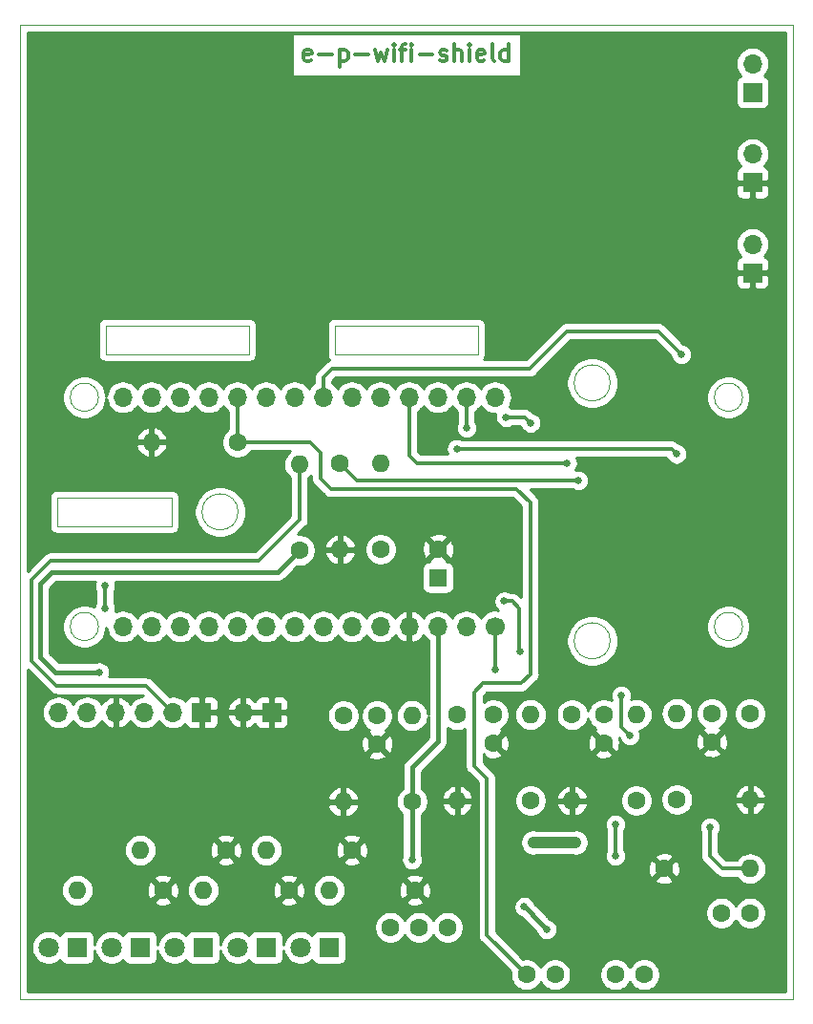
<source format=gtl>
G04 #@! TF.GenerationSoftware,KiCad,Pcbnew,(5.1.4)-1*
G04 #@! TF.CreationDate,2019-12-13T15:42:32+01:00*
G04 #@! TF.ProjectId,e-p-wifi,652d702d-7769-4666-992e-6b696361645f,1.0*
G04 #@! TF.SameCoordinates,Original*
G04 #@! TF.FileFunction,Copper,L1,Top*
G04 #@! TF.FilePolarity,Positive*
%FSLAX46Y46*%
G04 Gerber Fmt 4.6, Leading zero omitted, Abs format (unit mm)*
G04 Created by KiCad (PCBNEW (5.1.4)-1) date 2019-12-13 15:42:32*
%MOMM*%
%LPD*%
G04 APERTURE LIST*
%ADD10C,0.100000*%
%ADD11C,0.300000*%
%ADD12R,1.800000X1.800000*%
%ADD13C,1.800000*%
%ADD14C,1.600000*%
%ADD15R,1.700000X1.700000*%
%ADD16O,1.700000X1.700000*%
%ADD17R,1.600000X1.600000*%
%ADD18O,1.600000X1.600000*%
%ADD19C,1.700000*%
%ADD20C,0.650000*%
%ADD21C,1.050000*%
%ADD22C,0.450000*%
%ADD23C,0.350000*%
%ADD24C,1.000000*%
%ADD25C,0.254000*%
G04 APERTURE END LIST*
D10*
X44754600Y-68580000D02*
G75*
G03X44754600Y-68580000I-1600000J0D01*
G01*
X32365000Y-58420000D02*
G75*
G03X32365000Y-58420000I-1250000J0D01*
G01*
X32365000Y-78740000D02*
G75*
G03X32365000Y-78740000I-1250000J0D01*
G01*
X89515000Y-58420000D02*
G75*
G03X89515000Y-58420000I-1250000J0D01*
G01*
X77774600Y-57150000D02*
G75*
G03X77774600Y-57150000I-1600000J0D01*
G01*
X77774600Y-80010000D02*
G75*
G03X77774600Y-80010000I-1600000J0D01*
G01*
X89515000Y-78740000D02*
G75*
G03X89515000Y-78740000I-1250000J0D01*
G01*
X45726000Y-52070000D02*
X45726000Y-54610000D01*
X33026000Y-52070000D02*
X33026000Y-54610000D01*
X33026000Y-52070000D02*
X45726000Y-52070000D01*
X33026000Y-54610000D02*
X45726000Y-54610000D01*
X53340000Y-54610000D02*
X53340000Y-52070000D01*
X66040000Y-52070000D02*
X66040000Y-54610000D01*
X53340000Y-52070000D02*
X66040000Y-52070000D01*
X53340000Y-54610000D02*
X66040000Y-54610000D01*
X28702000Y-69850000D02*
X38862000Y-69850000D01*
X38862000Y-67310000D02*
X28702000Y-67310000D01*
X28702000Y-67310000D02*
X28702000Y-69850000D01*
X25400000Y-111760000D02*
X93980000Y-111760000D01*
X93980000Y-25400000D02*
X93980000Y-111760000D01*
X25400000Y-25400000D02*
X25400000Y-111760000D01*
X38862000Y-67310000D02*
X38862000Y-69850000D01*
X25400000Y-25400000D02*
X93980000Y-25400000D01*
D11*
X51225714Y-28547142D02*
X51082857Y-28618571D01*
X50797142Y-28618571D01*
X50654285Y-28547142D01*
X50582857Y-28404285D01*
X50582857Y-27832857D01*
X50654285Y-27690000D01*
X50797142Y-27618571D01*
X51082857Y-27618571D01*
X51225714Y-27690000D01*
X51297142Y-27832857D01*
X51297142Y-27975714D01*
X50582857Y-28118571D01*
X51940000Y-28047142D02*
X53082857Y-28047142D01*
X53797142Y-27618571D02*
X53797142Y-29118571D01*
X53797142Y-27690000D02*
X53940000Y-27618571D01*
X54225714Y-27618571D01*
X54368571Y-27690000D01*
X54440000Y-27761428D01*
X54511428Y-27904285D01*
X54511428Y-28332857D01*
X54440000Y-28475714D01*
X54368571Y-28547142D01*
X54225714Y-28618571D01*
X53940000Y-28618571D01*
X53797142Y-28547142D01*
X55154285Y-28047142D02*
X56297142Y-28047142D01*
X56868571Y-27618571D02*
X57154285Y-28618571D01*
X57440000Y-27904285D01*
X57725714Y-28618571D01*
X58011428Y-27618571D01*
X58582857Y-28618571D02*
X58582857Y-27618571D01*
X58582857Y-27118571D02*
X58511428Y-27190000D01*
X58582857Y-27261428D01*
X58654285Y-27190000D01*
X58582857Y-27118571D01*
X58582857Y-27261428D01*
X59082857Y-27618571D02*
X59654285Y-27618571D01*
X59297142Y-28618571D02*
X59297142Y-27332857D01*
X59368571Y-27190000D01*
X59511428Y-27118571D01*
X59654285Y-27118571D01*
X60154285Y-28618571D02*
X60154285Y-27618571D01*
X60154285Y-27118571D02*
X60082857Y-27190000D01*
X60154285Y-27261428D01*
X60225714Y-27190000D01*
X60154285Y-27118571D01*
X60154285Y-27261428D01*
X60868571Y-28047142D02*
X62011428Y-28047142D01*
X62654285Y-28547142D02*
X62797142Y-28618571D01*
X63082857Y-28618571D01*
X63225714Y-28547142D01*
X63297142Y-28404285D01*
X63297142Y-28332857D01*
X63225714Y-28190000D01*
X63082857Y-28118571D01*
X62868571Y-28118571D01*
X62725714Y-28047142D01*
X62654285Y-27904285D01*
X62654285Y-27832857D01*
X62725714Y-27690000D01*
X62868571Y-27618571D01*
X63082857Y-27618571D01*
X63225714Y-27690000D01*
X63940000Y-28618571D02*
X63940000Y-27118571D01*
X64582857Y-28618571D02*
X64582857Y-27832857D01*
X64511428Y-27690000D01*
X64368571Y-27618571D01*
X64154285Y-27618571D01*
X64011428Y-27690000D01*
X63940000Y-27761428D01*
X65297142Y-28618571D02*
X65297142Y-27618571D01*
X65297142Y-27118571D02*
X65225714Y-27190000D01*
X65297142Y-27261428D01*
X65368571Y-27190000D01*
X65297142Y-27118571D01*
X65297142Y-27261428D01*
X66582857Y-28547142D02*
X66440000Y-28618571D01*
X66154285Y-28618571D01*
X66011428Y-28547142D01*
X65940000Y-28404285D01*
X65940000Y-27832857D01*
X66011428Y-27690000D01*
X66154285Y-27618571D01*
X66440000Y-27618571D01*
X66582857Y-27690000D01*
X66654285Y-27832857D01*
X66654285Y-27975714D01*
X65940000Y-28118571D01*
X67511428Y-28618571D02*
X67368571Y-28547142D01*
X67297142Y-28404285D01*
X67297142Y-27118571D01*
X68725714Y-28618571D02*
X68725714Y-27118571D01*
X68725714Y-28547142D02*
X68582857Y-28618571D01*
X68297142Y-28618571D01*
X68154285Y-28547142D01*
X68082857Y-28475714D01*
X68011428Y-28332857D01*
X68011428Y-27904285D01*
X68082857Y-27761428D01*
X68154285Y-27690000D01*
X68297142Y-27618571D01*
X68582857Y-27618571D01*
X68725714Y-27690000D01*
D12*
X47244000Y-107188000D03*
D13*
X44704000Y-107188000D03*
D12*
X36068000Y-107188000D03*
D13*
X33528000Y-107188000D03*
D14*
X60800000Y-105400000D03*
X58260000Y-105400000D03*
X63340000Y-105400000D03*
D15*
X41530000Y-86360000D03*
D16*
X38990000Y-86360000D03*
X36450000Y-86360000D03*
X33910000Y-86360000D03*
X31370000Y-86360000D03*
X28830000Y-86360000D03*
D13*
X27940000Y-107188000D03*
D12*
X30480000Y-107188000D03*
D14*
X77190000Y-89060000D03*
X77190000Y-86560000D03*
D15*
X90400000Y-31400000D03*
D16*
X90400000Y-28860000D03*
D15*
X90400000Y-47400000D03*
D16*
X90400000Y-44860000D03*
X45190000Y-86360000D03*
D15*
X47730000Y-86360000D03*
D17*
X62500000Y-74400000D03*
D14*
X62500000Y-71900000D03*
X86790000Y-86460000D03*
X86790000Y-88960000D03*
X67390000Y-86560000D03*
X67390000Y-89060000D03*
D12*
X41656000Y-107188000D03*
D13*
X39116000Y-107188000D03*
D14*
X57090000Y-89160000D03*
X57090000Y-86660000D03*
D13*
X50292000Y-107188000D03*
D12*
X52832000Y-107188000D03*
D16*
X90400000Y-36860000D03*
D15*
X90400000Y-39400000D03*
D14*
X50200000Y-72000000D03*
D18*
X50200000Y-64380000D03*
X90190000Y-94080000D03*
D14*
X90190000Y-86460000D03*
D18*
X64190000Y-94180000D03*
D14*
X64190000Y-86560000D03*
X53800000Y-64300000D03*
D18*
X53800000Y-71920000D03*
X36068000Y-98552000D03*
D14*
X43688000Y-98552000D03*
D18*
X60190000Y-86640000D03*
D14*
X60190000Y-94260000D03*
X70700000Y-94170000D03*
D18*
X70700000Y-86550000D03*
D14*
X60452000Y-102108000D03*
D18*
X52832000Y-102108000D03*
D14*
X74390000Y-86560000D03*
D18*
X74390000Y-94180000D03*
X47244000Y-98552000D03*
D14*
X54864000Y-98552000D03*
X49276000Y-102108000D03*
D18*
X41656000Y-102108000D03*
X90170000Y-100200000D03*
D14*
X82550000Y-100200000D03*
D18*
X80090000Y-86540000D03*
D14*
X80090000Y-94160000D03*
X57400000Y-71900000D03*
D18*
X57400000Y-64280000D03*
X30480000Y-102108000D03*
D14*
X38100000Y-102108000D03*
D16*
X67565000Y-58420000D03*
X65025000Y-78740000D03*
X65025000Y-58420000D03*
X62485000Y-78740000D03*
X62485000Y-58420000D03*
X59945000Y-78740000D03*
X59945000Y-58420000D03*
X57405000Y-78740000D03*
X57405000Y-58420000D03*
X54865000Y-78740000D03*
X54865000Y-58420000D03*
X52325000Y-78740000D03*
X52325000Y-58420000D03*
X49785000Y-78740000D03*
X49785000Y-58420000D03*
X47245000Y-78740000D03*
X47245000Y-58420000D03*
X44705000Y-78740000D03*
X44705000Y-58420000D03*
X42165000Y-78740000D03*
X42165000Y-58420000D03*
X39625000Y-78740000D03*
X39625000Y-58420000D03*
X37085000Y-78740000D03*
X37085000Y-58420000D03*
X34545000Y-78740000D03*
X34545000Y-58420000D03*
D19*
X67565000Y-78740000D03*
D18*
X37080000Y-62400000D03*
D14*
X44700000Y-62400000D03*
X83690000Y-94060000D03*
D18*
X83690000Y-86440000D03*
D14*
X54090000Y-86660000D03*
D18*
X54090000Y-94280000D03*
D14*
X87630000Y-104125000D03*
X90170000Y-104125000D03*
X80770000Y-109600000D03*
X78230000Y-109600000D03*
X70330000Y-109600000D03*
X72870000Y-109600000D03*
D20*
X70154180Y-103588200D03*
X72132810Y-105569370D03*
X60177030Y-99412410D03*
X32445000Y-82783680D03*
X83660000Y-63440000D03*
X64160001Y-62990001D03*
X73940000Y-64260000D03*
X70700000Y-60689860D03*
X68539720Y-60175000D03*
X69750000Y-80975000D03*
X65025000Y-61150000D03*
X68375000Y-76500000D03*
D21*
X74702560Y-97883980D03*
X70952360Y-97878900D03*
D20*
X32951420Y-75148800D03*
X32949566Y-77100654D03*
X86614000Y-96520000D03*
X84074000Y-54610000D03*
X78230000Y-96268000D03*
X78230000Y-99062000D03*
X79502000Y-88392000D03*
X78740000Y-84836000D03*
X74930000Y-65786000D03*
X67560000Y-82530000D03*
D22*
X71582811Y-105019371D02*
X71582811Y-105014291D01*
X72132810Y-105569370D02*
X71582811Y-105019371D01*
X71582811Y-105014291D02*
X70156720Y-103588200D01*
X70156720Y-103588200D02*
X70154180Y-103588200D01*
X60177030Y-94272970D02*
X60190000Y-94260000D01*
X60177030Y-99412410D02*
X60177030Y-94272970D01*
X62485000Y-88940000D02*
X62485000Y-78740000D01*
X60200000Y-91225000D02*
X62485000Y-88940000D01*
X60200000Y-93118630D02*
X60200000Y-91225000D01*
X60190000Y-94260000D02*
X60190000Y-93128630D01*
X60190000Y-93128630D02*
X60200000Y-93118630D01*
X28244800Y-73914000D02*
X48286000Y-73914000D01*
X27178000Y-74980800D02*
X28244800Y-73914000D01*
X28514040Y-82783680D02*
X27178000Y-81447640D01*
X32445000Y-82783680D02*
X28514040Y-82783680D01*
X27178000Y-81447640D02*
X27178000Y-74980800D01*
X48286000Y-73914000D02*
X50200000Y-72000000D01*
D23*
X83210001Y-62990001D02*
X64160001Y-62990001D01*
X83660000Y-63440000D02*
X83210001Y-62990001D01*
X59945000Y-59622081D02*
X59945000Y-58420000D01*
X59945000Y-63585000D02*
X59945000Y-59622081D01*
X73940000Y-64260000D02*
X60620000Y-64260000D01*
X60620000Y-64260000D02*
X59945000Y-63585000D01*
X70700000Y-60689860D02*
X70185140Y-60175000D01*
X70185140Y-60175000D02*
X68875000Y-60175000D01*
X68875000Y-60175000D02*
X68539720Y-60175000D01*
X69725000Y-80975000D02*
X69725000Y-77125000D01*
X69725000Y-77125000D02*
X69100000Y-76500000D01*
X69100000Y-76500000D02*
X68375000Y-76500000D01*
X65025000Y-61150000D02*
X65025000Y-58420000D01*
D24*
X74697480Y-97878900D02*
X74702560Y-97883980D01*
X70952360Y-97878900D02*
X74697480Y-97878900D01*
D23*
X46603920Y-72898000D02*
X50200000Y-69301920D01*
X36627800Y-83997800D02*
X28667485Y-83997800D01*
X38990000Y-86360000D02*
X36627800Y-83997800D01*
X28667485Y-83997800D02*
X26427989Y-81758304D01*
X26427989Y-81758304D02*
X26427989Y-74613211D01*
X50200000Y-69301920D02*
X50200000Y-64380000D01*
X26427989Y-74613211D02*
X28143200Y-72898000D01*
X28143200Y-72898000D02*
X46603920Y-72898000D01*
X32949566Y-75150654D02*
X32951420Y-75148800D01*
X32949566Y-77100654D02*
X32949566Y-75150654D01*
X90170000Y-100200000D02*
X87754000Y-100200000D01*
X87754000Y-100200000D02*
X86614000Y-99060000D01*
X86614000Y-99060000D02*
X86614000Y-96520000D01*
X52325000Y-56641000D02*
X52325000Y-58420000D01*
X53086000Y-55880000D02*
X52325000Y-56641000D01*
X70612000Y-55880000D02*
X53086000Y-55880000D01*
X73914000Y-52578000D02*
X70612000Y-55880000D01*
X84074000Y-54610000D02*
X82042000Y-52578000D01*
X82042000Y-52578000D02*
X73914000Y-52578000D01*
X44700000Y-58425000D02*
X44705000Y-58420000D01*
X44700000Y-62400000D02*
X44700000Y-58425000D01*
X52060000Y-63320000D02*
X51140000Y-62400000D01*
X52060000Y-65610000D02*
X52060000Y-63320000D01*
X52990000Y-66540000D02*
X52060000Y-65610000D01*
X69470000Y-66540000D02*
X52990000Y-66540000D01*
X70700001Y-82959999D02*
X70700001Y-67770001D01*
X69880000Y-83780000D02*
X70700001Y-82959999D01*
X66820000Y-106090000D02*
X66820000Y-92230000D01*
X70700001Y-67770001D02*
X69470000Y-66540000D01*
X70330000Y-109600000D02*
X66820000Y-106090000D01*
X51140000Y-62400000D02*
X44700000Y-62400000D01*
X66820000Y-92230000D02*
X65710000Y-91120000D01*
X65710000Y-91120000D02*
X65710000Y-84570000D01*
X65710000Y-84570000D02*
X66500000Y-83780000D01*
X66500000Y-83780000D02*
X69880000Y-83780000D01*
X79502000Y-88392000D02*
X78740000Y-87630000D01*
X78740000Y-87630000D02*
X78740000Y-84836000D01*
X55286000Y-65786000D02*
X53800000Y-64300000D01*
X74930000Y-65786000D02*
X55286000Y-65786000D01*
X78230000Y-99183980D02*
X78230000Y-96268000D01*
X67560000Y-78745000D02*
X67565000Y-78740000D01*
X67560000Y-82525000D02*
X67560000Y-78745000D01*
D25*
G36*
X93295001Y-111075000D02*
G01*
X26085000Y-111075000D01*
X26085000Y-107036816D01*
X26405000Y-107036816D01*
X26405000Y-107339184D01*
X26463989Y-107635743D01*
X26579701Y-107915095D01*
X26747688Y-108166505D01*
X26961495Y-108380312D01*
X27212905Y-108548299D01*
X27492257Y-108664011D01*
X27788816Y-108723000D01*
X28091184Y-108723000D01*
X28387743Y-108664011D01*
X28667095Y-108548299D01*
X28918505Y-108380312D01*
X28984944Y-108313873D01*
X28990498Y-108332180D01*
X29049463Y-108442494D01*
X29128815Y-108539185D01*
X29225506Y-108618537D01*
X29335820Y-108677502D01*
X29455518Y-108713812D01*
X29580000Y-108726072D01*
X31380000Y-108726072D01*
X31504482Y-108713812D01*
X31624180Y-108677502D01*
X31734494Y-108618537D01*
X31831185Y-108539185D01*
X31910537Y-108442494D01*
X31969502Y-108332180D01*
X32005812Y-108212482D01*
X32018072Y-108088000D01*
X32018072Y-107465230D01*
X32051989Y-107635743D01*
X32167701Y-107915095D01*
X32335688Y-108166505D01*
X32549495Y-108380312D01*
X32800905Y-108548299D01*
X33080257Y-108664011D01*
X33376816Y-108723000D01*
X33679184Y-108723000D01*
X33975743Y-108664011D01*
X34255095Y-108548299D01*
X34506505Y-108380312D01*
X34572944Y-108313873D01*
X34578498Y-108332180D01*
X34637463Y-108442494D01*
X34716815Y-108539185D01*
X34813506Y-108618537D01*
X34923820Y-108677502D01*
X35043518Y-108713812D01*
X35168000Y-108726072D01*
X36968000Y-108726072D01*
X37092482Y-108713812D01*
X37212180Y-108677502D01*
X37322494Y-108618537D01*
X37419185Y-108539185D01*
X37498537Y-108442494D01*
X37557502Y-108332180D01*
X37593812Y-108212482D01*
X37606072Y-108088000D01*
X37606072Y-107465230D01*
X37639989Y-107635743D01*
X37755701Y-107915095D01*
X37923688Y-108166505D01*
X38137495Y-108380312D01*
X38388905Y-108548299D01*
X38668257Y-108664011D01*
X38964816Y-108723000D01*
X39267184Y-108723000D01*
X39563743Y-108664011D01*
X39843095Y-108548299D01*
X40094505Y-108380312D01*
X40160944Y-108313873D01*
X40166498Y-108332180D01*
X40225463Y-108442494D01*
X40304815Y-108539185D01*
X40401506Y-108618537D01*
X40511820Y-108677502D01*
X40631518Y-108713812D01*
X40756000Y-108726072D01*
X42556000Y-108726072D01*
X42680482Y-108713812D01*
X42800180Y-108677502D01*
X42910494Y-108618537D01*
X43007185Y-108539185D01*
X43086537Y-108442494D01*
X43145502Y-108332180D01*
X43181812Y-108212482D01*
X43194072Y-108088000D01*
X43194072Y-107465230D01*
X43227989Y-107635743D01*
X43343701Y-107915095D01*
X43511688Y-108166505D01*
X43725495Y-108380312D01*
X43976905Y-108548299D01*
X44256257Y-108664011D01*
X44552816Y-108723000D01*
X44855184Y-108723000D01*
X45151743Y-108664011D01*
X45431095Y-108548299D01*
X45682505Y-108380312D01*
X45748944Y-108313873D01*
X45754498Y-108332180D01*
X45813463Y-108442494D01*
X45892815Y-108539185D01*
X45989506Y-108618537D01*
X46099820Y-108677502D01*
X46219518Y-108713812D01*
X46344000Y-108726072D01*
X48144000Y-108726072D01*
X48268482Y-108713812D01*
X48388180Y-108677502D01*
X48498494Y-108618537D01*
X48595185Y-108539185D01*
X48674537Y-108442494D01*
X48733502Y-108332180D01*
X48769812Y-108212482D01*
X48782072Y-108088000D01*
X48782072Y-107465230D01*
X48815989Y-107635743D01*
X48931701Y-107915095D01*
X49099688Y-108166505D01*
X49313495Y-108380312D01*
X49564905Y-108548299D01*
X49844257Y-108664011D01*
X50140816Y-108723000D01*
X50443184Y-108723000D01*
X50739743Y-108664011D01*
X51019095Y-108548299D01*
X51270505Y-108380312D01*
X51336944Y-108313873D01*
X51342498Y-108332180D01*
X51401463Y-108442494D01*
X51480815Y-108539185D01*
X51577506Y-108618537D01*
X51687820Y-108677502D01*
X51807518Y-108713812D01*
X51932000Y-108726072D01*
X53732000Y-108726072D01*
X53856482Y-108713812D01*
X53976180Y-108677502D01*
X54086494Y-108618537D01*
X54183185Y-108539185D01*
X54262537Y-108442494D01*
X54321502Y-108332180D01*
X54357812Y-108212482D01*
X54370072Y-108088000D01*
X54370072Y-106288000D01*
X54357812Y-106163518D01*
X54321502Y-106043820D01*
X54262537Y-105933506D01*
X54183185Y-105836815D01*
X54086494Y-105757463D01*
X53976180Y-105698498D01*
X53856482Y-105662188D01*
X53732000Y-105649928D01*
X51932000Y-105649928D01*
X51807518Y-105662188D01*
X51687820Y-105698498D01*
X51577506Y-105757463D01*
X51480815Y-105836815D01*
X51401463Y-105933506D01*
X51342498Y-106043820D01*
X51336944Y-106062127D01*
X51270505Y-105995688D01*
X51019095Y-105827701D01*
X50739743Y-105711989D01*
X50443184Y-105653000D01*
X50140816Y-105653000D01*
X49844257Y-105711989D01*
X49564905Y-105827701D01*
X49313495Y-105995688D01*
X49099688Y-106209495D01*
X48931701Y-106460905D01*
X48815989Y-106740257D01*
X48782072Y-106910770D01*
X48782072Y-106288000D01*
X48769812Y-106163518D01*
X48733502Y-106043820D01*
X48674537Y-105933506D01*
X48595185Y-105836815D01*
X48498494Y-105757463D01*
X48388180Y-105698498D01*
X48268482Y-105662188D01*
X48144000Y-105649928D01*
X46344000Y-105649928D01*
X46219518Y-105662188D01*
X46099820Y-105698498D01*
X45989506Y-105757463D01*
X45892815Y-105836815D01*
X45813463Y-105933506D01*
X45754498Y-106043820D01*
X45748944Y-106062127D01*
X45682505Y-105995688D01*
X45431095Y-105827701D01*
X45151743Y-105711989D01*
X44855184Y-105653000D01*
X44552816Y-105653000D01*
X44256257Y-105711989D01*
X43976905Y-105827701D01*
X43725495Y-105995688D01*
X43511688Y-106209495D01*
X43343701Y-106460905D01*
X43227989Y-106740257D01*
X43194072Y-106910770D01*
X43194072Y-106288000D01*
X43181812Y-106163518D01*
X43145502Y-106043820D01*
X43086537Y-105933506D01*
X43007185Y-105836815D01*
X42910494Y-105757463D01*
X42800180Y-105698498D01*
X42680482Y-105662188D01*
X42556000Y-105649928D01*
X40756000Y-105649928D01*
X40631518Y-105662188D01*
X40511820Y-105698498D01*
X40401506Y-105757463D01*
X40304815Y-105836815D01*
X40225463Y-105933506D01*
X40166498Y-106043820D01*
X40160944Y-106062127D01*
X40094505Y-105995688D01*
X39843095Y-105827701D01*
X39563743Y-105711989D01*
X39267184Y-105653000D01*
X38964816Y-105653000D01*
X38668257Y-105711989D01*
X38388905Y-105827701D01*
X38137495Y-105995688D01*
X37923688Y-106209495D01*
X37755701Y-106460905D01*
X37639989Y-106740257D01*
X37606072Y-106910770D01*
X37606072Y-106288000D01*
X37593812Y-106163518D01*
X37557502Y-106043820D01*
X37498537Y-105933506D01*
X37419185Y-105836815D01*
X37322494Y-105757463D01*
X37212180Y-105698498D01*
X37092482Y-105662188D01*
X36968000Y-105649928D01*
X35168000Y-105649928D01*
X35043518Y-105662188D01*
X34923820Y-105698498D01*
X34813506Y-105757463D01*
X34716815Y-105836815D01*
X34637463Y-105933506D01*
X34578498Y-106043820D01*
X34572944Y-106062127D01*
X34506505Y-105995688D01*
X34255095Y-105827701D01*
X33975743Y-105711989D01*
X33679184Y-105653000D01*
X33376816Y-105653000D01*
X33080257Y-105711989D01*
X32800905Y-105827701D01*
X32549495Y-105995688D01*
X32335688Y-106209495D01*
X32167701Y-106460905D01*
X32051989Y-106740257D01*
X32018072Y-106910770D01*
X32018072Y-106288000D01*
X32005812Y-106163518D01*
X31969502Y-106043820D01*
X31910537Y-105933506D01*
X31831185Y-105836815D01*
X31734494Y-105757463D01*
X31624180Y-105698498D01*
X31504482Y-105662188D01*
X31380000Y-105649928D01*
X29580000Y-105649928D01*
X29455518Y-105662188D01*
X29335820Y-105698498D01*
X29225506Y-105757463D01*
X29128815Y-105836815D01*
X29049463Y-105933506D01*
X28990498Y-106043820D01*
X28984944Y-106062127D01*
X28918505Y-105995688D01*
X28667095Y-105827701D01*
X28387743Y-105711989D01*
X28091184Y-105653000D01*
X27788816Y-105653000D01*
X27492257Y-105711989D01*
X27212905Y-105827701D01*
X26961495Y-105995688D01*
X26747688Y-106209495D01*
X26579701Y-106460905D01*
X26463989Y-106740257D01*
X26405000Y-107036816D01*
X26085000Y-107036816D01*
X26085000Y-105258665D01*
X56825000Y-105258665D01*
X56825000Y-105541335D01*
X56880147Y-105818574D01*
X56988320Y-106079727D01*
X57145363Y-106314759D01*
X57345241Y-106514637D01*
X57580273Y-106671680D01*
X57841426Y-106779853D01*
X58118665Y-106835000D01*
X58401335Y-106835000D01*
X58678574Y-106779853D01*
X58939727Y-106671680D01*
X59174759Y-106514637D01*
X59374637Y-106314759D01*
X59530000Y-106082241D01*
X59685363Y-106314759D01*
X59885241Y-106514637D01*
X60120273Y-106671680D01*
X60381426Y-106779853D01*
X60658665Y-106835000D01*
X60941335Y-106835000D01*
X61218574Y-106779853D01*
X61479727Y-106671680D01*
X61714759Y-106514637D01*
X61914637Y-106314759D01*
X62070000Y-106082241D01*
X62225363Y-106314759D01*
X62425241Y-106514637D01*
X62660273Y-106671680D01*
X62921426Y-106779853D01*
X63198665Y-106835000D01*
X63481335Y-106835000D01*
X63758574Y-106779853D01*
X64019727Y-106671680D01*
X64254759Y-106514637D01*
X64454637Y-106314759D01*
X64611680Y-106079727D01*
X64719853Y-105818574D01*
X64775000Y-105541335D01*
X64775000Y-105258665D01*
X64719853Y-104981426D01*
X64611680Y-104720273D01*
X64454637Y-104485241D01*
X64254759Y-104285363D01*
X64019727Y-104128320D01*
X63758574Y-104020147D01*
X63481335Y-103965000D01*
X63198665Y-103965000D01*
X62921426Y-104020147D01*
X62660273Y-104128320D01*
X62425241Y-104285363D01*
X62225363Y-104485241D01*
X62070000Y-104717759D01*
X61914637Y-104485241D01*
X61714759Y-104285363D01*
X61479727Y-104128320D01*
X61218574Y-104020147D01*
X60941335Y-103965000D01*
X60658665Y-103965000D01*
X60381426Y-104020147D01*
X60120273Y-104128320D01*
X59885241Y-104285363D01*
X59685363Y-104485241D01*
X59530000Y-104717759D01*
X59374637Y-104485241D01*
X59174759Y-104285363D01*
X58939727Y-104128320D01*
X58678574Y-104020147D01*
X58401335Y-103965000D01*
X58118665Y-103965000D01*
X57841426Y-104020147D01*
X57580273Y-104128320D01*
X57345241Y-104285363D01*
X57145363Y-104485241D01*
X56988320Y-104720273D01*
X56880147Y-104981426D01*
X56825000Y-105258665D01*
X26085000Y-105258665D01*
X26085000Y-102108000D01*
X29038057Y-102108000D01*
X29065764Y-102389309D01*
X29147818Y-102659808D01*
X29281068Y-102909101D01*
X29460392Y-103127608D01*
X29678899Y-103306932D01*
X29928192Y-103440182D01*
X30198691Y-103522236D01*
X30409508Y-103543000D01*
X30550492Y-103543000D01*
X30761309Y-103522236D01*
X31031808Y-103440182D01*
X31281101Y-103306932D01*
X31499608Y-103127608D01*
X31521689Y-103100702D01*
X37286903Y-103100702D01*
X37358486Y-103344671D01*
X37613996Y-103465571D01*
X37888184Y-103534300D01*
X38170512Y-103548217D01*
X38450130Y-103506787D01*
X38716292Y-103411603D01*
X38841514Y-103344671D01*
X38913097Y-103100702D01*
X38100000Y-102287605D01*
X37286903Y-103100702D01*
X31521689Y-103100702D01*
X31678932Y-102909101D01*
X31812182Y-102659808D01*
X31894236Y-102389309D01*
X31914998Y-102178512D01*
X36659783Y-102178512D01*
X36701213Y-102458130D01*
X36796397Y-102724292D01*
X36863329Y-102849514D01*
X37107298Y-102921097D01*
X37920395Y-102108000D01*
X38279605Y-102108000D01*
X39092702Y-102921097D01*
X39336671Y-102849514D01*
X39457571Y-102594004D01*
X39526300Y-102319816D01*
X39536741Y-102108000D01*
X40214057Y-102108000D01*
X40241764Y-102389309D01*
X40323818Y-102659808D01*
X40457068Y-102909101D01*
X40636392Y-103127608D01*
X40854899Y-103306932D01*
X41104192Y-103440182D01*
X41374691Y-103522236D01*
X41585508Y-103543000D01*
X41726492Y-103543000D01*
X41937309Y-103522236D01*
X42207808Y-103440182D01*
X42457101Y-103306932D01*
X42675608Y-103127608D01*
X42697689Y-103100702D01*
X48462903Y-103100702D01*
X48534486Y-103344671D01*
X48789996Y-103465571D01*
X49064184Y-103534300D01*
X49346512Y-103548217D01*
X49626130Y-103506787D01*
X49892292Y-103411603D01*
X50017514Y-103344671D01*
X50089097Y-103100702D01*
X49276000Y-102287605D01*
X48462903Y-103100702D01*
X42697689Y-103100702D01*
X42854932Y-102909101D01*
X42988182Y-102659808D01*
X43070236Y-102389309D01*
X43090998Y-102178512D01*
X47835783Y-102178512D01*
X47877213Y-102458130D01*
X47972397Y-102724292D01*
X48039329Y-102849514D01*
X48283298Y-102921097D01*
X49096395Y-102108000D01*
X49455605Y-102108000D01*
X50268702Y-102921097D01*
X50512671Y-102849514D01*
X50633571Y-102594004D01*
X50702300Y-102319816D01*
X50712741Y-102108000D01*
X51390057Y-102108000D01*
X51417764Y-102389309D01*
X51499818Y-102659808D01*
X51633068Y-102909101D01*
X51812392Y-103127608D01*
X52030899Y-103306932D01*
X52280192Y-103440182D01*
X52550691Y-103522236D01*
X52761508Y-103543000D01*
X52902492Y-103543000D01*
X53113309Y-103522236D01*
X53383808Y-103440182D01*
X53633101Y-103306932D01*
X53851608Y-103127608D01*
X53873689Y-103100702D01*
X59638903Y-103100702D01*
X59710486Y-103344671D01*
X59965996Y-103465571D01*
X60240184Y-103534300D01*
X60522512Y-103548217D01*
X60802130Y-103506787D01*
X61068292Y-103411603D01*
X61193514Y-103344671D01*
X61265097Y-103100702D01*
X60452000Y-102287605D01*
X59638903Y-103100702D01*
X53873689Y-103100702D01*
X54030932Y-102909101D01*
X54164182Y-102659808D01*
X54246236Y-102389309D01*
X54266998Y-102178512D01*
X59011783Y-102178512D01*
X59053213Y-102458130D01*
X59148397Y-102724292D01*
X59215329Y-102849514D01*
X59459298Y-102921097D01*
X60272395Y-102108000D01*
X60631605Y-102108000D01*
X61444702Y-102921097D01*
X61688671Y-102849514D01*
X61809571Y-102594004D01*
X61878300Y-102319816D01*
X61892217Y-102037488D01*
X61850787Y-101757870D01*
X61755603Y-101491708D01*
X61688671Y-101366486D01*
X61444702Y-101294903D01*
X60631605Y-102108000D01*
X60272395Y-102108000D01*
X59459298Y-101294903D01*
X59215329Y-101366486D01*
X59094429Y-101621996D01*
X59025700Y-101896184D01*
X59011783Y-102178512D01*
X54266998Y-102178512D01*
X54273943Y-102108000D01*
X54246236Y-101826691D01*
X54164182Y-101556192D01*
X54030932Y-101306899D01*
X53873690Y-101115298D01*
X59638903Y-101115298D01*
X60452000Y-101928395D01*
X61265097Y-101115298D01*
X61193514Y-100871329D01*
X60938004Y-100750429D01*
X60663816Y-100681700D01*
X60381488Y-100667783D01*
X60101870Y-100709213D01*
X59835708Y-100804397D01*
X59710486Y-100871329D01*
X59638903Y-101115298D01*
X53873690Y-101115298D01*
X53851608Y-101088392D01*
X53633101Y-100909068D01*
X53383808Y-100775818D01*
X53113309Y-100693764D01*
X52902492Y-100673000D01*
X52761508Y-100673000D01*
X52550691Y-100693764D01*
X52280192Y-100775818D01*
X52030899Y-100909068D01*
X51812392Y-101088392D01*
X51633068Y-101306899D01*
X51499818Y-101556192D01*
X51417764Y-101826691D01*
X51390057Y-102108000D01*
X50712741Y-102108000D01*
X50716217Y-102037488D01*
X50674787Y-101757870D01*
X50579603Y-101491708D01*
X50512671Y-101366486D01*
X50268702Y-101294903D01*
X49455605Y-102108000D01*
X49096395Y-102108000D01*
X48283298Y-101294903D01*
X48039329Y-101366486D01*
X47918429Y-101621996D01*
X47849700Y-101896184D01*
X47835783Y-102178512D01*
X43090998Y-102178512D01*
X43097943Y-102108000D01*
X43070236Y-101826691D01*
X42988182Y-101556192D01*
X42854932Y-101306899D01*
X42697690Y-101115298D01*
X48462903Y-101115298D01*
X49276000Y-101928395D01*
X50089097Y-101115298D01*
X50017514Y-100871329D01*
X49762004Y-100750429D01*
X49487816Y-100681700D01*
X49205488Y-100667783D01*
X48925870Y-100709213D01*
X48659708Y-100804397D01*
X48534486Y-100871329D01*
X48462903Y-101115298D01*
X42697690Y-101115298D01*
X42675608Y-101088392D01*
X42457101Y-100909068D01*
X42207808Y-100775818D01*
X41937309Y-100693764D01*
X41726492Y-100673000D01*
X41585508Y-100673000D01*
X41374691Y-100693764D01*
X41104192Y-100775818D01*
X40854899Y-100909068D01*
X40636392Y-101088392D01*
X40457068Y-101306899D01*
X40323818Y-101556192D01*
X40241764Y-101826691D01*
X40214057Y-102108000D01*
X39536741Y-102108000D01*
X39540217Y-102037488D01*
X39498787Y-101757870D01*
X39403603Y-101491708D01*
X39336671Y-101366486D01*
X39092702Y-101294903D01*
X38279605Y-102108000D01*
X37920395Y-102108000D01*
X37107298Y-101294903D01*
X36863329Y-101366486D01*
X36742429Y-101621996D01*
X36673700Y-101896184D01*
X36659783Y-102178512D01*
X31914998Y-102178512D01*
X31921943Y-102108000D01*
X31894236Y-101826691D01*
X31812182Y-101556192D01*
X31678932Y-101306899D01*
X31521690Y-101115298D01*
X37286903Y-101115298D01*
X38100000Y-101928395D01*
X38913097Y-101115298D01*
X38841514Y-100871329D01*
X38586004Y-100750429D01*
X38311816Y-100681700D01*
X38029488Y-100667783D01*
X37749870Y-100709213D01*
X37483708Y-100804397D01*
X37358486Y-100871329D01*
X37286903Y-101115298D01*
X31521690Y-101115298D01*
X31499608Y-101088392D01*
X31281101Y-100909068D01*
X31031808Y-100775818D01*
X30761309Y-100693764D01*
X30550492Y-100673000D01*
X30409508Y-100673000D01*
X30198691Y-100693764D01*
X29928192Y-100775818D01*
X29678899Y-100909068D01*
X29460392Y-101088392D01*
X29281068Y-101306899D01*
X29147818Y-101556192D01*
X29065764Y-101826691D01*
X29038057Y-102108000D01*
X26085000Y-102108000D01*
X26085000Y-98552000D01*
X34626057Y-98552000D01*
X34653764Y-98833309D01*
X34735818Y-99103808D01*
X34869068Y-99353101D01*
X35048392Y-99571608D01*
X35266899Y-99750932D01*
X35516192Y-99884182D01*
X35786691Y-99966236D01*
X35997508Y-99987000D01*
X36138492Y-99987000D01*
X36349309Y-99966236D01*
X36619808Y-99884182D01*
X36869101Y-99750932D01*
X37087608Y-99571608D01*
X37109689Y-99544702D01*
X42874903Y-99544702D01*
X42946486Y-99788671D01*
X43201996Y-99909571D01*
X43476184Y-99978300D01*
X43758512Y-99992217D01*
X44038130Y-99950787D01*
X44304292Y-99855603D01*
X44429514Y-99788671D01*
X44501097Y-99544702D01*
X43688000Y-98731605D01*
X42874903Y-99544702D01*
X37109689Y-99544702D01*
X37266932Y-99353101D01*
X37400182Y-99103808D01*
X37482236Y-98833309D01*
X37502998Y-98622512D01*
X42247783Y-98622512D01*
X42289213Y-98902130D01*
X42384397Y-99168292D01*
X42451329Y-99293514D01*
X42695298Y-99365097D01*
X43508395Y-98552000D01*
X43867605Y-98552000D01*
X44680702Y-99365097D01*
X44924671Y-99293514D01*
X45045571Y-99038004D01*
X45114300Y-98763816D01*
X45124741Y-98552000D01*
X45802057Y-98552000D01*
X45829764Y-98833309D01*
X45911818Y-99103808D01*
X46045068Y-99353101D01*
X46224392Y-99571608D01*
X46442899Y-99750932D01*
X46692192Y-99884182D01*
X46962691Y-99966236D01*
X47173508Y-99987000D01*
X47314492Y-99987000D01*
X47525309Y-99966236D01*
X47795808Y-99884182D01*
X48045101Y-99750932D01*
X48263608Y-99571608D01*
X48285689Y-99544702D01*
X54050903Y-99544702D01*
X54122486Y-99788671D01*
X54377996Y-99909571D01*
X54652184Y-99978300D01*
X54934512Y-99992217D01*
X55214130Y-99950787D01*
X55480292Y-99855603D01*
X55605514Y-99788671D01*
X55677097Y-99544702D01*
X54864000Y-98731605D01*
X54050903Y-99544702D01*
X48285689Y-99544702D01*
X48442932Y-99353101D01*
X48576182Y-99103808D01*
X48658236Y-98833309D01*
X48678998Y-98622512D01*
X53423783Y-98622512D01*
X53465213Y-98902130D01*
X53560397Y-99168292D01*
X53627329Y-99293514D01*
X53871298Y-99365097D01*
X54684395Y-98552000D01*
X55043605Y-98552000D01*
X55856702Y-99365097D01*
X56100671Y-99293514D01*
X56221571Y-99038004D01*
X56290300Y-98763816D01*
X56304217Y-98481488D01*
X56262787Y-98201870D01*
X56167603Y-97935708D01*
X56100671Y-97810486D01*
X55856702Y-97738903D01*
X55043605Y-98552000D01*
X54684395Y-98552000D01*
X53871298Y-97738903D01*
X53627329Y-97810486D01*
X53506429Y-98065996D01*
X53437700Y-98340184D01*
X53423783Y-98622512D01*
X48678998Y-98622512D01*
X48685943Y-98552000D01*
X48658236Y-98270691D01*
X48576182Y-98000192D01*
X48442932Y-97750899D01*
X48285690Y-97559298D01*
X54050903Y-97559298D01*
X54864000Y-98372395D01*
X55677097Y-97559298D01*
X55605514Y-97315329D01*
X55350004Y-97194429D01*
X55075816Y-97125700D01*
X54793488Y-97111783D01*
X54513870Y-97153213D01*
X54247708Y-97248397D01*
X54122486Y-97315329D01*
X54050903Y-97559298D01*
X48285690Y-97559298D01*
X48263608Y-97532392D01*
X48045101Y-97353068D01*
X47795808Y-97219818D01*
X47525309Y-97137764D01*
X47314492Y-97117000D01*
X47173508Y-97117000D01*
X46962691Y-97137764D01*
X46692192Y-97219818D01*
X46442899Y-97353068D01*
X46224392Y-97532392D01*
X46045068Y-97750899D01*
X45911818Y-98000192D01*
X45829764Y-98270691D01*
X45802057Y-98552000D01*
X45124741Y-98552000D01*
X45128217Y-98481488D01*
X45086787Y-98201870D01*
X44991603Y-97935708D01*
X44924671Y-97810486D01*
X44680702Y-97738903D01*
X43867605Y-98552000D01*
X43508395Y-98552000D01*
X42695298Y-97738903D01*
X42451329Y-97810486D01*
X42330429Y-98065996D01*
X42261700Y-98340184D01*
X42247783Y-98622512D01*
X37502998Y-98622512D01*
X37509943Y-98552000D01*
X37482236Y-98270691D01*
X37400182Y-98000192D01*
X37266932Y-97750899D01*
X37109690Y-97559298D01*
X42874903Y-97559298D01*
X43688000Y-98372395D01*
X44501097Y-97559298D01*
X44429514Y-97315329D01*
X44174004Y-97194429D01*
X43899816Y-97125700D01*
X43617488Y-97111783D01*
X43337870Y-97153213D01*
X43071708Y-97248397D01*
X42946486Y-97315329D01*
X42874903Y-97559298D01*
X37109690Y-97559298D01*
X37087608Y-97532392D01*
X36869101Y-97353068D01*
X36619808Y-97219818D01*
X36349309Y-97137764D01*
X36138492Y-97117000D01*
X35997508Y-97117000D01*
X35786691Y-97137764D01*
X35516192Y-97219818D01*
X35266899Y-97353068D01*
X35048392Y-97532392D01*
X34869068Y-97750899D01*
X34735818Y-98000192D01*
X34653764Y-98270691D01*
X34626057Y-98552000D01*
X26085000Y-98552000D01*
X26085000Y-94629040D01*
X52698091Y-94629040D01*
X52792930Y-94893881D01*
X52937615Y-95135131D01*
X53126586Y-95343519D01*
X53352580Y-95511037D01*
X53606913Y-95631246D01*
X53740961Y-95671904D01*
X53963000Y-95549915D01*
X53963000Y-94407000D01*
X54217000Y-94407000D01*
X54217000Y-95549915D01*
X54439039Y-95671904D01*
X54573087Y-95631246D01*
X54827420Y-95511037D01*
X55053414Y-95343519D01*
X55242385Y-95135131D01*
X55387070Y-94893881D01*
X55481909Y-94629040D01*
X55360624Y-94407000D01*
X54217000Y-94407000D01*
X53963000Y-94407000D01*
X52819376Y-94407000D01*
X52698091Y-94629040D01*
X26085000Y-94629040D01*
X26085000Y-93930960D01*
X52698091Y-93930960D01*
X52819376Y-94153000D01*
X53963000Y-94153000D01*
X53963000Y-93010085D01*
X54217000Y-93010085D01*
X54217000Y-94153000D01*
X55360624Y-94153000D01*
X55481909Y-93930960D01*
X55387070Y-93666119D01*
X55242385Y-93424869D01*
X55053414Y-93216481D01*
X54827420Y-93048963D01*
X54573087Y-92928754D01*
X54439039Y-92888096D01*
X54217000Y-93010085D01*
X53963000Y-93010085D01*
X53740961Y-92888096D01*
X53606913Y-92928754D01*
X53352580Y-93048963D01*
X53126586Y-93216481D01*
X52937615Y-93424869D01*
X52792930Y-93666119D01*
X52698091Y-93930960D01*
X26085000Y-93930960D01*
X26085000Y-90152702D01*
X56276903Y-90152702D01*
X56348486Y-90396671D01*
X56603996Y-90517571D01*
X56878184Y-90586300D01*
X57160512Y-90600217D01*
X57440130Y-90558787D01*
X57706292Y-90463603D01*
X57831514Y-90396671D01*
X57903097Y-90152702D01*
X57090000Y-89339605D01*
X56276903Y-90152702D01*
X26085000Y-90152702D01*
X26085000Y-89230512D01*
X55649783Y-89230512D01*
X55691213Y-89510130D01*
X55786397Y-89776292D01*
X55853329Y-89901514D01*
X56097298Y-89973097D01*
X56910395Y-89160000D01*
X57269605Y-89160000D01*
X58082702Y-89973097D01*
X58326671Y-89901514D01*
X58447571Y-89646004D01*
X58516300Y-89371816D01*
X58530217Y-89089488D01*
X58488787Y-88809870D01*
X58393603Y-88543708D01*
X58326671Y-88418486D01*
X58082702Y-88346903D01*
X57269605Y-89160000D01*
X56910395Y-89160000D01*
X56097298Y-88346903D01*
X55853329Y-88418486D01*
X55732429Y-88673996D01*
X55663700Y-88948184D01*
X55649783Y-89230512D01*
X26085000Y-89230512D01*
X26085000Y-86360000D01*
X27337815Y-86360000D01*
X27366487Y-86651111D01*
X27451401Y-86931034D01*
X27589294Y-87189014D01*
X27774866Y-87415134D01*
X28000986Y-87600706D01*
X28258966Y-87738599D01*
X28538889Y-87823513D01*
X28757050Y-87845000D01*
X28902950Y-87845000D01*
X29121111Y-87823513D01*
X29401034Y-87738599D01*
X29659014Y-87600706D01*
X29885134Y-87415134D01*
X30070706Y-87189014D01*
X30100000Y-87134209D01*
X30129294Y-87189014D01*
X30314866Y-87415134D01*
X30540986Y-87600706D01*
X30798966Y-87738599D01*
X31078889Y-87823513D01*
X31297050Y-87845000D01*
X31442950Y-87845000D01*
X31661111Y-87823513D01*
X31941034Y-87738599D01*
X32199014Y-87600706D01*
X32425134Y-87415134D01*
X32610706Y-87189014D01*
X32645201Y-87124477D01*
X32714822Y-87241355D01*
X32909731Y-87457588D01*
X33143080Y-87631641D01*
X33405901Y-87756825D01*
X33553110Y-87801476D01*
X33783000Y-87680155D01*
X33783000Y-86487000D01*
X33763000Y-86487000D01*
X33763000Y-86233000D01*
X33783000Y-86233000D01*
X33783000Y-85039845D01*
X33553110Y-84918524D01*
X33405901Y-84963175D01*
X33143080Y-85088359D01*
X32909731Y-85262412D01*
X32714822Y-85478645D01*
X32645201Y-85595523D01*
X32610706Y-85530986D01*
X32425134Y-85304866D01*
X32199014Y-85119294D01*
X31941034Y-84981401D01*
X31661111Y-84896487D01*
X31442950Y-84875000D01*
X31297050Y-84875000D01*
X31078889Y-84896487D01*
X30798966Y-84981401D01*
X30540986Y-85119294D01*
X30314866Y-85304866D01*
X30129294Y-85530986D01*
X30100000Y-85585791D01*
X30070706Y-85530986D01*
X29885134Y-85304866D01*
X29659014Y-85119294D01*
X29401034Y-84981401D01*
X29121111Y-84896487D01*
X28902950Y-84875000D01*
X28757050Y-84875000D01*
X28538889Y-84896487D01*
X28258966Y-84981401D01*
X28000986Y-85119294D01*
X27774866Y-85304866D01*
X27589294Y-85530986D01*
X27451401Y-85788966D01*
X27366487Y-86068889D01*
X27337815Y-86360000D01*
X26085000Y-86360000D01*
X26085000Y-82560827D01*
X28066590Y-84542418D01*
X28091957Y-84573328D01*
X28122865Y-84598693D01*
X28215296Y-84674549D01*
X28356011Y-84749763D01*
X28391548Y-84760543D01*
X28508697Y-84796080D01*
X28627694Y-84807800D01*
X28627697Y-84807800D01*
X28667485Y-84811719D01*
X28707273Y-84807800D01*
X36292288Y-84807800D01*
X36361062Y-84876575D01*
X36158889Y-84896487D01*
X35878966Y-84981401D01*
X35620986Y-85119294D01*
X35394866Y-85304866D01*
X35209294Y-85530986D01*
X35174799Y-85595523D01*
X35105178Y-85478645D01*
X34910269Y-85262412D01*
X34676920Y-85088359D01*
X34414099Y-84963175D01*
X34266890Y-84918524D01*
X34037000Y-85039845D01*
X34037000Y-86233000D01*
X34057000Y-86233000D01*
X34057000Y-86487000D01*
X34037000Y-86487000D01*
X34037000Y-87680155D01*
X34266890Y-87801476D01*
X34414099Y-87756825D01*
X34676920Y-87631641D01*
X34910269Y-87457588D01*
X35105178Y-87241355D01*
X35174799Y-87124477D01*
X35209294Y-87189014D01*
X35394866Y-87415134D01*
X35620986Y-87600706D01*
X35878966Y-87738599D01*
X36158889Y-87823513D01*
X36377050Y-87845000D01*
X36522950Y-87845000D01*
X36741111Y-87823513D01*
X37021034Y-87738599D01*
X37279014Y-87600706D01*
X37505134Y-87415134D01*
X37690706Y-87189014D01*
X37720000Y-87134209D01*
X37749294Y-87189014D01*
X37934866Y-87415134D01*
X38160986Y-87600706D01*
X38418966Y-87738599D01*
X38698889Y-87823513D01*
X38917050Y-87845000D01*
X39062950Y-87845000D01*
X39281111Y-87823513D01*
X39561034Y-87738599D01*
X39819014Y-87600706D01*
X40045134Y-87415134D01*
X40069607Y-87385313D01*
X40090498Y-87454180D01*
X40149463Y-87564494D01*
X40228815Y-87661185D01*
X40325506Y-87740537D01*
X40435820Y-87799502D01*
X40555518Y-87835812D01*
X40680000Y-87848072D01*
X41244250Y-87845000D01*
X41403000Y-87686250D01*
X41403000Y-86487000D01*
X41657000Y-86487000D01*
X41657000Y-87686250D01*
X41815750Y-87845000D01*
X42380000Y-87848072D01*
X42504482Y-87835812D01*
X42624180Y-87799502D01*
X42734494Y-87740537D01*
X42831185Y-87661185D01*
X42910537Y-87564494D01*
X42969502Y-87454180D01*
X43005812Y-87334482D01*
X43018072Y-87210000D01*
X43015388Y-86716891D01*
X43748519Y-86716891D01*
X43845843Y-86991252D01*
X43994822Y-87241355D01*
X44189731Y-87457588D01*
X44423080Y-87631641D01*
X44685901Y-87756825D01*
X44833110Y-87801476D01*
X45063000Y-87680155D01*
X45063000Y-86487000D01*
X45317000Y-86487000D01*
X45317000Y-87680155D01*
X45546890Y-87801476D01*
X45694099Y-87756825D01*
X45956920Y-87631641D01*
X46190269Y-87457588D01*
X46266034Y-87373534D01*
X46290498Y-87454180D01*
X46349463Y-87564494D01*
X46428815Y-87661185D01*
X46525506Y-87740537D01*
X46635820Y-87799502D01*
X46755518Y-87835812D01*
X46880000Y-87848072D01*
X47444250Y-87845000D01*
X47603000Y-87686250D01*
X47603000Y-86487000D01*
X47857000Y-86487000D01*
X47857000Y-87686250D01*
X48015750Y-87845000D01*
X48580000Y-87848072D01*
X48704482Y-87835812D01*
X48824180Y-87799502D01*
X48934494Y-87740537D01*
X49031185Y-87661185D01*
X49110537Y-87564494D01*
X49169502Y-87454180D01*
X49205812Y-87334482D01*
X49218072Y-87210000D01*
X49215000Y-86645750D01*
X49087915Y-86518665D01*
X52655000Y-86518665D01*
X52655000Y-86801335D01*
X52710147Y-87078574D01*
X52818320Y-87339727D01*
X52975363Y-87574759D01*
X53175241Y-87774637D01*
X53410273Y-87931680D01*
X53671426Y-88039853D01*
X53948665Y-88095000D01*
X54231335Y-88095000D01*
X54508574Y-88039853D01*
X54769727Y-87931680D01*
X55004759Y-87774637D01*
X55204637Y-87574759D01*
X55361680Y-87339727D01*
X55469853Y-87078574D01*
X55525000Y-86801335D01*
X55525000Y-86518665D01*
X55655000Y-86518665D01*
X55655000Y-86801335D01*
X55710147Y-87078574D01*
X55818320Y-87339727D01*
X55975363Y-87574759D01*
X56175241Y-87774637D01*
X56375869Y-87908692D01*
X56348486Y-87923329D01*
X56276903Y-88167298D01*
X57090000Y-88980395D01*
X57903097Y-88167298D01*
X57831514Y-87923329D01*
X57802659Y-87909676D01*
X58004759Y-87774637D01*
X58204637Y-87574759D01*
X58361680Y-87339727D01*
X58469853Y-87078574D01*
X58525000Y-86801335D01*
X58525000Y-86518665D01*
X58469853Y-86241426D01*
X58361680Y-85980273D01*
X58204637Y-85745241D01*
X58004759Y-85545363D01*
X57769727Y-85388320D01*
X57508574Y-85280147D01*
X57231335Y-85225000D01*
X56948665Y-85225000D01*
X56671426Y-85280147D01*
X56410273Y-85388320D01*
X56175241Y-85545363D01*
X55975363Y-85745241D01*
X55818320Y-85980273D01*
X55710147Y-86241426D01*
X55655000Y-86518665D01*
X55525000Y-86518665D01*
X55469853Y-86241426D01*
X55361680Y-85980273D01*
X55204637Y-85745241D01*
X55004759Y-85545363D01*
X54769727Y-85388320D01*
X54508574Y-85280147D01*
X54231335Y-85225000D01*
X53948665Y-85225000D01*
X53671426Y-85280147D01*
X53410273Y-85388320D01*
X53175241Y-85545363D01*
X52975363Y-85745241D01*
X52818320Y-85980273D01*
X52710147Y-86241426D01*
X52655000Y-86518665D01*
X49087915Y-86518665D01*
X49056250Y-86487000D01*
X47857000Y-86487000D01*
X47603000Y-86487000D01*
X45317000Y-86487000D01*
X45063000Y-86487000D01*
X43869186Y-86487000D01*
X43748519Y-86716891D01*
X43015388Y-86716891D01*
X43015000Y-86645750D01*
X42856250Y-86487000D01*
X41657000Y-86487000D01*
X41403000Y-86487000D01*
X41383000Y-86487000D01*
X41383000Y-86233000D01*
X41403000Y-86233000D01*
X41403000Y-85033750D01*
X41657000Y-85033750D01*
X41657000Y-86233000D01*
X42856250Y-86233000D01*
X43015000Y-86074250D01*
X43015387Y-86003109D01*
X43748519Y-86003109D01*
X43869186Y-86233000D01*
X45063000Y-86233000D01*
X45063000Y-85039845D01*
X45317000Y-85039845D01*
X45317000Y-86233000D01*
X47603000Y-86233000D01*
X47603000Y-85033750D01*
X47857000Y-85033750D01*
X47857000Y-86233000D01*
X49056250Y-86233000D01*
X49215000Y-86074250D01*
X49218072Y-85510000D01*
X49205812Y-85385518D01*
X49169502Y-85265820D01*
X49110537Y-85155506D01*
X49031185Y-85058815D01*
X48934494Y-84979463D01*
X48824180Y-84920498D01*
X48704482Y-84884188D01*
X48580000Y-84871928D01*
X48015750Y-84875000D01*
X47857000Y-85033750D01*
X47603000Y-85033750D01*
X47444250Y-84875000D01*
X46880000Y-84871928D01*
X46755518Y-84884188D01*
X46635820Y-84920498D01*
X46525506Y-84979463D01*
X46428815Y-85058815D01*
X46349463Y-85155506D01*
X46290498Y-85265820D01*
X46266034Y-85346466D01*
X46190269Y-85262412D01*
X45956920Y-85088359D01*
X45694099Y-84963175D01*
X45546890Y-84918524D01*
X45317000Y-85039845D01*
X45063000Y-85039845D01*
X44833110Y-84918524D01*
X44685901Y-84963175D01*
X44423080Y-85088359D01*
X44189731Y-85262412D01*
X43994822Y-85478645D01*
X43845843Y-85728748D01*
X43748519Y-86003109D01*
X43015387Y-86003109D01*
X43018072Y-85510000D01*
X43005812Y-85385518D01*
X42969502Y-85265820D01*
X42910537Y-85155506D01*
X42831185Y-85058815D01*
X42734494Y-84979463D01*
X42624180Y-84920498D01*
X42504482Y-84884188D01*
X42380000Y-84871928D01*
X41815750Y-84875000D01*
X41657000Y-85033750D01*
X41403000Y-85033750D01*
X41244250Y-84875000D01*
X40680000Y-84871928D01*
X40555518Y-84884188D01*
X40435820Y-84920498D01*
X40325506Y-84979463D01*
X40228815Y-85058815D01*
X40149463Y-85155506D01*
X40090498Y-85265820D01*
X40069607Y-85334687D01*
X40045134Y-85304866D01*
X39819014Y-85119294D01*
X39561034Y-84981401D01*
X39281111Y-84896487D01*
X39062950Y-84875000D01*
X38917050Y-84875000D01*
X38698889Y-84896487D01*
X38678258Y-84902745D01*
X37228700Y-83453187D01*
X37203328Y-83422272D01*
X37079989Y-83321051D01*
X36939273Y-83245837D01*
X36786588Y-83199520D01*
X36667591Y-83187800D01*
X36667588Y-83187800D01*
X36627800Y-83183881D01*
X36588012Y-83187800D01*
X33316705Y-83187800D01*
X33368108Y-83063702D01*
X33405000Y-82878232D01*
X33405000Y-82689128D01*
X33368108Y-82503658D01*
X33295741Y-82328949D01*
X33190681Y-82171716D01*
X33056964Y-82037999D01*
X32899731Y-81932939D01*
X32725022Y-81860572D01*
X32539552Y-81823680D01*
X32350448Y-81823680D01*
X32164978Y-81860572D01*
X32012622Y-81923680D01*
X28870264Y-81923680D01*
X28038000Y-81091417D01*
X28038000Y-75337023D01*
X28601024Y-74774000D01*
X32067570Y-74774000D01*
X32028312Y-74868778D01*
X31991420Y-75054248D01*
X31991420Y-75243352D01*
X32028312Y-75428822D01*
X32100679Y-75603531D01*
X32139567Y-75661730D01*
X32139566Y-76584950D01*
X32098825Y-76645923D01*
X32026458Y-76820632D01*
X31991354Y-76997111D01*
X31682507Y-76869182D01*
X31306624Y-76794414D01*
X30923376Y-76794414D01*
X30547493Y-76869182D01*
X30193419Y-77015844D01*
X29874761Y-77228765D01*
X29603765Y-77499761D01*
X29390844Y-77818419D01*
X29244182Y-78172493D01*
X29169414Y-78548376D01*
X29169414Y-78931624D01*
X29244182Y-79307507D01*
X29390844Y-79661581D01*
X29603765Y-79980239D01*
X29874761Y-80251235D01*
X30193419Y-80464156D01*
X30547493Y-80610818D01*
X30923376Y-80685586D01*
X31306624Y-80685586D01*
X31682507Y-80610818D01*
X32036581Y-80464156D01*
X32355239Y-80251235D01*
X32626235Y-79980239D01*
X32839156Y-79661581D01*
X32985818Y-79307507D01*
X33060586Y-78931624D01*
X33060586Y-78818900D01*
X33081487Y-79031111D01*
X33166401Y-79311034D01*
X33304294Y-79569014D01*
X33489866Y-79795134D01*
X33715986Y-79980706D01*
X33973966Y-80118599D01*
X34253889Y-80203513D01*
X34472050Y-80225000D01*
X34617950Y-80225000D01*
X34836111Y-80203513D01*
X35116034Y-80118599D01*
X35374014Y-79980706D01*
X35600134Y-79795134D01*
X35785706Y-79569014D01*
X35815000Y-79514209D01*
X35844294Y-79569014D01*
X36029866Y-79795134D01*
X36255986Y-79980706D01*
X36513966Y-80118599D01*
X36793889Y-80203513D01*
X37012050Y-80225000D01*
X37157950Y-80225000D01*
X37376111Y-80203513D01*
X37656034Y-80118599D01*
X37914014Y-79980706D01*
X38140134Y-79795134D01*
X38325706Y-79569014D01*
X38355000Y-79514209D01*
X38384294Y-79569014D01*
X38569866Y-79795134D01*
X38795986Y-79980706D01*
X39053966Y-80118599D01*
X39333889Y-80203513D01*
X39552050Y-80225000D01*
X39697950Y-80225000D01*
X39916111Y-80203513D01*
X40196034Y-80118599D01*
X40454014Y-79980706D01*
X40680134Y-79795134D01*
X40865706Y-79569014D01*
X40895000Y-79514209D01*
X40924294Y-79569014D01*
X41109866Y-79795134D01*
X41335986Y-79980706D01*
X41593966Y-80118599D01*
X41873889Y-80203513D01*
X42092050Y-80225000D01*
X42237950Y-80225000D01*
X42456111Y-80203513D01*
X42736034Y-80118599D01*
X42994014Y-79980706D01*
X43220134Y-79795134D01*
X43405706Y-79569014D01*
X43435000Y-79514209D01*
X43464294Y-79569014D01*
X43649866Y-79795134D01*
X43875986Y-79980706D01*
X44133966Y-80118599D01*
X44413889Y-80203513D01*
X44632050Y-80225000D01*
X44777950Y-80225000D01*
X44996111Y-80203513D01*
X45276034Y-80118599D01*
X45534014Y-79980706D01*
X45760134Y-79795134D01*
X45945706Y-79569014D01*
X45975000Y-79514209D01*
X46004294Y-79569014D01*
X46189866Y-79795134D01*
X46415986Y-79980706D01*
X46673966Y-80118599D01*
X46953889Y-80203513D01*
X47172050Y-80225000D01*
X47317950Y-80225000D01*
X47536111Y-80203513D01*
X47816034Y-80118599D01*
X48074014Y-79980706D01*
X48300134Y-79795134D01*
X48485706Y-79569014D01*
X48515000Y-79514209D01*
X48544294Y-79569014D01*
X48729866Y-79795134D01*
X48955986Y-79980706D01*
X49213966Y-80118599D01*
X49493889Y-80203513D01*
X49712050Y-80225000D01*
X49857950Y-80225000D01*
X50076111Y-80203513D01*
X50356034Y-80118599D01*
X50614014Y-79980706D01*
X50840134Y-79795134D01*
X51025706Y-79569014D01*
X51055000Y-79514209D01*
X51084294Y-79569014D01*
X51269866Y-79795134D01*
X51495986Y-79980706D01*
X51753966Y-80118599D01*
X52033889Y-80203513D01*
X52252050Y-80225000D01*
X52397950Y-80225000D01*
X52616111Y-80203513D01*
X52896034Y-80118599D01*
X53154014Y-79980706D01*
X53380134Y-79795134D01*
X53565706Y-79569014D01*
X53595000Y-79514209D01*
X53624294Y-79569014D01*
X53809866Y-79795134D01*
X54035986Y-79980706D01*
X54293966Y-80118599D01*
X54573889Y-80203513D01*
X54792050Y-80225000D01*
X54937950Y-80225000D01*
X55156111Y-80203513D01*
X55436034Y-80118599D01*
X55694014Y-79980706D01*
X55920134Y-79795134D01*
X56105706Y-79569014D01*
X56135000Y-79514209D01*
X56164294Y-79569014D01*
X56349866Y-79795134D01*
X56575986Y-79980706D01*
X56833966Y-80118599D01*
X57113889Y-80203513D01*
X57332050Y-80225000D01*
X57477950Y-80225000D01*
X57696111Y-80203513D01*
X57976034Y-80118599D01*
X58234014Y-79980706D01*
X58460134Y-79795134D01*
X58645706Y-79569014D01*
X58680201Y-79504477D01*
X58749822Y-79621355D01*
X58944731Y-79837588D01*
X59178080Y-80011641D01*
X59440901Y-80136825D01*
X59588110Y-80181476D01*
X59818000Y-80060155D01*
X59818000Y-78867000D01*
X59798000Y-78867000D01*
X59798000Y-78613000D01*
X59818000Y-78613000D01*
X59818000Y-77419845D01*
X59588110Y-77298524D01*
X59440901Y-77343175D01*
X59178080Y-77468359D01*
X58944731Y-77642412D01*
X58749822Y-77858645D01*
X58680201Y-77975523D01*
X58645706Y-77910986D01*
X58460134Y-77684866D01*
X58234014Y-77499294D01*
X57976034Y-77361401D01*
X57696111Y-77276487D01*
X57477950Y-77255000D01*
X57332050Y-77255000D01*
X57113889Y-77276487D01*
X56833966Y-77361401D01*
X56575986Y-77499294D01*
X56349866Y-77684866D01*
X56164294Y-77910986D01*
X56135000Y-77965791D01*
X56105706Y-77910986D01*
X55920134Y-77684866D01*
X55694014Y-77499294D01*
X55436034Y-77361401D01*
X55156111Y-77276487D01*
X54937950Y-77255000D01*
X54792050Y-77255000D01*
X54573889Y-77276487D01*
X54293966Y-77361401D01*
X54035986Y-77499294D01*
X53809866Y-77684866D01*
X53624294Y-77910986D01*
X53595000Y-77965791D01*
X53565706Y-77910986D01*
X53380134Y-77684866D01*
X53154014Y-77499294D01*
X52896034Y-77361401D01*
X52616111Y-77276487D01*
X52397950Y-77255000D01*
X52252050Y-77255000D01*
X52033889Y-77276487D01*
X51753966Y-77361401D01*
X51495986Y-77499294D01*
X51269866Y-77684866D01*
X51084294Y-77910986D01*
X51055000Y-77965791D01*
X51025706Y-77910986D01*
X50840134Y-77684866D01*
X50614014Y-77499294D01*
X50356034Y-77361401D01*
X50076111Y-77276487D01*
X49857950Y-77255000D01*
X49712050Y-77255000D01*
X49493889Y-77276487D01*
X49213966Y-77361401D01*
X48955986Y-77499294D01*
X48729866Y-77684866D01*
X48544294Y-77910986D01*
X48515000Y-77965791D01*
X48485706Y-77910986D01*
X48300134Y-77684866D01*
X48074014Y-77499294D01*
X47816034Y-77361401D01*
X47536111Y-77276487D01*
X47317950Y-77255000D01*
X47172050Y-77255000D01*
X46953889Y-77276487D01*
X46673966Y-77361401D01*
X46415986Y-77499294D01*
X46189866Y-77684866D01*
X46004294Y-77910986D01*
X45975000Y-77965791D01*
X45945706Y-77910986D01*
X45760134Y-77684866D01*
X45534014Y-77499294D01*
X45276034Y-77361401D01*
X44996111Y-77276487D01*
X44777950Y-77255000D01*
X44632050Y-77255000D01*
X44413889Y-77276487D01*
X44133966Y-77361401D01*
X43875986Y-77499294D01*
X43649866Y-77684866D01*
X43464294Y-77910986D01*
X43435000Y-77965791D01*
X43405706Y-77910986D01*
X43220134Y-77684866D01*
X42994014Y-77499294D01*
X42736034Y-77361401D01*
X42456111Y-77276487D01*
X42237950Y-77255000D01*
X42092050Y-77255000D01*
X41873889Y-77276487D01*
X41593966Y-77361401D01*
X41335986Y-77499294D01*
X41109866Y-77684866D01*
X40924294Y-77910986D01*
X40895000Y-77965791D01*
X40865706Y-77910986D01*
X40680134Y-77684866D01*
X40454014Y-77499294D01*
X40196034Y-77361401D01*
X39916111Y-77276487D01*
X39697950Y-77255000D01*
X39552050Y-77255000D01*
X39333889Y-77276487D01*
X39053966Y-77361401D01*
X38795986Y-77499294D01*
X38569866Y-77684866D01*
X38384294Y-77910986D01*
X38355000Y-77965791D01*
X38325706Y-77910986D01*
X38140134Y-77684866D01*
X37914014Y-77499294D01*
X37656034Y-77361401D01*
X37376111Y-77276487D01*
X37157950Y-77255000D01*
X37012050Y-77255000D01*
X36793889Y-77276487D01*
X36513966Y-77361401D01*
X36255986Y-77499294D01*
X36029866Y-77684866D01*
X35844294Y-77910986D01*
X35815000Y-77965791D01*
X35785706Y-77910986D01*
X35600134Y-77684866D01*
X35374014Y-77499294D01*
X35116034Y-77361401D01*
X34836111Y-77276487D01*
X34617950Y-77255000D01*
X34472050Y-77255000D01*
X34253889Y-77276487D01*
X33973966Y-77361401D01*
X33854125Y-77425457D01*
X33872674Y-77380676D01*
X33909566Y-77195206D01*
X33909566Y-77006102D01*
X33872674Y-76820632D01*
X33800307Y-76645923D01*
X33759566Y-76584950D01*
X33759566Y-75667279D01*
X33802161Y-75603531D01*
X33874528Y-75428822D01*
X33911420Y-75243352D01*
X33911420Y-75054248D01*
X33874528Y-74868778D01*
X33835270Y-74774000D01*
X48243761Y-74774000D01*
X48286000Y-74778160D01*
X48328239Y-74774000D01*
X48328246Y-74774000D01*
X48454589Y-74761556D01*
X48616700Y-74712381D01*
X48766102Y-74632524D01*
X48897054Y-74525054D01*
X48923988Y-74492235D01*
X49816223Y-73600000D01*
X61061928Y-73600000D01*
X61061928Y-75200000D01*
X61074188Y-75324482D01*
X61110498Y-75444180D01*
X61169463Y-75554494D01*
X61248815Y-75651185D01*
X61345506Y-75730537D01*
X61455820Y-75789502D01*
X61575518Y-75825812D01*
X61700000Y-75838072D01*
X63300000Y-75838072D01*
X63424482Y-75825812D01*
X63544180Y-75789502D01*
X63654494Y-75730537D01*
X63751185Y-75651185D01*
X63830537Y-75554494D01*
X63889502Y-75444180D01*
X63925812Y-75324482D01*
X63938072Y-75200000D01*
X63938072Y-73600000D01*
X63925812Y-73475518D01*
X63889502Y-73355820D01*
X63830537Y-73245506D01*
X63751185Y-73148815D01*
X63654494Y-73069463D01*
X63544180Y-73010498D01*
X63424482Y-72974188D01*
X63300000Y-72961928D01*
X63292785Y-72961928D01*
X63313097Y-72892702D01*
X62500000Y-72079605D01*
X61686903Y-72892702D01*
X61707215Y-72961928D01*
X61700000Y-72961928D01*
X61575518Y-72974188D01*
X61455820Y-73010498D01*
X61345506Y-73069463D01*
X61248815Y-73148815D01*
X61169463Y-73245506D01*
X61110498Y-73355820D01*
X61074188Y-73475518D01*
X61061928Y-73600000D01*
X49816223Y-73600000D01*
X49994072Y-73422151D01*
X50058665Y-73435000D01*
X50341335Y-73435000D01*
X50618574Y-73379853D01*
X50879727Y-73271680D01*
X51114759Y-73114637D01*
X51314637Y-72914759D01*
X51471680Y-72679727D01*
X51579853Y-72418574D01*
X51609597Y-72269040D01*
X52408091Y-72269040D01*
X52502930Y-72533881D01*
X52647615Y-72775131D01*
X52836586Y-72983519D01*
X53062580Y-73151037D01*
X53316913Y-73271246D01*
X53450961Y-73311904D01*
X53673000Y-73189915D01*
X53673000Y-72047000D01*
X53927000Y-72047000D01*
X53927000Y-73189915D01*
X54149039Y-73311904D01*
X54283087Y-73271246D01*
X54537420Y-73151037D01*
X54763414Y-72983519D01*
X54952385Y-72775131D01*
X55097070Y-72533881D01*
X55191909Y-72269040D01*
X55070624Y-72047000D01*
X53927000Y-72047000D01*
X53673000Y-72047000D01*
X52529376Y-72047000D01*
X52408091Y-72269040D01*
X51609597Y-72269040D01*
X51635000Y-72141335D01*
X51635000Y-71858665D01*
X51579853Y-71581426D01*
X51575518Y-71570960D01*
X52408091Y-71570960D01*
X52529376Y-71793000D01*
X53673000Y-71793000D01*
X53673000Y-70650085D01*
X53927000Y-70650085D01*
X53927000Y-71793000D01*
X55070624Y-71793000D01*
X55089378Y-71758665D01*
X55965000Y-71758665D01*
X55965000Y-72041335D01*
X56020147Y-72318574D01*
X56128320Y-72579727D01*
X56285363Y-72814759D01*
X56485241Y-73014637D01*
X56720273Y-73171680D01*
X56981426Y-73279853D01*
X57258665Y-73335000D01*
X57541335Y-73335000D01*
X57818574Y-73279853D01*
X58079727Y-73171680D01*
X58314759Y-73014637D01*
X58514637Y-72814759D01*
X58671680Y-72579727D01*
X58779853Y-72318574D01*
X58835000Y-72041335D01*
X58835000Y-71970512D01*
X61059783Y-71970512D01*
X61101213Y-72250130D01*
X61196397Y-72516292D01*
X61263329Y-72641514D01*
X61507298Y-72713097D01*
X62320395Y-71900000D01*
X62679605Y-71900000D01*
X63492702Y-72713097D01*
X63736671Y-72641514D01*
X63857571Y-72386004D01*
X63926300Y-72111816D01*
X63940217Y-71829488D01*
X63898787Y-71549870D01*
X63803603Y-71283708D01*
X63736671Y-71158486D01*
X63492702Y-71086903D01*
X62679605Y-71900000D01*
X62320395Y-71900000D01*
X61507298Y-71086903D01*
X61263329Y-71158486D01*
X61142429Y-71413996D01*
X61073700Y-71688184D01*
X61059783Y-71970512D01*
X58835000Y-71970512D01*
X58835000Y-71758665D01*
X58779853Y-71481426D01*
X58671680Y-71220273D01*
X58514637Y-70985241D01*
X58436694Y-70907298D01*
X61686903Y-70907298D01*
X62500000Y-71720395D01*
X63313097Y-70907298D01*
X63241514Y-70663329D01*
X62986004Y-70542429D01*
X62711816Y-70473700D01*
X62429488Y-70459783D01*
X62149870Y-70501213D01*
X61883708Y-70596397D01*
X61758486Y-70663329D01*
X61686903Y-70907298D01*
X58436694Y-70907298D01*
X58314759Y-70785363D01*
X58079727Y-70628320D01*
X57818574Y-70520147D01*
X57541335Y-70465000D01*
X57258665Y-70465000D01*
X56981426Y-70520147D01*
X56720273Y-70628320D01*
X56485241Y-70785363D01*
X56285363Y-70985241D01*
X56128320Y-71220273D01*
X56020147Y-71481426D01*
X55965000Y-71758665D01*
X55089378Y-71758665D01*
X55191909Y-71570960D01*
X55097070Y-71306119D01*
X54952385Y-71064869D01*
X54763414Y-70856481D01*
X54537420Y-70688963D01*
X54283087Y-70568754D01*
X54149039Y-70528096D01*
X53927000Y-70650085D01*
X53673000Y-70650085D01*
X53450961Y-70528096D01*
X53316913Y-70568754D01*
X53062580Y-70688963D01*
X52836586Y-70856481D01*
X52647615Y-71064869D01*
X52502930Y-71306119D01*
X52408091Y-71570960D01*
X51575518Y-71570960D01*
X51471680Y-71320273D01*
X51314637Y-71085241D01*
X51114759Y-70885363D01*
X50879727Y-70728320D01*
X50618574Y-70620147D01*
X50341335Y-70565000D01*
X50082433Y-70565000D01*
X50744619Y-69902814D01*
X50775528Y-69877448D01*
X50831119Y-69809710D01*
X50876749Y-69754110D01*
X50951962Y-69613394D01*
X50951963Y-69613393D01*
X50998280Y-69460708D01*
X51010000Y-69341711D01*
X51010000Y-69341709D01*
X51013919Y-69301921D01*
X51010000Y-69262133D01*
X51010000Y-65571629D01*
X51219608Y-65399608D01*
X51250000Y-65362575D01*
X51250000Y-65570212D01*
X51246081Y-65610000D01*
X51250000Y-65649788D01*
X51250000Y-65649790D01*
X51261720Y-65768787D01*
X51308037Y-65921472D01*
X51343049Y-65986975D01*
X51383251Y-66062189D01*
X51386397Y-66066022D01*
X51484472Y-66185528D01*
X51515387Y-66210899D01*
X52389105Y-67084618D01*
X52414472Y-67115528D01*
X52537811Y-67216749D01*
X52678526Y-67291963D01*
X52714063Y-67302743D01*
X52831212Y-67338280D01*
X52950209Y-67350000D01*
X52950212Y-67350000D01*
X52990000Y-67353919D01*
X53029788Y-67350000D01*
X69134488Y-67350000D01*
X69890002Y-68105515D01*
X69890001Y-76144489D01*
X69700899Y-75955387D01*
X69675528Y-75924472D01*
X69552189Y-75823251D01*
X69411473Y-75748037D01*
X69258788Y-75701720D01*
X69139791Y-75690000D01*
X69139788Y-75690000D01*
X69100000Y-75686081D01*
X69060212Y-75690000D01*
X68890704Y-75690000D01*
X68829731Y-75649259D01*
X68655022Y-75576892D01*
X68469552Y-75540000D01*
X68280448Y-75540000D01*
X68094978Y-75576892D01*
X67920269Y-75649259D01*
X67763036Y-75754319D01*
X67629319Y-75888036D01*
X67524259Y-76045269D01*
X67451892Y-76219978D01*
X67415000Y-76405448D01*
X67415000Y-76594552D01*
X67451892Y-76780022D01*
X67524259Y-76954731D01*
X67629319Y-77111964D01*
X67763036Y-77245681D01*
X67804842Y-77273615D01*
X67711260Y-77255000D01*
X67418740Y-77255000D01*
X67131842Y-77312068D01*
X66861589Y-77424010D01*
X66618368Y-77586525D01*
X66411525Y-77793368D01*
X66295585Y-77966885D01*
X66265706Y-77910986D01*
X66080134Y-77684866D01*
X65854014Y-77499294D01*
X65596034Y-77361401D01*
X65316111Y-77276487D01*
X65097950Y-77255000D01*
X64952050Y-77255000D01*
X64733889Y-77276487D01*
X64453966Y-77361401D01*
X64195986Y-77499294D01*
X63969866Y-77684866D01*
X63784294Y-77910986D01*
X63755000Y-77965791D01*
X63725706Y-77910986D01*
X63540134Y-77684866D01*
X63314014Y-77499294D01*
X63056034Y-77361401D01*
X62776111Y-77276487D01*
X62557950Y-77255000D01*
X62412050Y-77255000D01*
X62193889Y-77276487D01*
X61913966Y-77361401D01*
X61655986Y-77499294D01*
X61429866Y-77684866D01*
X61244294Y-77910986D01*
X61209799Y-77975523D01*
X61140178Y-77858645D01*
X60945269Y-77642412D01*
X60711920Y-77468359D01*
X60449099Y-77343175D01*
X60301890Y-77298524D01*
X60072000Y-77419845D01*
X60072000Y-78613000D01*
X60092000Y-78613000D01*
X60092000Y-78867000D01*
X60072000Y-78867000D01*
X60072000Y-80060155D01*
X60301890Y-80181476D01*
X60449099Y-80136825D01*
X60711920Y-80011641D01*
X60945269Y-79837588D01*
X61140178Y-79621355D01*
X61209799Y-79504477D01*
X61244294Y-79569014D01*
X61429866Y-79795134D01*
X61625001Y-79955277D01*
X61625000Y-86569510D01*
X61604236Y-86358691D01*
X61522182Y-86088192D01*
X61388932Y-85838899D01*
X61209608Y-85620392D01*
X60991101Y-85441068D01*
X60741808Y-85307818D01*
X60471309Y-85225764D01*
X60260492Y-85205000D01*
X60119508Y-85205000D01*
X59908691Y-85225764D01*
X59638192Y-85307818D01*
X59388899Y-85441068D01*
X59170392Y-85620392D01*
X58991068Y-85838899D01*
X58857818Y-86088192D01*
X58775764Y-86358691D01*
X58748057Y-86640000D01*
X58775764Y-86921309D01*
X58857818Y-87191808D01*
X58991068Y-87441101D01*
X59170392Y-87659608D01*
X59388899Y-87838932D01*
X59638192Y-87972182D01*
X59908691Y-88054236D01*
X60119508Y-88075000D01*
X60260492Y-88075000D01*
X60471309Y-88054236D01*
X60741808Y-87972182D01*
X60991101Y-87838932D01*
X61209608Y-87659608D01*
X61388932Y-87441101D01*
X61522182Y-87191808D01*
X61604236Y-86921309D01*
X61625000Y-86710490D01*
X61625000Y-88583776D01*
X59621760Y-90587017D01*
X59588947Y-90613946D01*
X59562018Y-90646759D01*
X59562016Y-90646761D01*
X59481477Y-90744898D01*
X59401620Y-90894300D01*
X59352444Y-91056411D01*
X59335840Y-91225000D01*
X59340001Y-91267248D01*
X59340000Y-92984855D01*
X59327640Y-93110351D01*
X59275241Y-93145363D01*
X59075363Y-93345241D01*
X58918320Y-93580273D01*
X58810147Y-93841426D01*
X58755000Y-94118665D01*
X58755000Y-94401335D01*
X58810147Y-94678574D01*
X58918320Y-94939727D01*
X59075363Y-95174759D01*
X59275241Y-95374637D01*
X59317031Y-95402560D01*
X59317030Y-98980032D01*
X59253922Y-99132388D01*
X59217030Y-99317858D01*
X59217030Y-99506962D01*
X59253922Y-99692432D01*
X59326289Y-99867141D01*
X59431349Y-100024374D01*
X59565066Y-100158091D01*
X59722299Y-100263151D01*
X59897008Y-100335518D01*
X60082478Y-100372410D01*
X60271582Y-100372410D01*
X60457052Y-100335518D01*
X60631761Y-100263151D01*
X60788994Y-100158091D01*
X60922711Y-100024374D01*
X61027771Y-99867141D01*
X61100138Y-99692432D01*
X61137030Y-99506962D01*
X61137030Y-99317858D01*
X61100138Y-99132388D01*
X61037030Y-98980032D01*
X61037030Y-95419892D01*
X61104759Y-95374637D01*
X61304637Y-95174759D01*
X61461680Y-94939727D01*
X61569853Y-94678574D01*
X61599597Y-94529040D01*
X62798091Y-94529040D01*
X62892930Y-94793881D01*
X63037615Y-95035131D01*
X63226586Y-95243519D01*
X63452580Y-95411037D01*
X63706913Y-95531246D01*
X63840961Y-95571904D01*
X64063000Y-95449915D01*
X64063000Y-94307000D01*
X64317000Y-94307000D01*
X64317000Y-95449915D01*
X64539039Y-95571904D01*
X64673087Y-95531246D01*
X64927420Y-95411037D01*
X65153414Y-95243519D01*
X65342385Y-95035131D01*
X65487070Y-94793881D01*
X65581909Y-94529040D01*
X65460624Y-94307000D01*
X64317000Y-94307000D01*
X64063000Y-94307000D01*
X62919376Y-94307000D01*
X62798091Y-94529040D01*
X61599597Y-94529040D01*
X61625000Y-94401335D01*
X61625000Y-94118665D01*
X61569853Y-93841426D01*
X61565518Y-93830960D01*
X62798091Y-93830960D01*
X62919376Y-94053000D01*
X64063000Y-94053000D01*
X64063000Y-92910085D01*
X64317000Y-92910085D01*
X64317000Y-94053000D01*
X65460624Y-94053000D01*
X65581909Y-93830960D01*
X65487070Y-93566119D01*
X65342385Y-93324869D01*
X65153414Y-93116481D01*
X64927420Y-92948963D01*
X64673087Y-92828754D01*
X64539039Y-92788096D01*
X64317000Y-92910085D01*
X64063000Y-92910085D01*
X63840961Y-92788096D01*
X63706913Y-92828754D01*
X63452580Y-92948963D01*
X63226586Y-93116481D01*
X63037615Y-93324869D01*
X62892930Y-93566119D01*
X62798091Y-93830960D01*
X61565518Y-93830960D01*
X61461680Y-93580273D01*
X61304637Y-93345241D01*
X61104759Y-93145363D01*
X61064118Y-93118208D01*
X61060000Y-93076392D01*
X61060000Y-91581223D01*
X63063242Y-89577982D01*
X63096054Y-89551054D01*
X63203524Y-89420102D01*
X63283381Y-89270700D01*
X63332556Y-89108589D01*
X63345000Y-88982246D01*
X63345000Y-88982239D01*
X63349160Y-88940000D01*
X63345000Y-88897761D01*
X63345000Y-87721248D01*
X63510273Y-87831680D01*
X63771426Y-87939853D01*
X64048665Y-87995000D01*
X64331335Y-87995000D01*
X64608574Y-87939853D01*
X64869727Y-87831680D01*
X64900001Y-87811452D01*
X64900000Y-91080212D01*
X64896081Y-91120000D01*
X64900000Y-91159788D01*
X64900000Y-91159790D01*
X64911720Y-91278787D01*
X64958037Y-91431472D01*
X64993049Y-91496975D01*
X65033251Y-91572189D01*
X65064703Y-91610513D01*
X65134472Y-91695528D01*
X65165387Y-91720899D01*
X66010001Y-92565514D01*
X66010000Y-106050212D01*
X66006081Y-106090000D01*
X66010000Y-106129788D01*
X66010000Y-106129790D01*
X66021720Y-106248787D01*
X66068037Y-106401472D01*
X66103049Y-106466975D01*
X66143251Y-106542189D01*
X66174703Y-106580513D01*
X66244472Y-106665528D01*
X66275388Y-106690900D01*
X68919580Y-109335093D01*
X68895000Y-109458665D01*
X68895000Y-109741335D01*
X68950147Y-110018574D01*
X69058320Y-110279727D01*
X69215363Y-110514759D01*
X69415241Y-110714637D01*
X69650273Y-110871680D01*
X69911426Y-110979853D01*
X70188665Y-111035000D01*
X70471335Y-111035000D01*
X70748574Y-110979853D01*
X71009727Y-110871680D01*
X71244759Y-110714637D01*
X71444637Y-110514759D01*
X71600000Y-110282241D01*
X71755363Y-110514759D01*
X71955241Y-110714637D01*
X72190273Y-110871680D01*
X72451426Y-110979853D01*
X72728665Y-111035000D01*
X73011335Y-111035000D01*
X73288574Y-110979853D01*
X73549727Y-110871680D01*
X73784759Y-110714637D01*
X73984637Y-110514759D01*
X74141680Y-110279727D01*
X74249853Y-110018574D01*
X74305000Y-109741335D01*
X74305000Y-109458665D01*
X76795000Y-109458665D01*
X76795000Y-109741335D01*
X76850147Y-110018574D01*
X76958320Y-110279727D01*
X77115363Y-110514759D01*
X77315241Y-110714637D01*
X77550273Y-110871680D01*
X77811426Y-110979853D01*
X78088665Y-111035000D01*
X78371335Y-111035000D01*
X78648574Y-110979853D01*
X78909727Y-110871680D01*
X79144759Y-110714637D01*
X79344637Y-110514759D01*
X79500000Y-110282241D01*
X79655363Y-110514759D01*
X79855241Y-110714637D01*
X80090273Y-110871680D01*
X80351426Y-110979853D01*
X80628665Y-111035000D01*
X80911335Y-111035000D01*
X81188574Y-110979853D01*
X81449727Y-110871680D01*
X81684759Y-110714637D01*
X81884637Y-110514759D01*
X82041680Y-110279727D01*
X82149853Y-110018574D01*
X82205000Y-109741335D01*
X82205000Y-109458665D01*
X82149853Y-109181426D01*
X82041680Y-108920273D01*
X81884637Y-108685241D01*
X81684759Y-108485363D01*
X81449727Y-108328320D01*
X81188574Y-108220147D01*
X80911335Y-108165000D01*
X80628665Y-108165000D01*
X80351426Y-108220147D01*
X80090273Y-108328320D01*
X79855241Y-108485363D01*
X79655363Y-108685241D01*
X79500000Y-108917759D01*
X79344637Y-108685241D01*
X79144759Y-108485363D01*
X78909727Y-108328320D01*
X78648574Y-108220147D01*
X78371335Y-108165000D01*
X78088665Y-108165000D01*
X77811426Y-108220147D01*
X77550273Y-108328320D01*
X77315241Y-108485363D01*
X77115363Y-108685241D01*
X76958320Y-108920273D01*
X76850147Y-109181426D01*
X76795000Y-109458665D01*
X74305000Y-109458665D01*
X74249853Y-109181426D01*
X74141680Y-108920273D01*
X73984637Y-108685241D01*
X73784759Y-108485363D01*
X73549727Y-108328320D01*
X73288574Y-108220147D01*
X73011335Y-108165000D01*
X72728665Y-108165000D01*
X72451426Y-108220147D01*
X72190273Y-108328320D01*
X71955241Y-108485363D01*
X71755363Y-108685241D01*
X71600000Y-108917759D01*
X71444637Y-108685241D01*
X71244759Y-108485363D01*
X71009727Y-108328320D01*
X70748574Y-108220147D01*
X70471335Y-108165000D01*
X70188665Y-108165000D01*
X70065093Y-108189580D01*
X67630000Y-105754488D01*
X67630000Y-103493648D01*
X69194180Y-103493648D01*
X69194180Y-103682752D01*
X69231072Y-103868222D01*
X69303439Y-104042931D01*
X69408499Y-104200164D01*
X69542216Y-104333881D01*
X69699449Y-104438941D01*
X69856142Y-104503846D01*
X70921580Y-105569284D01*
X70971757Y-105630425D01*
X71004576Y-105657359D01*
X71218960Y-105871743D01*
X71282069Y-106024101D01*
X71387129Y-106181334D01*
X71520846Y-106315051D01*
X71678079Y-106420111D01*
X71852788Y-106492478D01*
X72038258Y-106529370D01*
X72227362Y-106529370D01*
X72412832Y-106492478D01*
X72587541Y-106420111D01*
X72744774Y-106315051D01*
X72878491Y-106181334D01*
X72983551Y-106024101D01*
X73055918Y-105849392D01*
X73092810Y-105663922D01*
X73092810Y-105474818D01*
X73055918Y-105289348D01*
X72983551Y-105114639D01*
X72878491Y-104957406D01*
X72744774Y-104823689D01*
X72587541Y-104718629D01*
X72435183Y-104655520D01*
X72244046Y-104464383D01*
X72230765Y-104448200D01*
X72220795Y-104436051D01*
X72220793Y-104436049D01*
X72193865Y-104403237D01*
X72161051Y-104376308D01*
X71768409Y-103983665D01*
X86195000Y-103983665D01*
X86195000Y-104266335D01*
X86250147Y-104543574D01*
X86358320Y-104804727D01*
X86515363Y-105039759D01*
X86715241Y-105239637D01*
X86950273Y-105396680D01*
X87211426Y-105504853D01*
X87488665Y-105560000D01*
X87771335Y-105560000D01*
X88048574Y-105504853D01*
X88309727Y-105396680D01*
X88544759Y-105239637D01*
X88744637Y-105039759D01*
X88900000Y-104807241D01*
X89055363Y-105039759D01*
X89255241Y-105239637D01*
X89490273Y-105396680D01*
X89751426Y-105504853D01*
X90028665Y-105560000D01*
X90311335Y-105560000D01*
X90588574Y-105504853D01*
X90849727Y-105396680D01*
X91084759Y-105239637D01*
X91284637Y-105039759D01*
X91441680Y-104804727D01*
X91549853Y-104543574D01*
X91605000Y-104266335D01*
X91605000Y-103983665D01*
X91549853Y-103706426D01*
X91441680Y-103445273D01*
X91284637Y-103210241D01*
X91084759Y-103010363D01*
X90849727Y-102853320D01*
X90588574Y-102745147D01*
X90311335Y-102690000D01*
X90028665Y-102690000D01*
X89751426Y-102745147D01*
X89490273Y-102853320D01*
X89255241Y-103010363D01*
X89055363Y-103210241D01*
X88900000Y-103442759D01*
X88744637Y-103210241D01*
X88544759Y-103010363D01*
X88309727Y-102853320D01*
X88048574Y-102745147D01*
X87771335Y-102690000D01*
X87488665Y-102690000D01*
X87211426Y-102745147D01*
X86950273Y-102853320D01*
X86715241Y-103010363D01*
X86515363Y-103210241D01*
X86358320Y-103445273D01*
X86250147Y-103706426D01*
X86195000Y-103983665D01*
X71768409Y-103983665D01*
X71066234Y-103281490D01*
X71004921Y-103133469D01*
X70899861Y-102976236D01*
X70766144Y-102842519D01*
X70608911Y-102737459D01*
X70434202Y-102665092D01*
X70248732Y-102628200D01*
X70059628Y-102628200D01*
X69874158Y-102665092D01*
X69699449Y-102737459D01*
X69542216Y-102842519D01*
X69408499Y-102976236D01*
X69303439Y-103133469D01*
X69231072Y-103308178D01*
X69194180Y-103493648D01*
X67630000Y-103493648D01*
X67630000Y-101192702D01*
X81736903Y-101192702D01*
X81808486Y-101436671D01*
X82063996Y-101557571D01*
X82338184Y-101626300D01*
X82620512Y-101640217D01*
X82900130Y-101598787D01*
X83166292Y-101503603D01*
X83291514Y-101436671D01*
X83363097Y-101192702D01*
X82550000Y-100379605D01*
X81736903Y-101192702D01*
X67630000Y-101192702D01*
X67630000Y-100270512D01*
X81109783Y-100270512D01*
X81151213Y-100550130D01*
X81246397Y-100816292D01*
X81313329Y-100941514D01*
X81557298Y-101013097D01*
X82370395Y-100200000D01*
X82729605Y-100200000D01*
X83542702Y-101013097D01*
X83786671Y-100941514D01*
X83907571Y-100686004D01*
X83976300Y-100411816D01*
X83990217Y-100129488D01*
X83948787Y-99849870D01*
X83853603Y-99583708D01*
X83786671Y-99458486D01*
X83542702Y-99386903D01*
X82729605Y-100200000D01*
X82370395Y-100200000D01*
X81557298Y-99386903D01*
X81313329Y-99458486D01*
X81192429Y-99713996D01*
X81123700Y-99988184D01*
X81109783Y-100270512D01*
X67630000Y-100270512D01*
X67630000Y-97764650D01*
X69792360Y-97764650D01*
X69792360Y-97993150D01*
X69836938Y-98217260D01*
X69924381Y-98428366D01*
X70051329Y-98618357D01*
X70212903Y-98779931D01*
X70402894Y-98906879D01*
X70614000Y-98994322D01*
X70838110Y-99038900D01*
X71066610Y-99038900D01*
X71192294Y-99013900D01*
X74437087Y-99013900D01*
X74588310Y-99043980D01*
X74816810Y-99043980D01*
X75040920Y-98999402D01*
X75252026Y-98911959D01*
X75442017Y-98785011D01*
X75603591Y-98623437D01*
X75730539Y-98433446D01*
X75817982Y-98222340D01*
X75862560Y-97998230D01*
X75862560Y-97769730D01*
X75817982Y-97545620D01*
X75730539Y-97334514D01*
X75603591Y-97144523D01*
X75442017Y-96982949D01*
X75252026Y-96856001D01*
X75040920Y-96768558D01*
X74816810Y-96723980D01*
X74588310Y-96723980D01*
X74488165Y-96743900D01*
X71192294Y-96743900D01*
X71066610Y-96718900D01*
X70838110Y-96718900D01*
X70614000Y-96763478D01*
X70402894Y-96850921D01*
X70212903Y-96977869D01*
X70051329Y-97139443D01*
X69924381Y-97329434D01*
X69836938Y-97540540D01*
X69792360Y-97764650D01*
X67630000Y-97764650D01*
X67630000Y-96173448D01*
X77270000Y-96173448D01*
X77270000Y-96362552D01*
X77306892Y-96548022D01*
X77379259Y-96722731D01*
X77420001Y-96783705D01*
X77420000Y-98546296D01*
X77379259Y-98607269D01*
X77306892Y-98781978D01*
X77270000Y-98967448D01*
X77270000Y-99156552D01*
X77306892Y-99342022D01*
X77379259Y-99516731D01*
X77484319Y-99673964D01*
X77618036Y-99807681D01*
X77775269Y-99912741D01*
X77949978Y-99985108D01*
X78135448Y-100022000D01*
X78324552Y-100022000D01*
X78510022Y-99985108D01*
X78684731Y-99912741D01*
X78841964Y-99807681D01*
X78975681Y-99673964D01*
X79080741Y-99516731D01*
X79153108Y-99342022D01*
X79179906Y-99207298D01*
X81736903Y-99207298D01*
X82550000Y-100020395D01*
X83363097Y-99207298D01*
X83291514Y-98963329D01*
X83036004Y-98842429D01*
X82761816Y-98773700D01*
X82479488Y-98759783D01*
X82199870Y-98801213D01*
X81933708Y-98896397D01*
X81808486Y-98963329D01*
X81736903Y-99207298D01*
X79179906Y-99207298D01*
X79190000Y-99156552D01*
X79190000Y-98967448D01*
X79153108Y-98781978D01*
X79080741Y-98607269D01*
X79040000Y-98546296D01*
X79040000Y-96783704D01*
X79080741Y-96722731D01*
X79153108Y-96548022D01*
X79177489Y-96425448D01*
X85654000Y-96425448D01*
X85654000Y-96614552D01*
X85690892Y-96800022D01*
X85763259Y-96974731D01*
X85804001Y-97035705D01*
X85804000Y-99020212D01*
X85800081Y-99060000D01*
X85804000Y-99099788D01*
X85804000Y-99099790D01*
X85815720Y-99218787D01*
X85862037Y-99371472D01*
X85876697Y-99398899D01*
X85937251Y-99512189D01*
X85963934Y-99544702D01*
X86038472Y-99635528D01*
X86069387Y-99660899D01*
X87153105Y-100744618D01*
X87178472Y-100775528D01*
X87301811Y-100876749D01*
X87442527Y-100951963D01*
X87595212Y-100998280D01*
X87714209Y-101010000D01*
X87714211Y-101010000D01*
X87753999Y-101013919D01*
X87793787Y-101010000D01*
X88978371Y-101010000D01*
X89150392Y-101219608D01*
X89368899Y-101398932D01*
X89618192Y-101532182D01*
X89888691Y-101614236D01*
X90099508Y-101635000D01*
X90240492Y-101635000D01*
X90451309Y-101614236D01*
X90721808Y-101532182D01*
X90971101Y-101398932D01*
X91189608Y-101219608D01*
X91368932Y-101001101D01*
X91502182Y-100751808D01*
X91584236Y-100481309D01*
X91611943Y-100200000D01*
X91584236Y-99918691D01*
X91502182Y-99648192D01*
X91368932Y-99398899D01*
X91189608Y-99180392D01*
X90971101Y-99001068D01*
X90721808Y-98867818D01*
X90451309Y-98785764D01*
X90240492Y-98765000D01*
X90099508Y-98765000D01*
X89888691Y-98785764D01*
X89618192Y-98867818D01*
X89368899Y-99001068D01*
X89150392Y-99180392D01*
X88978371Y-99390000D01*
X88089513Y-99390000D01*
X87424000Y-98724488D01*
X87424000Y-97035704D01*
X87464741Y-96974731D01*
X87537108Y-96800022D01*
X87574000Y-96614552D01*
X87574000Y-96425448D01*
X87537108Y-96239978D01*
X87464741Y-96065269D01*
X87359681Y-95908036D01*
X87225964Y-95774319D01*
X87068731Y-95669259D01*
X86894022Y-95596892D01*
X86708552Y-95560000D01*
X86519448Y-95560000D01*
X86333978Y-95596892D01*
X86159269Y-95669259D01*
X86002036Y-95774319D01*
X85868319Y-95908036D01*
X85763259Y-96065269D01*
X85690892Y-96239978D01*
X85654000Y-96425448D01*
X79177489Y-96425448D01*
X79190000Y-96362552D01*
X79190000Y-96173448D01*
X79153108Y-95987978D01*
X79080741Y-95813269D01*
X78975681Y-95656036D01*
X78841964Y-95522319D01*
X78684731Y-95417259D01*
X78510022Y-95344892D01*
X78324552Y-95308000D01*
X78135448Y-95308000D01*
X77949978Y-95344892D01*
X77775269Y-95417259D01*
X77618036Y-95522319D01*
X77484319Y-95656036D01*
X77379259Y-95813269D01*
X77306892Y-95987978D01*
X77270000Y-96173448D01*
X67630000Y-96173448D01*
X67630000Y-94028665D01*
X69265000Y-94028665D01*
X69265000Y-94311335D01*
X69320147Y-94588574D01*
X69428320Y-94849727D01*
X69585363Y-95084759D01*
X69785241Y-95284637D01*
X70020273Y-95441680D01*
X70281426Y-95549853D01*
X70558665Y-95605000D01*
X70841335Y-95605000D01*
X71118574Y-95549853D01*
X71379727Y-95441680D01*
X71614759Y-95284637D01*
X71814637Y-95084759D01*
X71971680Y-94849727D01*
X72079853Y-94588574D01*
X72091695Y-94529040D01*
X72998091Y-94529040D01*
X73092930Y-94793881D01*
X73237615Y-95035131D01*
X73426586Y-95243519D01*
X73652580Y-95411037D01*
X73906913Y-95531246D01*
X74040961Y-95571904D01*
X74263000Y-95449915D01*
X74263000Y-94307000D01*
X74517000Y-94307000D01*
X74517000Y-95449915D01*
X74739039Y-95571904D01*
X74873087Y-95531246D01*
X75127420Y-95411037D01*
X75353414Y-95243519D01*
X75542385Y-95035131D01*
X75687070Y-94793881D01*
X75781909Y-94529040D01*
X75660624Y-94307000D01*
X74517000Y-94307000D01*
X74263000Y-94307000D01*
X73119376Y-94307000D01*
X72998091Y-94529040D01*
X72091695Y-94529040D01*
X72135000Y-94311335D01*
X72135000Y-94028665D01*
X72095674Y-93830960D01*
X72998091Y-93830960D01*
X73119376Y-94053000D01*
X74263000Y-94053000D01*
X74263000Y-92910085D01*
X74517000Y-92910085D01*
X74517000Y-94053000D01*
X75660624Y-94053000D01*
X75679378Y-94018665D01*
X78655000Y-94018665D01*
X78655000Y-94301335D01*
X78710147Y-94578574D01*
X78818320Y-94839727D01*
X78975363Y-95074759D01*
X79175241Y-95274637D01*
X79410273Y-95431680D01*
X79671426Y-95539853D01*
X79948665Y-95595000D01*
X80231335Y-95595000D01*
X80508574Y-95539853D01*
X80769727Y-95431680D01*
X81004759Y-95274637D01*
X81204637Y-95074759D01*
X81361680Y-94839727D01*
X81469853Y-94578574D01*
X81525000Y-94301335D01*
X81525000Y-94018665D01*
X81505109Y-93918665D01*
X82255000Y-93918665D01*
X82255000Y-94201335D01*
X82310147Y-94478574D01*
X82418320Y-94739727D01*
X82575363Y-94974759D01*
X82775241Y-95174637D01*
X83010273Y-95331680D01*
X83271426Y-95439853D01*
X83548665Y-95495000D01*
X83831335Y-95495000D01*
X84108574Y-95439853D01*
X84369727Y-95331680D01*
X84604759Y-95174637D01*
X84804637Y-94974759D01*
X84961680Y-94739727D01*
X85069853Y-94478574D01*
X85079706Y-94429040D01*
X88798091Y-94429040D01*
X88892930Y-94693881D01*
X89037615Y-94935131D01*
X89226586Y-95143519D01*
X89452580Y-95311037D01*
X89706913Y-95431246D01*
X89840961Y-95471904D01*
X90063000Y-95349915D01*
X90063000Y-94207000D01*
X90317000Y-94207000D01*
X90317000Y-95349915D01*
X90539039Y-95471904D01*
X90673087Y-95431246D01*
X90927420Y-95311037D01*
X91153414Y-95143519D01*
X91342385Y-94935131D01*
X91487070Y-94693881D01*
X91581909Y-94429040D01*
X91460624Y-94207000D01*
X90317000Y-94207000D01*
X90063000Y-94207000D01*
X88919376Y-94207000D01*
X88798091Y-94429040D01*
X85079706Y-94429040D01*
X85125000Y-94201335D01*
X85125000Y-93918665D01*
X85087663Y-93730960D01*
X88798091Y-93730960D01*
X88919376Y-93953000D01*
X90063000Y-93953000D01*
X90063000Y-92810085D01*
X90317000Y-92810085D01*
X90317000Y-93953000D01*
X91460624Y-93953000D01*
X91581909Y-93730960D01*
X91487070Y-93466119D01*
X91342385Y-93224869D01*
X91153414Y-93016481D01*
X90927420Y-92848963D01*
X90673087Y-92728754D01*
X90539039Y-92688096D01*
X90317000Y-92810085D01*
X90063000Y-92810085D01*
X89840961Y-92688096D01*
X89706913Y-92728754D01*
X89452580Y-92848963D01*
X89226586Y-93016481D01*
X89037615Y-93224869D01*
X88892930Y-93466119D01*
X88798091Y-93730960D01*
X85087663Y-93730960D01*
X85069853Y-93641426D01*
X84961680Y-93380273D01*
X84804637Y-93145241D01*
X84604759Y-92945363D01*
X84369727Y-92788320D01*
X84108574Y-92680147D01*
X83831335Y-92625000D01*
X83548665Y-92625000D01*
X83271426Y-92680147D01*
X83010273Y-92788320D01*
X82775241Y-92945363D01*
X82575363Y-93145241D01*
X82418320Y-93380273D01*
X82310147Y-93641426D01*
X82255000Y-93918665D01*
X81505109Y-93918665D01*
X81469853Y-93741426D01*
X81361680Y-93480273D01*
X81204637Y-93245241D01*
X81004759Y-93045363D01*
X80769727Y-92888320D01*
X80508574Y-92780147D01*
X80231335Y-92725000D01*
X79948665Y-92725000D01*
X79671426Y-92780147D01*
X79410273Y-92888320D01*
X79175241Y-93045363D01*
X78975363Y-93245241D01*
X78818320Y-93480273D01*
X78710147Y-93741426D01*
X78655000Y-94018665D01*
X75679378Y-94018665D01*
X75781909Y-93830960D01*
X75687070Y-93566119D01*
X75542385Y-93324869D01*
X75353414Y-93116481D01*
X75127420Y-92948963D01*
X74873087Y-92828754D01*
X74739039Y-92788096D01*
X74517000Y-92910085D01*
X74263000Y-92910085D01*
X74040961Y-92788096D01*
X73906913Y-92828754D01*
X73652580Y-92948963D01*
X73426586Y-93116481D01*
X73237615Y-93324869D01*
X73092930Y-93566119D01*
X72998091Y-93830960D01*
X72095674Y-93830960D01*
X72079853Y-93751426D01*
X71971680Y-93490273D01*
X71814637Y-93255241D01*
X71614759Y-93055363D01*
X71379727Y-92898320D01*
X71118574Y-92790147D01*
X70841335Y-92735000D01*
X70558665Y-92735000D01*
X70281426Y-92790147D01*
X70020273Y-92898320D01*
X69785241Y-93055363D01*
X69585363Y-93255241D01*
X69428320Y-93490273D01*
X69320147Y-93751426D01*
X69265000Y-94028665D01*
X67630000Y-94028665D01*
X67630000Y-92269787D01*
X67633919Y-92229999D01*
X67630000Y-92190209D01*
X67618280Y-92071212D01*
X67571963Y-91918527D01*
X67536951Y-91853024D01*
X67496749Y-91777810D01*
X67451119Y-91722210D01*
X67395528Y-91654472D01*
X67364618Y-91629105D01*
X66520000Y-90784488D01*
X66520000Y-90109607D01*
X66576903Y-90052704D01*
X66648486Y-90296671D01*
X66903996Y-90417571D01*
X67178184Y-90486300D01*
X67460512Y-90500217D01*
X67740130Y-90458787D01*
X68006292Y-90363603D01*
X68131514Y-90296671D01*
X68203097Y-90052702D01*
X76376903Y-90052702D01*
X76448486Y-90296671D01*
X76703996Y-90417571D01*
X76978184Y-90486300D01*
X77260512Y-90500217D01*
X77540130Y-90458787D01*
X77806292Y-90363603D01*
X77931514Y-90296671D01*
X78003097Y-90052702D01*
X77903097Y-89952702D01*
X85976903Y-89952702D01*
X86048486Y-90196671D01*
X86303996Y-90317571D01*
X86578184Y-90386300D01*
X86860512Y-90400217D01*
X87140130Y-90358787D01*
X87406292Y-90263603D01*
X87531514Y-90196671D01*
X87603097Y-89952702D01*
X86790000Y-89139605D01*
X85976903Y-89952702D01*
X77903097Y-89952702D01*
X77190000Y-89239605D01*
X76376903Y-90052702D01*
X68203097Y-90052702D01*
X67390000Y-89239605D01*
X67375858Y-89253748D01*
X67196253Y-89074143D01*
X67210395Y-89060000D01*
X67569605Y-89060000D01*
X68382702Y-89873097D01*
X68626671Y-89801514D01*
X68747571Y-89546004D01*
X68816300Y-89271816D01*
X68823265Y-89130512D01*
X75749783Y-89130512D01*
X75791213Y-89410130D01*
X75886397Y-89676292D01*
X75953329Y-89801514D01*
X76197298Y-89873097D01*
X77010395Y-89060000D01*
X76197298Y-88246903D01*
X75953329Y-88318486D01*
X75832429Y-88573996D01*
X75763700Y-88848184D01*
X75749783Y-89130512D01*
X68823265Y-89130512D01*
X68830217Y-88989488D01*
X68788787Y-88709870D01*
X68693603Y-88443708D01*
X68626671Y-88318486D01*
X68382702Y-88246903D01*
X67569605Y-89060000D01*
X67210395Y-89060000D01*
X67196253Y-89045858D01*
X67375858Y-88866253D01*
X67390000Y-88880395D01*
X68203097Y-88067298D01*
X68131514Y-87823329D01*
X68102659Y-87809676D01*
X68304759Y-87674637D01*
X68504637Y-87474759D01*
X68661680Y-87239727D01*
X68769853Y-86978574D01*
X68825000Y-86701335D01*
X68825000Y-86550000D01*
X69258057Y-86550000D01*
X69285764Y-86831309D01*
X69367818Y-87101808D01*
X69501068Y-87351101D01*
X69680392Y-87569608D01*
X69898899Y-87748932D01*
X70148192Y-87882182D01*
X70418691Y-87964236D01*
X70629508Y-87985000D01*
X70770492Y-87985000D01*
X70981309Y-87964236D01*
X71251808Y-87882182D01*
X71501101Y-87748932D01*
X71719608Y-87569608D01*
X71898932Y-87351101D01*
X72032182Y-87101808D01*
X72114236Y-86831309D01*
X72141943Y-86550000D01*
X72129008Y-86418665D01*
X72955000Y-86418665D01*
X72955000Y-86701335D01*
X73010147Y-86978574D01*
X73118320Y-87239727D01*
X73275363Y-87474759D01*
X73475241Y-87674637D01*
X73710273Y-87831680D01*
X73971426Y-87939853D01*
X74248665Y-87995000D01*
X74531335Y-87995000D01*
X74808574Y-87939853D01*
X75069727Y-87831680D01*
X75304759Y-87674637D01*
X75504637Y-87474759D01*
X75661680Y-87239727D01*
X75769853Y-86978574D01*
X75790000Y-86877290D01*
X75810147Y-86978574D01*
X75918320Y-87239727D01*
X76075363Y-87474759D01*
X76275241Y-87674637D01*
X76475869Y-87808692D01*
X76448486Y-87823329D01*
X76376903Y-88067298D01*
X77190000Y-88880395D01*
X77204143Y-88866253D01*
X77383748Y-89045858D01*
X77369605Y-89060000D01*
X78182702Y-89873097D01*
X78426671Y-89801514D01*
X78547571Y-89546004D01*
X78616300Y-89271816D01*
X78630217Y-88989488D01*
X78588787Y-88709870D01*
X78541150Y-88576662D01*
X78564586Y-88600098D01*
X78578892Y-88672022D01*
X78651259Y-88846731D01*
X78756319Y-89003964D01*
X78890036Y-89137681D01*
X79047269Y-89242741D01*
X79221978Y-89315108D01*
X79407448Y-89352000D01*
X79596552Y-89352000D01*
X79782022Y-89315108D01*
X79956731Y-89242741D01*
X80113964Y-89137681D01*
X80221133Y-89030512D01*
X85349783Y-89030512D01*
X85391213Y-89310130D01*
X85486397Y-89576292D01*
X85553329Y-89701514D01*
X85797298Y-89773097D01*
X86610395Y-88960000D01*
X86969605Y-88960000D01*
X87782702Y-89773097D01*
X88026671Y-89701514D01*
X88147571Y-89446004D01*
X88216300Y-89171816D01*
X88230217Y-88889488D01*
X88188787Y-88609870D01*
X88093603Y-88343708D01*
X88026671Y-88218486D01*
X87782702Y-88146903D01*
X86969605Y-88960000D01*
X86610395Y-88960000D01*
X85797298Y-88146903D01*
X85553329Y-88218486D01*
X85432429Y-88473996D01*
X85363700Y-88748184D01*
X85349783Y-89030512D01*
X80221133Y-89030512D01*
X80247681Y-89003964D01*
X80352741Y-88846731D01*
X80425108Y-88672022D01*
X80462000Y-88486552D01*
X80462000Y-88297448D01*
X80425108Y-88111978D01*
X80360221Y-87955328D01*
X80371309Y-87954236D01*
X80641808Y-87872182D01*
X80891101Y-87738932D01*
X81109608Y-87559608D01*
X81288932Y-87341101D01*
X81422182Y-87091808D01*
X81504236Y-86821309D01*
X81531943Y-86540000D01*
X81522094Y-86440000D01*
X82248057Y-86440000D01*
X82275764Y-86721309D01*
X82357818Y-86991808D01*
X82491068Y-87241101D01*
X82670392Y-87459608D01*
X82888899Y-87638932D01*
X83138192Y-87772182D01*
X83408691Y-87854236D01*
X83619508Y-87875000D01*
X83760492Y-87875000D01*
X83971309Y-87854236D01*
X84241808Y-87772182D01*
X84491101Y-87638932D01*
X84709608Y-87459608D01*
X84888932Y-87241101D01*
X85022182Y-86991808D01*
X85104236Y-86721309D01*
X85131943Y-86440000D01*
X85119993Y-86318665D01*
X85355000Y-86318665D01*
X85355000Y-86601335D01*
X85410147Y-86878574D01*
X85518320Y-87139727D01*
X85675363Y-87374759D01*
X85875241Y-87574637D01*
X86075869Y-87708692D01*
X86048486Y-87723329D01*
X85976903Y-87967298D01*
X86790000Y-88780395D01*
X87603097Y-87967298D01*
X87531514Y-87723329D01*
X87502659Y-87709676D01*
X87704759Y-87574637D01*
X87904637Y-87374759D01*
X88061680Y-87139727D01*
X88169853Y-86878574D01*
X88225000Y-86601335D01*
X88225000Y-86318665D01*
X88755000Y-86318665D01*
X88755000Y-86601335D01*
X88810147Y-86878574D01*
X88918320Y-87139727D01*
X89075363Y-87374759D01*
X89275241Y-87574637D01*
X89510273Y-87731680D01*
X89771426Y-87839853D01*
X90048665Y-87895000D01*
X90331335Y-87895000D01*
X90608574Y-87839853D01*
X90869727Y-87731680D01*
X91104759Y-87574637D01*
X91304637Y-87374759D01*
X91461680Y-87139727D01*
X91569853Y-86878574D01*
X91625000Y-86601335D01*
X91625000Y-86318665D01*
X91569853Y-86041426D01*
X91461680Y-85780273D01*
X91304637Y-85545241D01*
X91104759Y-85345363D01*
X90869727Y-85188320D01*
X90608574Y-85080147D01*
X90331335Y-85025000D01*
X90048665Y-85025000D01*
X89771426Y-85080147D01*
X89510273Y-85188320D01*
X89275241Y-85345363D01*
X89075363Y-85545241D01*
X88918320Y-85780273D01*
X88810147Y-86041426D01*
X88755000Y-86318665D01*
X88225000Y-86318665D01*
X88169853Y-86041426D01*
X88061680Y-85780273D01*
X87904637Y-85545241D01*
X87704759Y-85345363D01*
X87469727Y-85188320D01*
X87208574Y-85080147D01*
X86931335Y-85025000D01*
X86648665Y-85025000D01*
X86371426Y-85080147D01*
X86110273Y-85188320D01*
X85875241Y-85345363D01*
X85675363Y-85545241D01*
X85518320Y-85780273D01*
X85410147Y-86041426D01*
X85355000Y-86318665D01*
X85119993Y-86318665D01*
X85104236Y-86158691D01*
X85022182Y-85888192D01*
X84888932Y-85638899D01*
X84709608Y-85420392D01*
X84491101Y-85241068D01*
X84241808Y-85107818D01*
X83971309Y-85025764D01*
X83760492Y-85005000D01*
X83619508Y-85005000D01*
X83408691Y-85025764D01*
X83138192Y-85107818D01*
X82888899Y-85241068D01*
X82670392Y-85420392D01*
X82491068Y-85638899D01*
X82357818Y-85888192D01*
X82275764Y-86158691D01*
X82248057Y-86440000D01*
X81522094Y-86440000D01*
X81504236Y-86258691D01*
X81422182Y-85988192D01*
X81288932Y-85738899D01*
X81109608Y-85520392D01*
X80891101Y-85341068D01*
X80641808Y-85207818D01*
X80371309Y-85125764D01*
X80160492Y-85105000D01*
X80019508Y-85105000D01*
X79808691Y-85125764D01*
X79637572Y-85177672D01*
X79663108Y-85116022D01*
X79700000Y-84930552D01*
X79700000Y-84741448D01*
X79663108Y-84555978D01*
X79590741Y-84381269D01*
X79485681Y-84224036D01*
X79351964Y-84090319D01*
X79194731Y-83985259D01*
X79020022Y-83912892D01*
X78834552Y-83876000D01*
X78645448Y-83876000D01*
X78459978Y-83912892D01*
X78285269Y-83985259D01*
X78128036Y-84090319D01*
X77994319Y-84224036D01*
X77889259Y-84381269D01*
X77816892Y-84555978D01*
X77780000Y-84741448D01*
X77780000Y-84930552D01*
X77816892Y-85116022D01*
X77889259Y-85290731D01*
X77902102Y-85309953D01*
X77869727Y-85288320D01*
X77608574Y-85180147D01*
X77331335Y-85125000D01*
X77048665Y-85125000D01*
X76771426Y-85180147D01*
X76510273Y-85288320D01*
X76275241Y-85445363D01*
X76075363Y-85645241D01*
X75918320Y-85880273D01*
X75810147Y-86141426D01*
X75790000Y-86242710D01*
X75769853Y-86141426D01*
X75661680Y-85880273D01*
X75504637Y-85645241D01*
X75304759Y-85445363D01*
X75069727Y-85288320D01*
X74808574Y-85180147D01*
X74531335Y-85125000D01*
X74248665Y-85125000D01*
X73971426Y-85180147D01*
X73710273Y-85288320D01*
X73475241Y-85445363D01*
X73275363Y-85645241D01*
X73118320Y-85880273D01*
X73010147Y-86141426D01*
X72955000Y-86418665D01*
X72129008Y-86418665D01*
X72114236Y-86268691D01*
X72032182Y-85998192D01*
X71898932Y-85748899D01*
X71719608Y-85530392D01*
X71501101Y-85351068D01*
X71251808Y-85217818D01*
X70981309Y-85135764D01*
X70770492Y-85115000D01*
X70629508Y-85115000D01*
X70418691Y-85135764D01*
X70148192Y-85217818D01*
X69898899Y-85351068D01*
X69680392Y-85530392D01*
X69501068Y-85748899D01*
X69367818Y-85998192D01*
X69285764Y-86268691D01*
X69258057Y-86550000D01*
X68825000Y-86550000D01*
X68825000Y-86418665D01*
X68769853Y-86141426D01*
X68661680Y-85880273D01*
X68504637Y-85645241D01*
X68304759Y-85445363D01*
X68069727Y-85288320D01*
X67808574Y-85180147D01*
X67531335Y-85125000D01*
X67248665Y-85125000D01*
X66971426Y-85180147D01*
X66710273Y-85288320D01*
X66520000Y-85415456D01*
X66520000Y-84905512D01*
X66835513Y-84590000D01*
X69840212Y-84590000D01*
X69880000Y-84593919D01*
X69919788Y-84590000D01*
X69919791Y-84590000D01*
X70038788Y-84578280D01*
X70191473Y-84531963D01*
X70332189Y-84456749D01*
X70455528Y-84355528D01*
X70480899Y-84324613D01*
X71244620Y-83560893D01*
X71275529Y-83535527D01*
X71376750Y-83412188D01*
X71415913Y-83338919D01*
X71451964Y-83271473D01*
X71498281Y-83118787D01*
X71513920Y-82959999D01*
X71510001Y-82920208D01*
X71510001Y-79784070D01*
X73880699Y-79784070D01*
X73880699Y-80235930D01*
X73968853Y-80679106D01*
X74141771Y-81096569D01*
X74392811Y-81472277D01*
X74712323Y-81791789D01*
X75088031Y-82042829D01*
X75505494Y-82215747D01*
X75948670Y-82303901D01*
X76400530Y-82303901D01*
X76843706Y-82215747D01*
X77261169Y-82042829D01*
X77636877Y-81791789D01*
X77956389Y-81472277D01*
X78207429Y-81096569D01*
X78380347Y-80679106D01*
X78468501Y-80235930D01*
X78468501Y-79784070D01*
X78380347Y-79340894D01*
X78207429Y-78923431D01*
X77956826Y-78548376D01*
X86319414Y-78548376D01*
X86319414Y-78931624D01*
X86394182Y-79307507D01*
X86540844Y-79661581D01*
X86753765Y-79980239D01*
X87024761Y-80251235D01*
X87343419Y-80464156D01*
X87697493Y-80610818D01*
X88073376Y-80685586D01*
X88456624Y-80685586D01*
X88832507Y-80610818D01*
X89186581Y-80464156D01*
X89505239Y-80251235D01*
X89776235Y-79980239D01*
X89989156Y-79661581D01*
X90135818Y-79307507D01*
X90210586Y-78931624D01*
X90210586Y-78548376D01*
X90135818Y-78172493D01*
X89989156Y-77818419D01*
X89776235Y-77499761D01*
X89505239Y-77228765D01*
X89186581Y-77015844D01*
X88832507Y-76869182D01*
X88456624Y-76794414D01*
X88073376Y-76794414D01*
X87697493Y-76869182D01*
X87343419Y-77015844D01*
X87024761Y-77228765D01*
X86753765Y-77499761D01*
X86540844Y-77818419D01*
X86394182Y-78172493D01*
X86319414Y-78548376D01*
X77956826Y-78548376D01*
X77956389Y-78547723D01*
X77636877Y-78228211D01*
X77261169Y-77977171D01*
X76843706Y-77804253D01*
X76400530Y-77716099D01*
X75948670Y-77716099D01*
X75505494Y-77804253D01*
X75088031Y-77977171D01*
X74712323Y-78228211D01*
X74392811Y-78547723D01*
X74141771Y-78923431D01*
X73968853Y-79340894D01*
X73880699Y-79784070D01*
X71510001Y-79784070D01*
X71510001Y-67809788D01*
X71513920Y-67770000D01*
X71507459Y-67704400D01*
X71498281Y-67611213D01*
X71451964Y-67458528D01*
X71393955Y-67350000D01*
X71376750Y-67317811D01*
X71331120Y-67262211D01*
X71275529Y-67194473D01*
X71244619Y-67169106D01*
X70671513Y-66596000D01*
X74414296Y-66596000D01*
X74475269Y-66636741D01*
X74649978Y-66709108D01*
X74835448Y-66746000D01*
X75024552Y-66746000D01*
X75210022Y-66709108D01*
X75384731Y-66636741D01*
X75541964Y-66531681D01*
X75675681Y-66397964D01*
X75780741Y-66240731D01*
X75853108Y-66066022D01*
X75890000Y-65880552D01*
X75890000Y-65691448D01*
X75853108Y-65505978D01*
X75780741Y-65331269D01*
X75675681Y-65174036D01*
X75541964Y-65040319D01*
X75384731Y-64935259D01*
X75210022Y-64862892D01*
X75024552Y-64826000D01*
X74835448Y-64826000D01*
X74698144Y-64853311D01*
X74790741Y-64714731D01*
X74863108Y-64540022D01*
X74900000Y-64354552D01*
X74900000Y-64165448D01*
X74863108Y-63979978D01*
X74790741Y-63805269D01*
X74787221Y-63800001D01*
X82770020Y-63800001D01*
X82809259Y-63894731D01*
X82914319Y-64051964D01*
X83048036Y-64185681D01*
X83205269Y-64290741D01*
X83379978Y-64363108D01*
X83565448Y-64400000D01*
X83754552Y-64400000D01*
X83940022Y-64363108D01*
X84114731Y-64290741D01*
X84271964Y-64185681D01*
X84405681Y-64051964D01*
X84510741Y-63894731D01*
X84583108Y-63720022D01*
X84620000Y-63534552D01*
X84620000Y-63345448D01*
X84583108Y-63159978D01*
X84510741Y-62985269D01*
X84405681Y-62828036D01*
X84271964Y-62694319D01*
X84114731Y-62589259D01*
X83940022Y-62516892D01*
X83868097Y-62502585D01*
X83810901Y-62445389D01*
X83785529Y-62414473D01*
X83662190Y-62313252D01*
X83521474Y-62238038D01*
X83368789Y-62191721D01*
X83249792Y-62180001D01*
X83249789Y-62180001D01*
X83210001Y-62176082D01*
X83170213Y-62180001D01*
X64675705Y-62180001D01*
X64614732Y-62139260D01*
X64440023Y-62066893D01*
X64254553Y-62030001D01*
X64065449Y-62030001D01*
X63879979Y-62066893D01*
X63705270Y-62139260D01*
X63548037Y-62244320D01*
X63414320Y-62378037D01*
X63309260Y-62535270D01*
X63236893Y-62709979D01*
X63200001Y-62895449D01*
X63200001Y-63084553D01*
X63236893Y-63270023D01*
X63309260Y-63444732D01*
X63312780Y-63450000D01*
X60955513Y-63450000D01*
X60755000Y-63249488D01*
X60755000Y-59670869D01*
X60774014Y-59660706D01*
X61000134Y-59475134D01*
X61185706Y-59249014D01*
X61215000Y-59194209D01*
X61244294Y-59249014D01*
X61429866Y-59475134D01*
X61655986Y-59660706D01*
X61913966Y-59798599D01*
X62193889Y-59883513D01*
X62412050Y-59905000D01*
X62557950Y-59905000D01*
X62776111Y-59883513D01*
X63056034Y-59798599D01*
X63314014Y-59660706D01*
X63540134Y-59475134D01*
X63725706Y-59249014D01*
X63755000Y-59194209D01*
X63784294Y-59249014D01*
X63969866Y-59475134D01*
X64195986Y-59660706D01*
X64215001Y-59670869D01*
X64215000Y-60634296D01*
X64174259Y-60695269D01*
X64101892Y-60869978D01*
X64065000Y-61055448D01*
X64065000Y-61244552D01*
X64101892Y-61430022D01*
X64174259Y-61604731D01*
X64279319Y-61761964D01*
X64413036Y-61895681D01*
X64570269Y-62000741D01*
X64744978Y-62073108D01*
X64930448Y-62110000D01*
X65119552Y-62110000D01*
X65305022Y-62073108D01*
X65479731Y-62000741D01*
X65636964Y-61895681D01*
X65770681Y-61761964D01*
X65875741Y-61604731D01*
X65948108Y-61430022D01*
X65985000Y-61244552D01*
X65985000Y-61055448D01*
X65948108Y-60869978D01*
X65875741Y-60695269D01*
X65835000Y-60634296D01*
X65835000Y-59670869D01*
X65854014Y-59660706D01*
X66080134Y-59475134D01*
X66265706Y-59249014D01*
X66295000Y-59194209D01*
X66324294Y-59249014D01*
X66509866Y-59475134D01*
X66735986Y-59660706D01*
X66993966Y-59798599D01*
X67273889Y-59883513D01*
X67492050Y-59905000D01*
X67614619Y-59905000D01*
X67579720Y-60080448D01*
X67579720Y-60269552D01*
X67616612Y-60455022D01*
X67688979Y-60629731D01*
X67794039Y-60786964D01*
X67927756Y-60920681D01*
X68084989Y-61025741D01*
X68259698Y-61098108D01*
X68445168Y-61135000D01*
X68634272Y-61135000D01*
X68819742Y-61098108D01*
X68994451Y-61025741D01*
X69055424Y-60985000D01*
X69783154Y-60985000D01*
X69849259Y-61144591D01*
X69954319Y-61301824D01*
X70088036Y-61435541D01*
X70245269Y-61540601D01*
X70419978Y-61612968D01*
X70605448Y-61649860D01*
X70794552Y-61649860D01*
X70980022Y-61612968D01*
X71154731Y-61540601D01*
X71311964Y-61435541D01*
X71445681Y-61301824D01*
X71550741Y-61144591D01*
X71623108Y-60969882D01*
X71660000Y-60784412D01*
X71660000Y-60595308D01*
X71623108Y-60409838D01*
X71550741Y-60235129D01*
X71445681Y-60077896D01*
X71311964Y-59944179D01*
X71154731Y-59839119D01*
X70980022Y-59766752D01*
X70908097Y-59752445D01*
X70786040Y-59630388D01*
X70760668Y-59599472D01*
X70637329Y-59498251D01*
X70496613Y-59423037D01*
X70343928Y-59376720D01*
X70224931Y-59365000D01*
X70224928Y-59365000D01*
X70185140Y-59361081D01*
X70145352Y-59365000D01*
X69055424Y-59365000D01*
X68994451Y-59324259D01*
X68819742Y-59251892D01*
X68805645Y-59249088D01*
X68805706Y-59249014D01*
X68943599Y-58991034D01*
X69028513Y-58711111D01*
X69057185Y-58420000D01*
X69028513Y-58128889D01*
X68943599Y-57848966D01*
X68805706Y-57590986D01*
X68620134Y-57364866D01*
X68394014Y-57179294D01*
X68136034Y-57041401D01*
X67856111Y-56956487D01*
X67637950Y-56935000D01*
X67492050Y-56935000D01*
X67273889Y-56956487D01*
X66993966Y-57041401D01*
X66735986Y-57179294D01*
X66509866Y-57364866D01*
X66324294Y-57590986D01*
X66295000Y-57645791D01*
X66265706Y-57590986D01*
X66080134Y-57364866D01*
X65854014Y-57179294D01*
X65596034Y-57041401D01*
X65316111Y-56956487D01*
X65097950Y-56935000D01*
X64952050Y-56935000D01*
X64733889Y-56956487D01*
X64453966Y-57041401D01*
X64195986Y-57179294D01*
X63969866Y-57364866D01*
X63784294Y-57590986D01*
X63755000Y-57645791D01*
X63725706Y-57590986D01*
X63540134Y-57364866D01*
X63314014Y-57179294D01*
X63056034Y-57041401D01*
X62776111Y-56956487D01*
X62557950Y-56935000D01*
X62412050Y-56935000D01*
X62193889Y-56956487D01*
X61913966Y-57041401D01*
X61655986Y-57179294D01*
X61429866Y-57364866D01*
X61244294Y-57590986D01*
X61215000Y-57645791D01*
X61185706Y-57590986D01*
X61000134Y-57364866D01*
X60774014Y-57179294D01*
X60516034Y-57041401D01*
X60236111Y-56956487D01*
X60017950Y-56935000D01*
X59872050Y-56935000D01*
X59653889Y-56956487D01*
X59373966Y-57041401D01*
X59115986Y-57179294D01*
X58889866Y-57364866D01*
X58704294Y-57590986D01*
X58675000Y-57645791D01*
X58645706Y-57590986D01*
X58460134Y-57364866D01*
X58234014Y-57179294D01*
X57976034Y-57041401D01*
X57696111Y-56956487D01*
X57477950Y-56935000D01*
X57332050Y-56935000D01*
X57113889Y-56956487D01*
X56833966Y-57041401D01*
X56575986Y-57179294D01*
X56349866Y-57364866D01*
X56164294Y-57590986D01*
X56135000Y-57645791D01*
X56105706Y-57590986D01*
X55920134Y-57364866D01*
X55694014Y-57179294D01*
X55436034Y-57041401D01*
X55156111Y-56956487D01*
X54937950Y-56935000D01*
X54792050Y-56935000D01*
X54573889Y-56956487D01*
X54293966Y-57041401D01*
X54035986Y-57179294D01*
X53809866Y-57364866D01*
X53624294Y-57590986D01*
X53595000Y-57645791D01*
X53565706Y-57590986D01*
X53380134Y-57364866D01*
X53154014Y-57179294D01*
X53135000Y-57169131D01*
X53135000Y-56976512D01*
X53187442Y-56924070D01*
X73880699Y-56924070D01*
X73880699Y-57375930D01*
X73968853Y-57819106D01*
X74141771Y-58236569D01*
X74392811Y-58612277D01*
X74712323Y-58931789D01*
X75088031Y-59182829D01*
X75505494Y-59355747D01*
X75948670Y-59443901D01*
X76400530Y-59443901D01*
X76843706Y-59355747D01*
X77261169Y-59182829D01*
X77636877Y-58931789D01*
X77956389Y-58612277D01*
X78207429Y-58236569D01*
X78210822Y-58228376D01*
X86319414Y-58228376D01*
X86319414Y-58611624D01*
X86394182Y-58987507D01*
X86540844Y-59341581D01*
X86753765Y-59660239D01*
X87024761Y-59931235D01*
X87343419Y-60144156D01*
X87697493Y-60290818D01*
X88073376Y-60365586D01*
X88456624Y-60365586D01*
X88832507Y-60290818D01*
X89186581Y-60144156D01*
X89505239Y-59931235D01*
X89776235Y-59660239D01*
X89989156Y-59341581D01*
X90135818Y-58987507D01*
X90210586Y-58611624D01*
X90210586Y-58228376D01*
X90135818Y-57852493D01*
X89989156Y-57498419D01*
X89776235Y-57179761D01*
X89505239Y-56908765D01*
X89186581Y-56695844D01*
X88832507Y-56549182D01*
X88456624Y-56474414D01*
X88073376Y-56474414D01*
X87697493Y-56549182D01*
X87343419Y-56695844D01*
X87024761Y-56908765D01*
X86753765Y-57179761D01*
X86540844Y-57498419D01*
X86394182Y-57852493D01*
X86319414Y-58228376D01*
X78210822Y-58228376D01*
X78380347Y-57819106D01*
X78468501Y-57375930D01*
X78468501Y-56924070D01*
X78380347Y-56480894D01*
X78207429Y-56063431D01*
X77956389Y-55687723D01*
X77636877Y-55368211D01*
X77261169Y-55117171D01*
X76843706Y-54944253D01*
X76400530Y-54856099D01*
X75948670Y-54856099D01*
X75505494Y-54944253D01*
X75088031Y-55117171D01*
X74712323Y-55368211D01*
X74392811Y-55687723D01*
X74141771Y-56063431D01*
X73968853Y-56480894D01*
X73880699Y-56924070D01*
X53187442Y-56924070D01*
X53421513Y-56690000D01*
X70572212Y-56690000D01*
X70612000Y-56693919D01*
X70651788Y-56690000D01*
X70651791Y-56690000D01*
X70770788Y-56678280D01*
X70923473Y-56631963D01*
X71064189Y-56556749D01*
X71187528Y-56455528D01*
X71212900Y-56424612D01*
X74249513Y-53388000D01*
X81706488Y-53388000D01*
X83136586Y-54818098D01*
X83150892Y-54890022D01*
X83223259Y-55064731D01*
X83328319Y-55221964D01*
X83462036Y-55355681D01*
X83619269Y-55460741D01*
X83793978Y-55533108D01*
X83979448Y-55570000D01*
X84168552Y-55570000D01*
X84354022Y-55533108D01*
X84528731Y-55460741D01*
X84685964Y-55355681D01*
X84819681Y-55221964D01*
X84924741Y-55064731D01*
X84997108Y-54890022D01*
X85034000Y-54704552D01*
X85034000Y-54515448D01*
X84997108Y-54329978D01*
X84924741Y-54155269D01*
X84819681Y-53998036D01*
X84685964Y-53864319D01*
X84528731Y-53759259D01*
X84354022Y-53686892D01*
X84282098Y-53672586D01*
X82642899Y-52033387D01*
X82617528Y-52002472D01*
X82494189Y-51901251D01*
X82353473Y-51826037D01*
X82200788Y-51779720D01*
X82081791Y-51768000D01*
X82081788Y-51768000D01*
X82042000Y-51764081D01*
X82002212Y-51768000D01*
X73953787Y-51768000D01*
X73913999Y-51764081D01*
X73874211Y-51768000D01*
X73874209Y-51768000D01*
X73755212Y-51779720D01*
X73602527Y-51826037D01*
X73537024Y-51861049D01*
X73461810Y-51901251D01*
X73406210Y-51946881D01*
X73338472Y-52002472D01*
X73313105Y-52033382D01*
X70276488Y-55070000D01*
X66548632Y-55070000D01*
X66612312Y-54992407D01*
X66675919Y-54873406D01*
X66715088Y-54744283D01*
X66725000Y-54643647D01*
X66725000Y-54643646D01*
X66728314Y-54610000D01*
X66725000Y-54576353D01*
X66725000Y-52103647D01*
X66728314Y-52070000D01*
X66715088Y-51935717D01*
X66675919Y-51806594D01*
X66612312Y-51687593D01*
X66526711Y-51583289D01*
X66422407Y-51497688D01*
X66303406Y-51434081D01*
X66174283Y-51394912D01*
X66073647Y-51385000D01*
X66040000Y-51381686D01*
X66006353Y-51385000D01*
X53373647Y-51385000D01*
X53340000Y-51381686D01*
X53306353Y-51385000D01*
X53205717Y-51394912D01*
X53076594Y-51434081D01*
X52957593Y-51497688D01*
X52853289Y-51583289D01*
X52767688Y-51687593D01*
X52704081Y-51806594D01*
X52664912Y-51935717D01*
X52651686Y-52070000D01*
X52655001Y-52103657D01*
X52655000Y-54576353D01*
X52651686Y-54610000D01*
X52664912Y-54744283D01*
X52704081Y-54873406D01*
X52767688Y-54992407D01*
X52853289Y-55096711D01*
X52859902Y-55102138D01*
X52774526Y-55128037D01*
X52672985Y-55182312D01*
X52633811Y-55203251D01*
X52510472Y-55304472D01*
X52485107Y-55335380D01*
X51780387Y-56040101D01*
X51749472Y-56065472D01*
X51679703Y-56150487D01*
X51648251Y-56188811D01*
X51646828Y-56191474D01*
X51573037Y-56329528D01*
X51526720Y-56482213D01*
X51515000Y-56601209D01*
X51511081Y-56641000D01*
X51515000Y-56680789D01*
X51515000Y-57169131D01*
X51495986Y-57179294D01*
X51269866Y-57364866D01*
X51084294Y-57590986D01*
X51055000Y-57645791D01*
X51025706Y-57590986D01*
X50840134Y-57364866D01*
X50614014Y-57179294D01*
X50356034Y-57041401D01*
X50076111Y-56956487D01*
X49857950Y-56935000D01*
X49712050Y-56935000D01*
X49493889Y-56956487D01*
X49213966Y-57041401D01*
X48955986Y-57179294D01*
X48729866Y-57364866D01*
X48544294Y-57590986D01*
X48515000Y-57645791D01*
X48485706Y-57590986D01*
X48300134Y-57364866D01*
X48074014Y-57179294D01*
X47816034Y-57041401D01*
X47536111Y-56956487D01*
X47317950Y-56935000D01*
X47172050Y-56935000D01*
X46953889Y-56956487D01*
X46673966Y-57041401D01*
X46415986Y-57179294D01*
X46189866Y-57364866D01*
X46004294Y-57590986D01*
X45975000Y-57645791D01*
X45945706Y-57590986D01*
X45760134Y-57364866D01*
X45534014Y-57179294D01*
X45276034Y-57041401D01*
X44996111Y-56956487D01*
X44777950Y-56935000D01*
X44632050Y-56935000D01*
X44413889Y-56956487D01*
X44133966Y-57041401D01*
X43875986Y-57179294D01*
X43649866Y-57364866D01*
X43464294Y-57590986D01*
X43435000Y-57645791D01*
X43405706Y-57590986D01*
X43220134Y-57364866D01*
X42994014Y-57179294D01*
X42736034Y-57041401D01*
X42456111Y-56956487D01*
X42237950Y-56935000D01*
X42092050Y-56935000D01*
X41873889Y-56956487D01*
X41593966Y-57041401D01*
X41335986Y-57179294D01*
X41109866Y-57364866D01*
X40924294Y-57590986D01*
X40895000Y-57645791D01*
X40865706Y-57590986D01*
X40680134Y-57364866D01*
X40454014Y-57179294D01*
X40196034Y-57041401D01*
X39916111Y-56956487D01*
X39697950Y-56935000D01*
X39552050Y-56935000D01*
X39333889Y-56956487D01*
X39053966Y-57041401D01*
X38795986Y-57179294D01*
X38569866Y-57364866D01*
X38384294Y-57590986D01*
X38355000Y-57645791D01*
X38325706Y-57590986D01*
X38140134Y-57364866D01*
X37914014Y-57179294D01*
X37656034Y-57041401D01*
X37376111Y-56956487D01*
X37157950Y-56935000D01*
X37012050Y-56935000D01*
X36793889Y-56956487D01*
X36513966Y-57041401D01*
X36255986Y-57179294D01*
X36029866Y-57364866D01*
X35844294Y-57590986D01*
X35815000Y-57645791D01*
X35785706Y-57590986D01*
X35600134Y-57364866D01*
X35374014Y-57179294D01*
X35116034Y-57041401D01*
X34836111Y-56956487D01*
X34617950Y-56935000D01*
X34472050Y-56935000D01*
X34253889Y-56956487D01*
X33973966Y-57041401D01*
X33715986Y-57179294D01*
X33489866Y-57364866D01*
X33304294Y-57590986D01*
X33166401Y-57848966D01*
X33081487Y-58128889D01*
X33060586Y-58341100D01*
X33060586Y-58228376D01*
X32985818Y-57852493D01*
X32839156Y-57498419D01*
X32626235Y-57179761D01*
X32355239Y-56908765D01*
X32036581Y-56695844D01*
X31682507Y-56549182D01*
X31306624Y-56474414D01*
X30923376Y-56474414D01*
X30547493Y-56549182D01*
X30193419Y-56695844D01*
X29874761Y-56908765D01*
X29603765Y-57179761D01*
X29390844Y-57498419D01*
X29244182Y-57852493D01*
X29169414Y-58228376D01*
X29169414Y-58611624D01*
X29244182Y-58987507D01*
X29390844Y-59341581D01*
X29603765Y-59660239D01*
X29874761Y-59931235D01*
X30193419Y-60144156D01*
X30547493Y-60290818D01*
X30923376Y-60365586D01*
X31306624Y-60365586D01*
X31682507Y-60290818D01*
X32036581Y-60144156D01*
X32355239Y-59931235D01*
X32626235Y-59660239D01*
X32839156Y-59341581D01*
X32985818Y-58987507D01*
X33060586Y-58611624D01*
X33060586Y-58498900D01*
X33081487Y-58711111D01*
X33166401Y-58991034D01*
X33304294Y-59249014D01*
X33489866Y-59475134D01*
X33715986Y-59660706D01*
X33973966Y-59798599D01*
X34253889Y-59883513D01*
X34472050Y-59905000D01*
X34617950Y-59905000D01*
X34836111Y-59883513D01*
X35116034Y-59798599D01*
X35374014Y-59660706D01*
X35600134Y-59475134D01*
X35785706Y-59249014D01*
X35815000Y-59194209D01*
X35844294Y-59249014D01*
X36029866Y-59475134D01*
X36255986Y-59660706D01*
X36513966Y-59798599D01*
X36793889Y-59883513D01*
X37012050Y-59905000D01*
X37157950Y-59905000D01*
X37376111Y-59883513D01*
X37656034Y-59798599D01*
X37914014Y-59660706D01*
X38140134Y-59475134D01*
X38325706Y-59249014D01*
X38355000Y-59194209D01*
X38384294Y-59249014D01*
X38569866Y-59475134D01*
X38795986Y-59660706D01*
X39053966Y-59798599D01*
X39333889Y-59883513D01*
X39552050Y-59905000D01*
X39697950Y-59905000D01*
X39916111Y-59883513D01*
X40196034Y-59798599D01*
X40454014Y-59660706D01*
X40680134Y-59475134D01*
X40865706Y-59249014D01*
X40895000Y-59194209D01*
X40924294Y-59249014D01*
X41109866Y-59475134D01*
X41335986Y-59660706D01*
X41593966Y-59798599D01*
X41873889Y-59883513D01*
X42092050Y-59905000D01*
X42237950Y-59905000D01*
X42456111Y-59883513D01*
X42736034Y-59798599D01*
X42994014Y-59660706D01*
X43220134Y-59475134D01*
X43405706Y-59249014D01*
X43435000Y-59194209D01*
X43464294Y-59249014D01*
X43649866Y-59475134D01*
X43875986Y-59660706D01*
X43890001Y-59668197D01*
X43890000Y-61215365D01*
X43785241Y-61285363D01*
X43585363Y-61485241D01*
X43428320Y-61720273D01*
X43320147Y-61981426D01*
X43265000Y-62258665D01*
X43265000Y-62541335D01*
X43320147Y-62818574D01*
X43428320Y-63079727D01*
X43585363Y-63314759D01*
X43785241Y-63514637D01*
X44020273Y-63671680D01*
X44281426Y-63779853D01*
X44558665Y-63835000D01*
X44841335Y-63835000D01*
X45118574Y-63779853D01*
X45379727Y-63671680D01*
X45614759Y-63514637D01*
X45814637Y-63314759D01*
X45884635Y-63210000D01*
X49363645Y-63210000D01*
X49180392Y-63360392D01*
X49001068Y-63578899D01*
X48867818Y-63828192D01*
X48785764Y-64098691D01*
X48758057Y-64380000D01*
X48785764Y-64661309D01*
X48867818Y-64931808D01*
X49001068Y-65181101D01*
X49180392Y-65399608D01*
X49390001Y-65571629D01*
X49390000Y-68966407D01*
X46268408Y-72088000D01*
X28182988Y-72088000D01*
X28143200Y-72084081D01*
X28103412Y-72088000D01*
X28103409Y-72088000D01*
X27984412Y-72099720D01*
X27867263Y-72135257D01*
X27831726Y-72146037D01*
X27691011Y-72221251D01*
X27567672Y-72322472D01*
X27542307Y-72353380D01*
X26085000Y-73810688D01*
X26085000Y-67310000D01*
X28013686Y-67310000D01*
X28017000Y-67343647D01*
X28017001Y-69816343D01*
X28013686Y-69850000D01*
X28026912Y-69984283D01*
X28066081Y-70113406D01*
X28129688Y-70232407D01*
X28215289Y-70336711D01*
X28319593Y-70422312D01*
X28438594Y-70485919D01*
X28567717Y-70525088D01*
X28668353Y-70535000D01*
X28702000Y-70538314D01*
X28735647Y-70535000D01*
X38828353Y-70535000D01*
X38862000Y-70538314D01*
X38996283Y-70525088D01*
X39125406Y-70485919D01*
X39244407Y-70422312D01*
X39348711Y-70336711D01*
X39434312Y-70232407D01*
X39497919Y-70113406D01*
X39537088Y-69984283D01*
X39547000Y-69883647D01*
X39550314Y-69850000D01*
X39547000Y-69816353D01*
X39547000Y-68354070D01*
X40860699Y-68354070D01*
X40860699Y-68805930D01*
X40948853Y-69249106D01*
X41121771Y-69666569D01*
X41372811Y-70042277D01*
X41692323Y-70361789D01*
X42068031Y-70612829D01*
X42485494Y-70785747D01*
X42928670Y-70873901D01*
X43380530Y-70873901D01*
X43823706Y-70785747D01*
X44241169Y-70612829D01*
X44616877Y-70361789D01*
X44936389Y-70042277D01*
X45187429Y-69666569D01*
X45360347Y-69249106D01*
X45448501Y-68805930D01*
X45448501Y-68354070D01*
X45360347Y-67910894D01*
X45187429Y-67493431D01*
X44936389Y-67117723D01*
X44616877Y-66798211D01*
X44241169Y-66547171D01*
X43823706Y-66374253D01*
X43380530Y-66286099D01*
X42928670Y-66286099D01*
X42485494Y-66374253D01*
X42068031Y-66547171D01*
X41692323Y-66798211D01*
X41372811Y-67117723D01*
X41121771Y-67493431D01*
X40948853Y-67910894D01*
X40860699Y-68354070D01*
X39547000Y-68354070D01*
X39547000Y-67343647D01*
X39550314Y-67310000D01*
X39537088Y-67175717D01*
X39497919Y-67046594D01*
X39434312Y-66927593D01*
X39348711Y-66823289D01*
X39244407Y-66737688D01*
X39125406Y-66674081D01*
X38996283Y-66634912D01*
X38895647Y-66625000D01*
X38862000Y-66621686D01*
X38828353Y-66625000D01*
X28735647Y-66625000D01*
X28702000Y-66621686D01*
X28668353Y-66625000D01*
X28567717Y-66634912D01*
X28438594Y-66674081D01*
X28319593Y-66737688D01*
X28215289Y-66823289D01*
X28129688Y-66927593D01*
X28066081Y-67046594D01*
X28026912Y-67175717D01*
X28013686Y-67310000D01*
X26085000Y-67310000D01*
X26085000Y-62749039D01*
X35688096Y-62749039D01*
X35728754Y-62883087D01*
X35848963Y-63137420D01*
X36016481Y-63363414D01*
X36224869Y-63552385D01*
X36466119Y-63697070D01*
X36730960Y-63791909D01*
X36953000Y-63670624D01*
X36953000Y-62527000D01*
X37207000Y-62527000D01*
X37207000Y-63670624D01*
X37429040Y-63791909D01*
X37693881Y-63697070D01*
X37935131Y-63552385D01*
X38143519Y-63363414D01*
X38311037Y-63137420D01*
X38431246Y-62883087D01*
X38471904Y-62749039D01*
X38349915Y-62527000D01*
X37207000Y-62527000D01*
X36953000Y-62527000D01*
X35810085Y-62527000D01*
X35688096Y-62749039D01*
X26085000Y-62749039D01*
X26085000Y-62050961D01*
X35688096Y-62050961D01*
X35810085Y-62273000D01*
X36953000Y-62273000D01*
X36953000Y-61129376D01*
X37207000Y-61129376D01*
X37207000Y-62273000D01*
X38349915Y-62273000D01*
X38471904Y-62050961D01*
X38431246Y-61916913D01*
X38311037Y-61662580D01*
X38143519Y-61436586D01*
X37935131Y-61247615D01*
X37693881Y-61102930D01*
X37429040Y-61008091D01*
X37207000Y-61129376D01*
X36953000Y-61129376D01*
X36730960Y-61008091D01*
X36466119Y-61102930D01*
X36224869Y-61247615D01*
X36016481Y-61436586D01*
X35848963Y-61662580D01*
X35728754Y-61916913D01*
X35688096Y-62050961D01*
X26085000Y-62050961D01*
X26085000Y-52070000D01*
X32337686Y-52070000D01*
X32341000Y-52103647D01*
X32341001Y-54576343D01*
X32337686Y-54610000D01*
X32350912Y-54744283D01*
X32390081Y-54873406D01*
X32453688Y-54992407D01*
X32539289Y-55096711D01*
X32643593Y-55182312D01*
X32762594Y-55245919D01*
X32891717Y-55285088D01*
X32992353Y-55295000D01*
X33026000Y-55298314D01*
X33059647Y-55295000D01*
X45692353Y-55295000D01*
X45726000Y-55298314D01*
X45860283Y-55285088D01*
X45989406Y-55245919D01*
X46108407Y-55182312D01*
X46212711Y-55096711D01*
X46298312Y-54992407D01*
X46361919Y-54873406D01*
X46401088Y-54744283D01*
X46411000Y-54643647D01*
X46411000Y-54643646D01*
X46414314Y-54610000D01*
X46411000Y-54576353D01*
X46411000Y-52103647D01*
X46414314Y-52070000D01*
X46401088Y-51935717D01*
X46361919Y-51806594D01*
X46298312Y-51687593D01*
X46212711Y-51583289D01*
X46108407Y-51497688D01*
X45989406Y-51434081D01*
X45860283Y-51394912D01*
X45759647Y-51385000D01*
X45726000Y-51381686D01*
X45692353Y-51385000D01*
X33059647Y-51385000D01*
X33026000Y-51381686D01*
X32992353Y-51385000D01*
X32891717Y-51394912D01*
X32762594Y-51434081D01*
X32643593Y-51497688D01*
X32539289Y-51583289D01*
X32453688Y-51687593D01*
X32390081Y-51806594D01*
X32350912Y-51935717D01*
X32337686Y-52070000D01*
X26085000Y-52070000D01*
X26085000Y-48250000D01*
X88911928Y-48250000D01*
X88924188Y-48374482D01*
X88960498Y-48494180D01*
X89019463Y-48604494D01*
X89098815Y-48701185D01*
X89195506Y-48780537D01*
X89305820Y-48839502D01*
X89425518Y-48875812D01*
X89550000Y-48888072D01*
X90114250Y-48885000D01*
X90273000Y-48726250D01*
X90273000Y-47527000D01*
X90527000Y-47527000D01*
X90527000Y-48726250D01*
X90685750Y-48885000D01*
X91250000Y-48888072D01*
X91374482Y-48875812D01*
X91494180Y-48839502D01*
X91604494Y-48780537D01*
X91701185Y-48701185D01*
X91780537Y-48604494D01*
X91839502Y-48494180D01*
X91875812Y-48374482D01*
X91888072Y-48250000D01*
X91885000Y-47685750D01*
X91726250Y-47527000D01*
X90527000Y-47527000D01*
X90273000Y-47527000D01*
X89073750Y-47527000D01*
X88915000Y-47685750D01*
X88911928Y-48250000D01*
X26085000Y-48250000D01*
X26085000Y-44860000D01*
X88907815Y-44860000D01*
X88936487Y-45151111D01*
X89021401Y-45431034D01*
X89159294Y-45689014D01*
X89344866Y-45915134D01*
X89374687Y-45939607D01*
X89305820Y-45960498D01*
X89195506Y-46019463D01*
X89098815Y-46098815D01*
X89019463Y-46195506D01*
X88960498Y-46305820D01*
X88924188Y-46425518D01*
X88911928Y-46550000D01*
X88915000Y-47114250D01*
X89073750Y-47273000D01*
X90273000Y-47273000D01*
X90273000Y-47253000D01*
X90527000Y-47253000D01*
X90527000Y-47273000D01*
X91726250Y-47273000D01*
X91885000Y-47114250D01*
X91888072Y-46550000D01*
X91875812Y-46425518D01*
X91839502Y-46305820D01*
X91780537Y-46195506D01*
X91701185Y-46098815D01*
X91604494Y-46019463D01*
X91494180Y-45960498D01*
X91425313Y-45939607D01*
X91455134Y-45915134D01*
X91640706Y-45689014D01*
X91778599Y-45431034D01*
X91863513Y-45151111D01*
X91892185Y-44860000D01*
X91863513Y-44568889D01*
X91778599Y-44288966D01*
X91640706Y-44030986D01*
X91455134Y-43804866D01*
X91229014Y-43619294D01*
X90971034Y-43481401D01*
X90691111Y-43396487D01*
X90472950Y-43375000D01*
X90327050Y-43375000D01*
X90108889Y-43396487D01*
X89828966Y-43481401D01*
X89570986Y-43619294D01*
X89344866Y-43804866D01*
X89159294Y-44030986D01*
X89021401Y-44288966D01*
X88936487Y-44568889D01*
X88907815Y-44860000D01*
X26085000Y-44860000D01*
X26085000Y-40250000D01*
X88911928Y-40250000D01*
X88924188Y-40374482D01*
X88960498Y-40494180D01*
X89019463Y-40604494D01*
X89098815Y-40701185D01*
X89195506Y-40780537D01*
X89305820Y-40839502D01*
X89425518Y-40875812D01*
X89550000Y-40888072D01*
X90114250Y-40885000D01*
X90273000Y-40726250D01*
X90273000Y-39527000D01*
X90527000Y-39527000D01*
X90527000Y-40726250D01*
X90685750Y-40885000D01*
X91250000Y-40888072D01*
X91374482Y-40875812D01*
X91494180Y-40839502D01*
X91604494Y-40780537D01*
X91701185Y-40701185D01*
X91780537Y-40604494D01*
X91839502Y-40494180D01*
X91875812Y-40374482D01*
X91888072Y-40250000D01*
X91885000Y-39685750D01*
X91726250Y-39527000D01*
X90527000Y-39527000D01*
X90273000Y-39527000D01*
X89073750Y-39527000D01*
X88915000Y-39685750D01*
X88911928Y-40250000D01*
X26085000Y-40250000D01*
X26085000Y-36860000D01*
X88907815Y-36860000D01*
X88936487Y-37151111D01*
X89021401Y-37431034D01*
X89159294Y-37689014D01*
X89344866Y-37915134D01*
X89374687Y-37939607D01*
X89305820Y-37960498D01*
X89195506Y-38019463D01*
X89098815Y-38098815D01*
X89019463Y-38195506D01*
X88960498Y-38305820D01*
X88924188Y-38425518D01*
X88911928Y-38550000D01*
X88915000Y-39114250D01*
X89073750Y-39273000D01*
X90273000Y-39273000D01*
X90273000Y-39253000D01*
X90527000Y-39253000D01*
X90527000Y-39273000D01*
X91726250Y-39273000D01*
X91885000Y-39114250D01*
X91888072Y-38550000D01*
X91875812Y-38425518D01*
X91839502Y-38305820D01*
X91780537Y-38195506D01*
X91701185Y-38098815D01*
X91604494Y-38019463D01*
X91494180Y-37960498D01*
X91425313Y-37939607D01*
X91455134Y-37915134D01*
X91640706Y-37689014D01*
X91778599Y-37431034D01*
X91863513Y-37151111D01*
X91892185Y-36860000D01*
X91863513Y-36568889D01*
X91778599Y-36288966D01*
X91640706Y-36030986D01*
X91455134Y-35804866D01*
X91229014Y-35619294D01*
X90971034Y-35481401D01*
X90691111Y-35396487D01*
X90472950Y-35375000D01*
X90327050Y-35375000D01*
X90108889Y-35396487D01*
X89828966Y-35481401D01*
X89570986Y-35619294D01*
X89344866Y-35804866D01*
X89159294Y-36030986D01*
X89021401Y-36288966D01*
X88936487Y-36568889D01*
X88907815Y-36860000D01*
X26085000Y-36860000D01*
X26085000Y-26150000D01*
X49512143Y-26150000D01*
X49512143Y-29970000D01*
X69867857Y-29970000D01*
X69867857Y-28860000D01*
X88907815Y-28860000D01*
X88936487Y-29151111D01*
X89021401Y-29431034D01*
X89159294Y-29689014D01*
X89344866Y-29915134D01*
X89374687Y-29939607D01*
X89305820Y-29960498D01*
X89195506Y-30019463D01*
X89098815Y-30098815D01*
X89019463Y-30195506D01*
X88960498Y-30305820D01*
X88924188Y-30425518D01*
X88911928Y-30550000D01*
X88911928Y-32250000D01*
X88924188Y-32374482D01*
X88960498Y-32494180D01*
X89019463Y-32604494D01*
X89098815Y-32701185D01*
X89195506Y-32780537D01*
X89305820Y-32839502D01*
X89425518Y-32875812D01*
X89550000Y-32888072D01*
X91250000Y-32888072D01*
X91374482Y-32875812D01*
X91494180Y-32839502D01*
X91604494Y-32780537D01*
X91701185Y-32701185D01*
X91780537Y-32604494D01*
X91839502Y-32494180D01*
X91875812Y-32374482D01*
X91888072Y-32250000D01*
X91888072Y-30550000D01*
X91875812Y-30425518D01*
X91839502Y-30305820D01*
X91780537Y-30195506D01*
X91701185Y-30098815D01*
X91604494Y-30019463D01*
X91494180Y-29960498D01*
X91425313Y-29939607D01*
X91455134Y-29915134D01*
X91640706Y-29689014D01*
X91778599Y-29431034D01*
X91863513Y-29151111D01*
X91892185Y-28860000D01*
X91863513Y-28568889D01*
X91778599Y-28288966D01*
X91640706Y-28030986D01*
X91455134Y-27804866D01*
X91229014Y-27619294D01*
X90971034Y-27481401D01*
X90691111Y-27396487D01*
X90472950Y-27375000D01*
X90327050Y-27375000D01*
X90108889Y-27396487D01*
X89828966Y-27481401D01*
X89570986Y-27619294D01*
X89344866Y-27804866D01*
X89159294Y-28030986D01*
X89021401Y-28288966D01*
X88936487Y-28568889D01*
X88907815Y-28860000D01*
X69867857Y-28860000D01*
X69867857Y-26150000D01*
X49512143Y-26150000D01*
X26085000Y-26150000D01*
X26085000Y-26085000D01*
X93295000Y-26085000D01*
X93295001Y-111075000D01*
X93295001Y-111075000D01*
G37*
X93295001Y-111075000D02*
X26085000Y-111075000D01*
X26085000Y-107036816D01*
X26405000Y-107036816D01*
X26405000Y-107339184D01*
X26463989Y-107635743D01*
X26579701Y-107915095D01*
X26747688Y-108166505D01*
X26961495Y-108380312D01*
X27212905Y-108548299D01*
X27492257Y-108664011D01*
X27788816Y-108723000D01*
X28091184Y-108723000D01*
X28387743Y-108664011D01*
X28667095Y-108548299D01*
X28918505Y-108380312D01*
X28984944Y-108313873D01*
X28990498Y-108332180D01*
X29049463Y-108442494D01*
X29128815Y-108539185D01*
X29225506Y-108618537D01*
X29335820Y-108677502D01*
X29455518Y-108713812D01*
X29580000Y-108726072D01*
X31380000Y-108726072D01*
X31504482Y-108713812D01*
X31624180Y-108677502D01*
X31734494Y-108618537D01*
X31831185Y-108539185D01*
X31910537Y-108442494D01*
X31969502Y-108332180D01*
X32005812Y-108212482D01*
X32018072Y-108088000D01*
X32018072Y-107465230D01*
X32051989Y-107635743D01*
X32167701Y-107915095D01*
X32335688Y-108166505D01*
X32549495Y-108380312D01*
X32800905Y-108548299D01*
X33080257Y-108664011D01*
X33376816Y-108723000D01*
X33679184Y-108723000D01*
X33975743Y-108664011D01*
X34255095Y-108548299D01*
X34506505Y-108380312D01*
X34572944Y-108313873D01*
X34578498Y-108332180D01*
X34637463Y-108442494D01*
X34716815Y-108539185D01*
X34813506Y-108618537D01*
X34923820Y-108677502D01*
X35043518Y-108713812D01*
X35168000Y-108726072D01*
X36968000Y-108726072D01*
X37092482Y-108713812D01*
X37212180Y-108677502D01*
X37322494Y-108618537D01*
X37419185Y-108539185D01*
X37498537Y-108442494D01*
X37557502Y-108332180D01*
X37593812Y-108212482D01*
X37606072Y-108088000D01*
X37606072Y-107465230D01*
X37639989Y-107635743D01*
X37755701Y-107915095D01*
X37923688Y-108166505D01*
X38137495Y-108380312D01*
X38388905Y-108548299D01*
X38668257Y-108664011D01*
X38964816Y-108723000D01*
X39267184Y-108723000D01*
X39563743Y-108664011D01*
X39843095Y-108548299D01*
X40094505Y-108380312D01*
X40160944Y-108313873D01*
X40166498Y-108332180D01*
X40225463Y-108442494D01*
X40304815Y-108539185D01*
X40401506Y-108618537D01*
X40511820Y-108677502D01*
X40631518Y-108713812D01*
X40756000Y-108726072D01*
X42556000Y-108726072D01*
X42680482Y-108713812D01*
X42800180Y-108677502D01*
X42910494Y-108618537D01*
X43007185Y-108539185D01*
X43086537Y-108442494D01*
X43145502Y-108332180D01*
X43181812Y-108212482D01*
X43194072Y-108088000D01*
X43194072Y-107465230D01*
X43227989Y-107635743D01*
X43343701Y-107915095D01*
X43511688Y-108166505D01*
X43725495Y-108380312D01*
X43976905Y-108548299D01*
X44256257Y-108664011D01*
X44552816Y-108723000D01*
X44855184Y-108723000D01*
X45151743Y-108664011D01*
X45431095Y-108548299D01*
X45682505Y-108380312D01*
X45748944Y-108313873D01*
X45754498Y-108332180D01*
X45813463Y-108442494D01*
X45892815Y-108539185D01*
X45989506Y-108618537D01*
X46099820Y-108677502D01*
X46219518Y-108713812D01*
X46344000Y-108726072D01*
X48144000Y-108726072D01*
X48268482Y-108713812D01*
X48388180Y-108677502D01*
X48498494Y-108618537D01*
X48595185Y-108539185D01*
X48674537Y-108442494D01*
X48733502Y-108332180D01*
X48769812Y-108212482D01*
X48782072Y-108088000D01*
X48782072Y-107465230D01*
X48815989Y-107635743D01*
X48931701Y-107915095D01*
X49099688Y-108166505D01*
X49313495Y-108380312D01*
X49564905Y-108548299D01*
X49844257Y-108664011D01*
X50140816Y-108723000D01*
X50443184Y-108723000D01*
X50739743Y-108664011D01*
X51019095Y-108548299D01*
X51270505Y-108380312D01*
X51336944Y-108313873D01*
X51342498Y-108332180D01*
X51401463Y-108442494D01*
X51480815Y-108539185D01*
X51577506Y-108618537D01*
X51687820Y-108677502D01*
X51807518Y-108713812D01*
X51932000Y-108726072D01*
X53732000Y-108726072D01*
X53856482Y-108713812D01*
X53976180Y-108677502D01*
X54086494Y-108618537D01*
X54183185Y-108539185D01*
X54262537Y-108442494D01*
X54321502Y-108332180D01*
X54357812Y-108212482D01*
X54370072Y-108088000D01*
X54370072Y-106288000D01*
X54357812Y-106163518D01*
X54321502Y-106043820D01*
X54262537Y-105933506D01*
X54183185Y-105836815D01*
X54086494Y-105757463D01*
X53976180Y-105698498D01*
X53856482Y-105662188D01*
X53732000Y-105649928D01*
X51932000Y-105649928D01*
X51807518Y-105662188D01*
X51687820Y-105698498D01*
X51577506Y-105757463D01*
X51480815Y-105836815D01*
X51401463Y-105933506D01*
X51342498Y-106043820D01*
X51336944Y-106062127D01*
X51270505Y-105995688D01*
X51019095Y-105827701D01*
X50739743Y-105711989D01*
X50443184Y-105653000D01*
X50140816Y-105653000D01*
X49844257Y-105711989D01*
X49564905Y-105827701D01*
X49313495Y-105995688D01*
X49099688Y-106209495D01*
X48931701Y-106460905D01*
X48815989Y-106740257D01*
X48782072Y-106910770D01*
X48782072Y-106288000D01*
X48769812Y-106163518D01*
X48733502Y-106043820D01*
X48674537Y-105933506D01*
X48595185Y-105836815D01*
X48498494Y-105757463D01*
X48388180Y-105698498D01*
X48268482Y-105662188D01*
X48144000Y-105649928D01*
X46344000Y-105649928D01*
X46219518Y-105662188D01*
X46099820Y-105698498D01*
X45989506Y-105757463D01*
X45892815Y-105836815D01*
X45813463Y-105933506D01*
X45754498Y-106043820D01*
X45748944Y-106062127D01*
X45682505Y-105995688D01*
X45431095Y-105827701D01*
X45151743Y-105711989D01*
X44855184Y-105653000D01*
X44552816Y-105653000D01*
X44256257Y-105711989D01*
X43976905Y-105827701D01*
X43725495Y-105995688D01*
X43511688Y-106209495D01*
X43343701Y-106460905D01*
X43227989Y-106740257D01*
X43194072Y-106910770D01*
X43194072Y-106288000D01*
X43181812Y-106163518D01*
X43145502Y-106043820D01*
X43086537Y-105933506D01*
X43007185Y-105836815D01*
X42910494Y-105757463D01*
X42800180Y-105698498D01*
X42680482Y-105662188D01*
X42556000Y-105649928D01*
X40756000Y-105649928D01*
X40631518Y-105662188D01*
X40511820Y-105698498D01*
X40401506Y-105757463D01*
X40304815Y-105836815D01*
X40225463Y-105933506D01*
X40166498Y-106043820D01*
X40160944Y-106062127D01*
X40094505Y-105995688D01*
X39843095Y-105827701D01*
X39563743Y-105711989D01*
X39267184Y-105653000D01*
X38964816Y-105653000D01*
X38668257Y-105711989D01*
X38388905Y-105827701D01*
X38137495Y-105995688D01*
X37923688Y-106209495D01*
X37755701Y-106460905D01*
X37639989Y-106740257D01*
X37606072Y-106910770D01*
X37606072Y-106288000D01*
X37593812Y-106163518D01*
X37557502Y-106043820D01*
X37498537Y-105933506D01*
X37419185Y-105836815D01*
X37322494Y-105757463D01*
X37212180Y-105698498D01*
X37092482Y-105662188D01*
X36968000Y-105649928D01*
X35168000Y-105649928D01*
X35043518Y-105662188D01*
X34923820Y-105698498D01*
X34813506Y-105757463D01*
X34716815Y-105836815D01*
X34637463Y-105933506D01*
X34578498Y-106043820D01*
X34572944Y-106062127D01*
X34506505Y-105995688D01*
X34255095Y-105827701D01*
X33975743Y-105711989D01*
X33679184Y-105653000D01*
X33376816Y-105653000D01*
X33080257Y-105711989D01*
X32800905Y-105827701D01*
X32549495Y-105995688D01*
X32335688Y-106209495D01*
X32167701Y-106460905D01*
X32051989Y-106740257D01*
X32018072Y-106910770D01*
X32018072Y-106288000D01*
X32005812Y-106163518D01*
X31969502Y-106043820D01*
X31910537Y-105933506D01*
X31831185Y-105836815D01*
X31734494Y-105757463D01*
X31624180Y-105698498D01*
X31504482Y-105662188D01*
X31380000Y-105649928D01*
X29580000Y-105649928D01*
X29455518Y-105662188D01*
X29335820Y-105698498D01*
X29225506Y-105757463D01*
X29128815Y-105836815D01*
X29049463Y-105933506D01*
X28990498Y-106043820D01*
X28984944Y-106062127D01*
X28918505Y-105995688D01*
X28667095Y-105827701D01*
X28387743Y-105711989D01*
X28091184Y-105653000D01*
X27788816Y-105653000D01*
X27492257Y-105711989D01*
X27212905Y-105827701D01*
X26961495Y-105995688D01*
X26747688Y-106209495D01*
X26579701Y-106460905D01*
X26463989Y-106740257D01*
X26405000Y-107036816D01*
X26085000Y-107036816D01*
X26085000Y-105258665D01*
X56825000Y-105258665D01*
X56825000Y-105541335D01*
X56880147Y-105818574D01*
X56988320Y-106079727D01*
X57145363Y-106314759D01*
X57345241Y-106514637D01*
X57580273Y-106671680D01*
X57841426Y-106779853D01*
X58118665Y-106835000D01*
X58401335Y-106835000D01*
X58678574Y-106779853D01*
X58939727Y-106671680D01*
X59174759Y-106514637D01*
X59374637Y-106314759D01*
X59530000Y-106082241D01*
X59685363Y-106314759D01*
X59885241Y-106514637D01*
X60120273Y-106671680D01*
X60381426Y-106779853D01*
X60658665Y-106835000D01*
X60941335Y-106835000D01*
X61218574Y-106779853D01*
X61479727Y-106671680D01*
X61714759Y-106514637D01*
X61914637Y-106314759D01*
X62070000Y-106082241D01*
X62225363Y-106314759D01*
X62425241Y-106514637D01*
X62660273Y-106671680D01*
X62921426Y-106779853D01*
X63198665Y-106835000D01*
X63481335Y-106835000D01*
X63758574Y-106779853D01*
X64019727Y-106671680D01*
X64254759Y-106514637D01*
X64454637Y-106314759D01*
X64611680Y-106079727D01*
X64719853Y-105818574D01*
X64775000Y-105541335D01*
X64775000Y-105258665D01*
X64719853Y-104981426D01*
X64611680Y-104720273D01*
X64454637Y-104485241D01*
X64254759Y-104285363D01*
X64019727Y-104128320D01*
X63758574Y-104020147D01*
X63481335Y-103965000D01*
X63198665Y-103965000D01*
X62921426Y-104020147D01*
X62660273Y-104128320D01*
X62425241Y-104285363D01*
X62225363Y-104485241D01*
X62070000Y-104717759D01*
X61914637Y-104485241D01*
X61714759Y-104285363D01*
X61479727Y-104128320D01*
X61218574Y-104020147D01*
X60941335Y-103965000D01*
X60658665Y-103965000D01*
X60381426Y-104020147D01*
X60120273Y-104128320D01*
X59885241Y-104285363D01*
X59685363Y-104485241D01*
X59530000Y-104717759D01*
X59374637Y-104485241D01*
X59174759Y-104285363D01*
X58939727Y-104128320D01*
X58678574Y-104020147D01*
X58401335Y-103965000D01*
X58118665Y-103965000D01*
X57841426Y-104020147D01*
X57580273Y-104128320D01*
X57345241Y-104285363D01*
X57145363Y-104485241D01*
X56988320Y-104720273D01*
X56880147Y-104981426D01*
X56825000Y-105258665D01*
X26085000Y-105258665D01*
X26085000Y-102108000D01*
X29038057Y-102108000D01*
X29065764Y-102389309D01*
X29147818Y-102659808D01*
X29281068Y-102909101D01*
X29460392Y-103127608D01*
X29678899Y-103306932D01*
X29928192Y-103440182D01*
X30198691Y-103522236D01*
X30409508Y-103543000D01*
X30550492Y-103543000D01*
X30761309Y-103522236D01*
X31031808Y-103440182D01*
X31281101Y-103306932D01*
X31499608Y-103127608D01*
X31521689Y-103100702D01*
X37286903Y-103100702D01*
X37358486Y-103344671D01*
X37613996Y-103465571D01*
X37888184Y-103534300D01*
X38170512Y-103548217D01*
X38450130Y-103506787D01*
X38716292Y-103411603D01*
X38841514Y-103344671D01*
X38913097Y-103100702D01*
X38100000Y-102287605D01*
X37286903Y-103100702D01*
X31521689Y-103100702D01*
X31678932Y-102909101D01*
X31812182Y-102659808D01*
X31894236Y-102389309D01*
X31914998Y-102178512D01*
X36659783Y-102178512D01*
X36701213Y-102458130D01*
X36796397Y-102724292D01*
X36863329Y-102849514D01*
X37107298Y-102921097D01*
X37920395Y-102108000D01*
X38279605Y-102108000D01*
X39092702Y-102921097D01*
X39336671Y-102849514D01*
X39457571Y-102594004D01*
X39526300Y-102319816D01*
X39536741Y-102108000D01*
X40214057Y-102108000D01*
X40241764Y-102389309D01*
X40323818Y-102659808D01*
X40457068Y-102909101D01*
X40636392Y-103127608D01*
X40854899Y-103306932D01*
X41104192Y-103440182D01*
X41374691Y-103522236D01*
X41585508Y-103543000D01*
X41726492Y-103543000D01*
X41937309Y-103522236D01*
X42207808Y-103440182D01*
X42457101Y-103306932D01*
X42675608Y-103127608D01*
X42697689Y-103100702D01*
X48462903Y-103100702D01*
X48534486Y-103344671D01*
X48789996Y-103465571D01*
X49064184Y-103534300D01*
X49346512Y-103548217D01*
X49626130Y-103506787D01*
X49892292Y-103411603D01*
X50017514Y-103344671D01*
X50089097Y-103100702D01*
X49276000Y-102287605D01*
X48462903Y-103100702D01*
X42697689Y-103100702D01*
X42854932Y-102909101D01*
X42988182Y-102659808D01*
X43070236Y-102389309D01*
X43090998Y-102178512D01*
X47835783Y-102178512D01*
X47877213Y-102458130D01*
X47972397Y-102724292D01*
X48039329Y-102849514D01*
X48283298Y-102921097D01*
X49096395Y-102108000D01*
X49455605Y-102108000D01*
X50268702Y-102921097D01*
X50512671Y-102849514D01*
X50633571Y-102594004D01*
X50702300Y-102319816D01*
X50712741Y-102108000D01*
X51390057Y-102108000D01*
X51417764Y-102389309D01*
X51499818Y-102659808D01*
X51633068Y-102909101D01*
X51812392Y-103127608D01*
X52030899Y-103306932D01*
X52280192Y-103440182D01*
X52550691Y-103522236D01*
X52761508Y-103543000D01*
X52902492Y-103543000D01*
X53113309Y-103522236D01*
X53383808Y-103440182D01*
X53633101Y-103306932D01*
X53851608Y-103127608D01*
X53873689Y-103100702D01*
X59638903Y-103100702D01*
X59710486Y-103344671D01*
X59965996Y-103465571D01*
X60240184Y-103534300D01*
X60522512Y-103548217D01*
X60802130Y-103506787D01*
X61068292Y-103411603D01*
X61193514Y-103344671D01*
X61265097Y-103100702D01*
X60452000Y-102287605D01*
X59638903Y-103100702D01*
X53873689Y-103100702D01*
X54030932Y-102909101D01*
X54164182Y-102659808D01*
X54246236Y-102389309D01*
X54266998Y-102178512D01*
X59011783Y-102178512D01*
X59053213Y-102458130D01*
X59148397Y-102724292D01*
X59215329Y-102849514D01*
X59459298Y-102921097D01*
X60272395Y-102108000D01*
X60631605Y-102108000D01*
X61444702Y-102921097D01*
X61688671Y-102849514D01*
X61809571Y-102594004D01*
X61878300Y-102319816D01*
X61892217Y-102037488D01*
X61850787Y-101757870D01*
X61755603Y-101491708D01*
X61688671Y-101366486D01*
X61444702Y-101294903D01*
X60631605Y-102108000D01*
X60272395Y-102108000D01*
X59459298Y-101294903D01*
X59215329Y-101366486D01*
X59094429Y-101621996D01*
X59025700Y-101896184D01*
X59011783Y-102178512D01*
X54266998Y-102178512D01*
X54273943Y-102108000D01*
X54246236Y-101826691D01*
X54164182Y-101556192D01*
X54030932Y-101306899D01*
X53873690Y-101115298D01*
X59638903Y-101115298D01*
X60452000Y-101928395D01*
X61265097Y-101115298D01*
X61193514Y-100871329D01*
X60938004Y-100750429D01*
X60663816Y-100681700D01*
X60381488Y-100667783D01*
X60101870Y-100709213D01*
X59835708Y-100804397D01*
X59710486Y-100871329D01*
X59638903Y-101115298D01*
X53873690Y-101115298D01*
X53851608Y-101088392D01*
X53633101Y-100909068D01*
X53383808Y-100775818D01*
X53113309Y-100693764D01*
X52902492Y-100673000D01*
X52761508Y-100673000D01*
X52550691Y-100693764D01*
X52280192Y-100775818D01*
X52030899Y-100909068D01*
X51812392Y-101088392D01*
X51633068Y-101306899D01*
X51499818Y-101556192D01*
X51417764Y-101826691D01*
X51390057Y-102108000D01*
X50712741Y-102108000D01*
X50716217Y-102037488D01*
X50674787Y-101757870D01*
X50579603Y-101491708D01*
X50512671Y-101366486D01*
X50268702Y-101294903D01*
X49455605Y-102108000D01*
X49096395Y-102108000D01*
X48283298Y-101294903D01*
X48039329Y-101366486D01*
X47918429Y-101621996D01*
X47849700Y-101896184D01*
X47835783Y-102178512D01*
X43090998Y-102178512D01*
X43097943Y-102108000D01*
X43070236Y-101826691D01*
X42988182Y-101556192D01*
X42854932Y-101306899D01*
X42697690Y-101115298D01*
X48462903Y-101115298D01*
X49276000Y-101928395D01*
X50089097Y-101115298D01*
X50017514Y-100871329D01*
X49762004Y-100750429D01*
X49487816Y-100681700D01*
X49205488Y-100667783D01*
X48925870Y-100709213D01*
X48659708Y-100804397D01*
X48534486Y-100871329D01*
X48462903Y-101115298D01*
X42697690Y-101115298D01*
X42675608Y-101088392D01*
X42457101Y-100909068D01*
X42207808Y-100775818D01*
X41937309Y-100693764D01*
X41726492Y-100673000D01*
X41585508Y-100673000D01*
X41374691Y-100693764D01*
X41104192Y-100775818D01*
X40854899Y-100909068D01*
X40636392Y-101088392D01*
X40457068Y-101306899D01*
X40323818Y-101556192D01*
X40241764Y-101826691D01*
X40214057Y-102108000D01*
X39536741Y-102108000D01*
X39540217Y-102037488D01*
X39498787Y-101757870D01*
X39403603Y-101491708D01*
X39336671Y-101366486D01*
X39092702Y-101294903D01*
X38279605Y-102108000D01*
X37920395Y-102108000D01*
X37107298Y-101294903D01*
X36863329Y-101366486D01*
X36742429Y-101621996D01*
X36673700Y-101896184D01*
X36659783Y-102178512D01*
X31914998Y-102178512D01*
X31921943Y-102108000D01*
X31894236Y-101826691D01*
X31812182Y-101556192D01*
X31678932Y-101306899D01*
X31521690Y-101115298D01*
X37286903Y-101115298D01*
X38100000Y-101928395D01*
X38913097Y-101115298D01*
X38841514Y-100871329D01*
X38586004Y-100750429D01*
X38311816Y-100681700D01*
X38029488Y-100667783D01*
X37749870Y-100709213D01*
X37483708Y-100804397D01*
X37358486Y-100871329D01*
X37286903Y-101115298D01*
X31521690Y-101115298D01*
X31499608Y-101088392D01*
X31281101Y-100909068D01*
X31031808Y-100775818D01*
X30761309Y-100693764D01*
X30550492Y-100673000D01*
X30409508Y-100673000D01*
X30198691Y-100693764D01*
X29928192Y-100775818D01*
X29678899Y-100909068D01*
X29460392Y-101088392D01*
X29281068Y-101306899D01*
X29147818Y-101556192D01*
X29065764Y-101826691D01*
X29038057Y-102108000D01*
X26085000Y-102108000D01*
X26085000Y-98552000D01*
X34626057Y-98552000D01*
X34653764Y-98833309D01*
X34735818Y-99103808D01*
X34869068Y-99353101D01*
X35048392Y-99571608D01*
X35266899Y-99750932D01*
X35516192Y-99884182D01*
X35786691Y-99966236D01*
X35997508Y-99987000D01*
X36138492Y-99987000D01*
X36349309Y-99966236D01*
X36619808Y-99884182D01*
X36869101Y-99750932D01*
X37087608Y-99571608D01*
X37109689Y-99544702D01*
X42874903Y-99544702D01*
X42946486Y-99788671D01*
X43201996Y-99909571D01*
X43476184Y-99978300D01*
X43758512Y-99992217D01*
X44038130Y-99950787D01*
X44304292Y-99855603D01*
X44429514Y-99788671D01*
X44501097Y-99544702D01*
X43688000Y-98731605D01*
X42874903Y-99544702D01*
X37109689Y-99544702D01*
X37266932Y-99353101D01*
X37400182Y-99103808D01*
X37482236Y-98833309D01*
X37502998Y-98622512D01*
X42247783Y-98622512D01*
X42289213Y-98902130D01*
X42384397Y-99168292D01*
X42451329Y-99293514D01*
X42695298Y-99365097D01*
X43508395Y-98552000D01*
X43867605Y-98552000D01*
X44680702Y-99365097D01*
X44924671Y-99293514D01*
X45045571Y-99038004D01*
X45114300Y-98763816D01*
X45124741Y-98552000D01*
X45802057Y-98552000D01*
X45829764Y-98833309D01*
X45911818Y-99103808D01*
X46045068Y-99353101D01*
X46224392Y-99571608D01*
X46442899Y-99750932D01*
X46692192Y-99884182D01*
X46962691Y-99966236D01*
X47173508Y-99987000D01*
X47314492Y-99987000D01*
X47525309Y-99966236D01*
X47795808Y-99884182D01*
X48045101Y-99750932D01*
X48263608Y-99571608D01*
X48285689Y-99544702D01*
X54050903Y-99544702D01*
X54122486Y-99788671D01*
X54377996Y-99909571D01*
X54652184Y-99978300D01*
X54934512Y-99992217D01*
X55214130Y-99950787D01*
X55480292Y-99855603D01*
X55605514Y-99788671D01*
X55677097Y-99544702D01*
X54864000Y-98731605D01*
X54050903Y-99544702D01*
X48285689Y-99544702D01*
X48442932Y-99353101D01*
X48576182Y-99103808D01*
X48658236Y-98833309D01*
X48678998Y-98622512D01*
X53423783Y-98622512D01*
X53465213Y-98902130D01*
X53560397Y-99168292D01*
X53627329Y-99293514D01*
X53871298Y-99365097D01*
X54684395Y-98552000D01*
X55043605Y-98552000D01*
X55856702Y-99365097D01*
X56100671Y-99293514D01*
X56221571Y-99038004D01*
X56290300Y-98763816D01*
X56304217Y-98481488D01*
X56262787Y-98201870D01*
X56167603Y-97935708D01*
X56100671Y-97810486D01*
X55856702Y-97738903D01*
X55043605Y-98552000D01*
X54684395Y-98552000D01*
X53871298Y-97738903D01*
X53627329Y-97810486D01*
X53506429Y-98065996D01*
X53437700Y-98340184D01*
X53423783Y-98622512D01*
X48678998Y-98622512D01*
X48685943Y-98552000D01*
X48658236Y-98270691D01*
X48576182Y-98000192D01*
X48442932Y-97750899D01*
X48285690Y-97559298D01*
X54050903Y-97559298D01*
X54864000Y-98372395D01*
X55677097Y-97559298D01*
X55605514Y-97315329D01*
X55350004Y-97194429D01*
X55075816Y-97125700D01*
X54793488Y-97111783D01*
X54513870Y-97153213D01*
X54247708Y-97248397D01*
X54122486Y-97315329D01*
X54050903Y-97559298D01*
X48285690Y-97559298D01*
X48263608Y-97532392D01*
X48045101Y-97353068D01*
X47795808Y-97219818D01*
X47525309Y-97137764D01*
X47314492Y-97117000D01*
X47173508Y-97117000D01*
X46962691Y-97137764D01*
X46692192Y-97219818D01*
X46442899Y-97353068D01*
X46224392Y-97532392D01*
X46045068Y-97750899D01*
X45911818Y-98000192D01*
X45829764Y-98270691D01*
X45802057Y-98552000D01*
X45124741Y-98552000D01*
X45128217Y-98481488D01*
X45086787Y-98201870D01*
X44991603Y-97935708D01*
X44924671Y-97810486D01*
X44680702Y-97738903D01*
X43867605Y-98552000D01*
X43508395Y-98552000D01*
X42695298Y-97738903D01*
X42451329Y-97810486D01*
X42330429Y-98065996D01*
X42261700Y-98340184D01*
X42247783Y-98622512D01*
X37502998Y-98622512D01*
X37509943Y-98552000D01*
X37482236Y-98270691D01*
X37400182Y-98000192D01*
X37266932Y-97750899D01*
X37109690Y-97559298D01*
X42874903Y-97559298D01*
X43688000Y-98372395D01*
X44501097Y-97559298D01*
X44429514Y-97315329D01*
X44174004Y-97194429D01*
X43899816Y-97125700D01*
X43617488Y-97111783D01*
X43337870Y-97153213D01*
X43071708Y-97248397D01*
X42946486Y-97315329D01*
X42874903Y-97559298D01*
X37109690Y-97559298D01*
X37087608Y-97532392D01*
X36869101Y-97353068D01*
X36619808Y-97219818D01*
X36349309Y-97137764D01*
X36138492Y-97117000D01*
X35997508Y-97117000D01*
X35786691Y-97137764D01*
X35516192Y-97219818D01*
X35266899Y-97353068D01*
X35048392Y-97532392D01*
X34869068Y-97750899D01*
X34735818Y-98000192D01*
X34653764Y-98270691D01*
X34626057Y-98552000D01*
X26085000Y-98552000D01*
X26085000Y-94629040D01*
X52698091Y-94629040D01*
X52792930Y-94893881D01*
X52937615Y-95135131D01*
X53126586Y-95343519D01*
X53352580Y-95511037D01*
X53606913Y-95631246D01*
X53740961Y-95671904D01*
X53963000Y-95549915D01*
X53963000Y-94407000D01*
X54217000Y-94407000D01*
X54217000Y-95549915D01*
X54439039Y-95671904D01*
X54573087Y-95631246D01*
X54827420Y-95511037D01*
X55053414Y-95343519D01*
X55242385Y-95135131D01*
X55387070Y-94893881D01*
X55481909Y-94629040D01*
X55360624Y-94407000D01*
X54217000Y-94407000D01*
X53963000Y-94407000D01*
X52819376Y-94407000D01*
X52698091Y-94629040D01*
X26085000Y-94629040D01*
X26085000Y-93930960D01*
X52698091Y-93930960D01*
X52819376Y-94153000D01*
X53963000Y-94153000D01*
X53963000Y-93010085D01*
X54217000Y-93010085D01*
X54217000Y-94153000D01*
X55360624Y-94153000D01*
X55481909Y-93930960D01*
X55387070Y-93666119D01*
X55242385Y-93424869D01*
X55053414Y-93216481D01*
X54827420Y-93048963D01*
X54573087Y-92928754D01*
X54439039Y-92888096D01*
X54217000Y-93010085D01*
X53963000Y-93010085D01*
X53740961Y-92888096D01*
X53606913Y-92928754D01*
X53352580Y-93048963D01*
X53126586Y-93216481D01*
X52937615Y-93424869D01*
X52792930Y-93666119D01*
X52698091Y-93930960D01*
X26085000Y-93930960D01*
X26085000Y-90152702D01*
X56276903Y-90152702D01*
X56348486Y-90396671D01*
X56603996Y-90517571D01*
X56878184Y-90586300D01*
X57160512Y-90600217D01*
X57440130Y-90558787D01*
X57706292Y-90463603D01*
X57831514Y-90396671D01*
X57903097Y-90152702D01*
X57090000Y-89339605D01*
X56276903Y-90152702D01*
X26085000Y-90152702D01*
X26085000Y-89230512D01*
X55649783Y-89230512D01*
X55691213Y-89510130D01*
X55786397Y-89776292D01*
X55853329Y-89901514D01*
X56097298Y-89973097D01*
X56910395Y-89160000D01*
X57269605Y-89160000D01*
X58082702Y-89973097D01*
X58326671Y-89901514D01*
X58447571Y-89646004D01*
X58516300Y-89371816D01*
X58530217Y-89089488D01*
X58488787Y-88809870D01*
X58393603Y-88543708D01*
X58326671Y-88418486D01*
X58082702Y-88346903D01*
X57269605Y-89160000D01*
X56910395Y-89160000D01*
X56097298Y-88346903D01*
X55853329Y-88418486D01*
X55732429Y-88673996D01*
X55663700Y-88948184D01*
X55649783Y-89230512D01*
X26085000Y-89230512D01*
X26085000Y-86360000D01*
X27337815Y-86360000D01*
X27366487Y-86651111D01*
X27451401Y-86931034D01*
X27589294Y-87189014D01*
X27774866Y-87415134D01*
X28000986Y-87600706D01*
X28258966Y-87738599D01*
X28538889Y-87823513D01*
X28757050Y-87845000D01*
X28902950Y-87845000D01*
X29121111Y-87823513D01*
X29401034Y-87738599D01*
X29659014Y-87600706D01*
X29885134Y-87415134D01*
X30070706Y-87189014D01*
X30100000Y-87134209D01*
X30129294Y-87189014D01*
X30314866Y-87415134D01*
X30540986Y-87600706D01*
X30798966Y-87738599D01*
X31078889Y-87823513D01*
X31297050Y-87845000D01*
X31442950Y-87845000D01*
X31661111Y-87823513D01*
X31941034Y-87738599D01*
X32199014Y-87600706D01*
X32425134Y-87415134D01*
X32610706Y-87189014D01*
X32645201Y-87124477D01*
X32714822Y-87241355D01*
X32909731Y-87457588D01*
X33143080Y-87631641D01*
X33405901Y-87756825D01*
X33553110Y-87801476D01*
X33783000Y-87680155D01*
X33783000Y-86487000D01*
X33763000Y-86487000D01*
X33763000Y-86233000D01*
X33783000Y-86233000D01*
X33783000Y-85039845D01*
X33553110Y-84918524D01*
X33405901Y-84963175D01*
X33143080Y-85088359D01*
X32909731Y-85262412D01*
X32714822Y-85478645D01*
X32645201Y-85595523D01*
X32610706Y-85530986D01*
X32425134Y-85304866D01*
X32199014Y-85119294D01*
X31941034Y-84981401D01*
X31661111Y-84896487D01*
X31442950Y-84875000D01*
X31297050Y-84875000D01*
X31078889Y-84896487D01*
X30798966Y-84981401D01*
X30540986Y-85119294D01*
X30314866Y-85304866D01*
X30129294Y-85530986D01*
X30100000Y-85585791D01*
X30070706Y-85530986D01*
X29885134Y-85304866D01*
X29659014Y-85119294D01*
X29401034Y-84981401D01*
X29121111Y-84896487D01*
X28902950Y-84875000D01*
X28757050Y-84875000D01*
X28538889Y-84896487D01*
X28258966Y-84981401D01*
X28000986Y-85119294D01*
X27774866Y-85304866D01*
X27589294Y-85530986D01*
X27451401Y-85788966D01*
X27366487Y-86068889D01*
X27337815Y-86360000D01*
X26085000Y-86360000D01*
X26085000Y-82560827D01*
X28066590Y-84542418D01*
X28091957Y-84573328D01*
X28122865Y-84598693D01*
X28215296Y-84674549D01*
X28356011Y-84749763D01*
X28391548Y-84760543D01*
X28508697Y-84796080D01*
X28627694Y-84807800D01*
X28627697Y-84807800D01*
X28667485Y-84811719D01*
X28707273Y-84807800D01*
X36292288Y-84807800D01*
X36361062Y-84876575D01*
X36158889Y-84896487D01*
X35878966Y-84981401D01*
X35620986Y-85119294D01*
X35394866Y-85304866D01*
X35209294Y-85530986D01*
X35174799Y-85595523D01*
X35105178Y-85478645D01*
X34910269Y-85262412D01*
X34676920Y-85088359D01*
X34414099Y-84963175D01*
X34266890Y-84918524D01*
X34037000Y-85039845D01*
X34037000Y-86233000D01*
X34057000Y-86233000D01*
X34057000Y-86487000D01*
X34037000Y-86487000D01*
X34037000Y-87680155D01*
X34266890Y-87801476D01*
X34414099Y-87756825D01*
X34676920Y-87631641D01*
X34910269Y-87457588D01*
X35105178Y-87241355D01*
X35174799Y-87124477D01*
X35209294Y-87189014D01*
X35394866Y-87415134D01*
X35620986Y-87600706D01*
X35878966Y-87738599D01*
X36158889Y-87823513D01*
X36377050Y-87845000D01*
X36522950Y-87845000D01*
X36741111Y-87823513D01*
X37021034Y-87738599D01*
X37279014Y-87600706D01*
X37505134Y-87415134D01*
X37690706Y-87189014D01*
X37720000Y-87134209D01*
X37749294Y-87189014D01*
X37934866Y-87415134D01*
X38160986Y-87600706D01*
X38418966Y-87738599D01*
X38698889Y-87823513D01*
X38917050Y-87845000D01*
X39062950Y-87845000D01*
X39281111Y-87823513D01*
X39561034Y-87738599D01*
X39819014Y-87600706D01*
X40045134Y-87415134D01*
X40069607Y-87385313D01*
X40090498Y-87454180D01*
X40149463Y-87564494D01*
X40228815Y-87661185D01*
X40325506Y-87740537D01*
X40435820Y-87799502D01*
X40555518Y-87835812D01*
X40680000Y-87848072D01*
X41244250Y-87845000D01*
X41403000Y-87686250D01*
X41403000Y-86487000D01*
X41657000Y-86487000D01*
X41657000Y-87686250D01*
X41815750Y-87845000D01*
X42380000Y-87848072D01*
X42504482Y-87835812D01*
X42624180Y-87799502D01*
X42734494Y-87740537D01*
X42831185Y-87661185D01*
X42910537Y-87564494D01*
X42969502Y-87454180D01*
X43005812Y-87334482D01*
X43018072Y-87210000D01*
X43015388Y-86716891D01*
X43748519Y-86716891D01*
X43845843Y-86991252D01*
X43994822Y-87241355D01*
X44189731Y-87457588D01*
X44423080Y-87631641D01*
X44685901Y-87756825D01*
X44833110Y-87801476D01*
X45063000Y-87680155D01*
X45063000Y-86487000D01*
X45317000Y-86487000D01*
X45317000Y-87680155D01*
X45546890Y-87801476D01*
X45694099Y-87756825D01*
X45956920Y-87631641D01*
X46190269Y-87457588D01*
X46266034Y-87373534D01*
X46290498Y-87454180D01*
X46349463Y-87564494D01*
X46428815Y-87661185D01*
X46525506Y-87740537D01*
X46635820Y-87799502D01*
X46755518Y-87835812D01*
X46880000Y-87848072D01*
X47444250Y-87845000D01*
X47603000Y-87686250D01*
X47603000Y-86487000D01*
X47857000Y-86487000D01*
X47857000Y-87686250D01*
X48015750Y-87845000D01*
X48580000Y-87848072D01*
X48704482Y-87835812D01*
X48824180Y-87799502D01*
X48934494Y-87740537D01*
X49031185Y-87661185D01*
X49110537Y-87564494D01*
X49169502Y-87454180D01*
X49205812Y-87334482D01*
X49218072Y-87210000D01*
X49215000Y-86645750D01*
X49087915Y-86518665D01*
X52655000Y-86518665D01*
X52655000Y-86801335D01*
X52710147Y-87078574D01*
X52818320Y-87339727D01*
X52975363Y-87574759D01*
X53175241Y-87774637D01*
X53410273Y-87931680D01*
X53671426Y-88039853D01*
X53948665Y-88095000D01*
X54231335Y-88095000D01*
X54508574Y-88039853D01*
X54769727Y-87931680D01*
X55004759Y-87774637D01*
X55204637Y-87574759D01*
X55361680Y-87339727D01*
X55469853Y-87078574D01*
X55525000Y-86801335D01*
X55525000Y-86518665D01*
X55655000Y-86518665D01*
X55655000Y-86801335D01*
X55710147Y-87078574D01*
X55818320Y-87339727D01*
X55975363Y-87574759D01*
X56175241Y-87774637D01*
X56375869Y-87908692D01*
X56348486Y-87923329D01*
X56276903Y-88167298D01*
X57090000Y-88980395D01*
X57903097Y-88167298D01*
X57831514Y-87923329D01*
X57802659Y-87909676D01*
X58004759Y-87774637D01*
X58204637Y-87574759D01*
X58361680Y-87339727D01*
X58469853Y-87078574D01*
X58525000Y-86801335D01*
X58525000Y-86518665D01*
X58469853Y-86241426D01*
X58361680Y-85980273D01*
X58204637Y-85745241D01*
X58004759Y-85545363D01*
X57769727Y-85388320D01*
X57508574Y-85280147D01*
X57231335Y-85225000D01*
X56948665Y-85225000D01*
X56671426Y-85280147D01*
X56410273Y-85388320D01*
X56175241Y-85545363D01*
X55975363Y-85745241D01*
X55818320Y-85980273D01*
X55710147Y-86241426D01*
X55655000Y-86518665D01*
X55525000Y-86518665D01*
X55469853Y-86241426D01*
X55361680Y-85980273D01*
X55204637Y-85745241D01*
X55004759Y-85545363D01*
X54769727Y-85388320D01*
X54508574Y-85280147D01*
X54231335Y-85225000D01*
X53948665Y-85225000D01*
X53671426Y-85280147D01*
X53410273Y-85388320D01*
X53175241Y-85545363D01*
X52975363Y-85745241D01*
X52818320Y-85980273D01*
X52710147Y-86241426D01*
X52655000Y-86518665D01*
X49087915Y-86518665D01*
X49056250Y-86487000D01*
X47857000Y-86487000D01*
X47603000Y-86487000D01*
X45317000Y-86487000D01*
X45063000Y-86487000D01*
X43869186Y-86487000D01*
X43748519Y-86716891D01*
X43015388Y-86716891D01*
X43015000Y-86645750D01*
X42856250Y-86487000D01*
X41657000Y-86487000D01*
X41403000Y-86487000D01*
X41383000Y-86487000D01*
X41383000Y-86233000D01*
X41403000Y-86233000D01*
X41403000Y-85033750D01*
X41657000Y-85033750D01*
X41657000Y-86233000D01*
X42856250Y-86233000D01*
X43015000Y-86074250D01*
X43015387Y-86003109D01*
X43748519Y-86003109D01*
X43869186Y-86233000D01*
X45063000Y-86233000D01*
X45063000Y-85039845D01*
X45317000Y-85039845D01*
X45317000Y-86233000D01*
X47603000Y-86233000D01*
X47603000Y-85033750D01*
X47857000Y-85033750D01*
X47857000Y-86233000D01*
X49056250Y-86233000D01*
X49215000Y-86074250D01*
X49218072Y-85510000D01*
X49205812Y-85385518D01*
X49169502Y-85265820D01*
X49110537Y-85155506D01*
X49031185Y-85058815D01*
X48934494Y-84979463D01*
X48824180Y-84920498D01*
X48704482Y-84884188D01*
X48580000Y-84871928D01*
X48015750Y-84875000D01*
X47857000Y-85033750D01*
X47603000Y-85033750D01*
X47444250Y-84875000D01*
X46880000Y-84871928D01*
X46755518Y-84884188D01*
X46635820Y-84920498D01*
X46525506Y-84979463D01*
X46428815Y-85058815D01*
X46349463Y-85155506D01*
X46290498Y-85265820D01*
X46266034Y-85346466D01*
X46190269Y-85262412D01*
X45956920Y-85088359D01*
X45694099Y-84963175D01*
X45546890Y-84918524D01*
X45317000Y-85039845D01*
X45063000Y-85039845D01*
X44833110Y-84918524D01*
X44685901Y-84963175D01*
X44423080Y-85088359D01*
X44189731Y-85262412D01*
X43994822Y-85478645D01*
X43845843Y-85728748D01*
X43748519Y-86003109D01*
X43015387Y-86003109D01*
X43018072Y-85510000D01*
X43005812Y-85385518D01*
X42969502Y-85265820D01*
X42910537Y-85155506D01*
X42831185Y-85058815D01*
X42734494Y-84979463D01*
X42624180Y-84920498D01*
X42504482Y-84884188D01*
X42380000Y-84871928D01*
X41815750Y-84875000D01*
X41657000Y-85033750D01*
X41403000Y-85033750D01*
X41244250Y-84875000D01*
X40680000Y-84871928D01*
X40555518Y-84884188D01*
X40435820Y-84920498D01*
X40325506Y-84979463D01*
X40228815Y-85058815D01*
X40149463Y-85155506D01*
X40090498Y-85265820D01*
X40069607Y-85334687D01*
X40045134Y-85304866D01*
X39819014Y-85119294D01*
X39561034Y-84981401D01*
X39281111Y-84896487D01*
X39062950Y-84875000D01*
X38917050Y-84875000D01*
X38698889Y-84896487D01*
X38678258Y-84902745D01*
X37228700Y-83453187D01*
X37203328Y-83422272D01*
X37079989Y-83321051D01*
X36939273Y-83245837D01*
X36786588Y-83199520D01*
X36667591Y-83187800D01*
X36667588Y-83187800D01*
X36627800Y-83183881D01*
X36588012Y-83187800D01*
X33316705Y-83187800D01*
X33368108Y-83063702D01*
X33405000Y-82878232D01*
X33405000Y-82689128D01*
X33368108Y-82503658D01*
X33295741Y-82328949D01*
X33190681Y-82171716D01*
X33056964Y-82037999D01*
X32899731Y-81932939D01*
X32725022Y-81860572D01*
X32539552Y-81823680D01*
X32350448Y-81823680D01*
X32164978Y-81860572D01*
X32012622Y-81923680D01*
X28870264Y-81923680D01*
X28038000Y-81091417D01*
X28038000Y-75337023D01*
X28601024Y-74774000D01*
X32067570Y-74774000D01*
X32028312Y-74868778D01*
X31991420Y-75054248D01*
X31991420Y-75243352D01*
X32028312Y-75428822D01*
X32100679Y-75603531D01*
X32139567Y-75661730D01*
X32139566Y-76584950D01*
X32098825Y-76645923D01*
X32026458Y-76820632D01*
X31991354Y-76997111D01*
X31682507Y-76869182D01*
X31306624Y-76794414D01*
X30923376Y-76794414D01*
X30547493Y-76869182D01*
X30193419Y-77015844D01*
X29874761Y-77228765D01*
X29603765Y-77499761D01*
X29390844Y-77818419D01*
X29244182Y-78172493D01*
X29169414Y-78548376D01*
X29169414Y-78931624D01*
X29244182Y-79307507D01*
X29390844Y-79661581D01*
X29603765Y-79980239D01*
X29874761Y-80251235D01*
X30193419Y-80464156D01*
X30547493Y-80610818D01*
X30923376Y-80685586D01*
X31306624Y-80685586D01*
X31682507Y-80610818D01*
X32036581Y-80464156D01*
X32355239Y-80251235D01*
X32626235Y-79980239D01*
X32839156Y-79661581D01*
X32985818Y-79307507D01*
X33060586Y-78931624D01*
X33060586Y-78818900D01*
X33081487Y-79031111D01*
X33166401Y-79311034D01*
X33304294Y-79569014D01*
X33489866Y-79795134D01*
X33715986Y-79980706D01*
X33973966Y-80118599D01*
X34253889Y-80203513D01*
X34472050Y-80225000D01*
X34617950Y-80225000D01*
X34836111Y-80203513D01*
X35116034Y-80118599D01*
X35374014Y-79980706D01*
X35600134Y-79795134D01*
X35785706Y-79569014D01*
X35815000Y-79514209D01*
X35844294Y-79569014D01*
X36029866Y-79795134D01*
X36255986Y-79980706D01*
X36513966Y-80118599D01*
X36793889Y-80203513D01*
X37012050Y-80225000D01*
X37157950Y-80225000D01*
X37376111Y-80203513D01*
X37656034Y-80118599D01*
X37914014Y-79980706D01*
X38140134Y-79795134D01*
X38325706Y-79569014D01*
X38355000Y-79514209D01*
X38384294Y-79569014D01*
X38569866Y-79795134D01*
X38795986Y-79980706D01*
X39053966Y-80118599D01*
X39333889Y-80203513D01*
X39552050Y-80225000D01*
X39697950Y-80225000D01*
X39916111Y-80203513D01*
X40196034Y-80118599D01*
X40454014Y-79980706D01*
X40680134Y-79795134D01*
X40865706Y-79569014D01*
X40895000Y-79514209D01*
X40924294Y-79569014D01*
X41109866Y-79795134D01*
X41335986Y-79980706D01*
X41593966Y-80118599D01*
X41873889Y-80203513D01*
X42092050Y-80225000D01*
X42237950Y-80225000D01*
X42456111Y-80203513D01*
X42736034Y-80118599D01*
X42994014Y-79980706D01*
X43220134Y-79795134D01*
X43405706Y-79569014D01*
X43435000Y-79514209D01*
X43464294Y-79569014D01*
X43649866Y-79795134D01*
X43875986Y-79980706D01*
X44133966Y-80118599D01*
X44413889Y-80203513D01*
X44632050Y-80225000D01*
X44777950Y-80225000D01*
X44996111Y-80203513D01*
X45276034Y-80118599D01*
X45534014Y-79980706D01*
X45760134Y-79795134D01*
X45945706Y-79569014D01*
X45975000Y-79514209D01*
X46004294Y-79569014D01*
X46189866Y-79795134D01*
X46415986Y-79980706D01*
X46673966Y-80118599D01*
X46953889Y-80203513D01*
X47172050Y-80225000D01*
X47317950Y-80225000D01*
X47536111Y-80203513D01*
X47816034Y-80118599D01*
X48074014Y-79980706D01*
X48300134Y-79795134D01*
X48485706Y-79569014D01*
X48515000Y-79514209D01*
X48544294Y-79569014D01*
X48729866Y-79795134D01*
X48955986Y-79980706D01*
X49213966Y-80118599D01*
X49493889Y-80203513D01*
X49712050Y-80225000D01*
X49857950Y-80225000D01*
X50076111Y-80203513D01*
X50356034Y-80118599D01*
X50614014Y-79980706D01*
X50840134Y-79795134D01*
X51025706Y-79569014D01*
X51055000Y-79514209D01*
X51084294Y-79569014D01*
X51269866Y-79795134D01*
X51495986Y-79980706D01*
X51753966Y-80118599D01*
X52033889Y-80203513D01*
X52252050Y-80225000D01*
X52397950Y-80225000D01*
X52616111Y-80203513D01*
X52896034Y-80118599D01*
X53154014Y-79980706D01*
X53380134Y-79795134D01*
X53565706Y-79569014D01*
X53595000Y-79514209D01*
X53624294Y-79569014D01*
X53809866Y-79795134D01*
X54035986Y-79980706D01*
X54293966Y-80118599D01*
X54573889Y-80203513D01*
X54792050Y-80225000D01*
X54937950Y-80225000D01*
X55156111Y-80203513D01*
X55436034Y-80118599D01*
X55694014Y-79980706D01*
X55920134Y-79795134D01*
X56105706Y-79569014D01*
X56135000Y-79514209D01*
X56164294Y-79569014D01*
X56349866Y-79795134D01*
X56575986Y-79980706D01*
X56833966Y-80118599D01*
X57113889Y-80203513D01*
X57332050Y-80225000D01*
X57477950Y-80225000D01*
X57696111Y-80203513D01*
X57976034Y-80118599D01*
X58234014Y-79980706D01*
X58460134Y-79795134D01*
X58645706Y-79569014D01*
X58680201Y-79504477D01*
X58749822Y-79621355D01*
X58944731Y-79837588D01*
X59178080Y-80011641D01*
X59440901Y-80136825D01*
X59588110Y-80181476D01*
X59818000Y-80060155D01*
X59818000Y-78867000D01*
X59798000Y-78867000D01*
X59798000Y-78613000D01*
X59818000Y-78613000D01*
X59818000Y-77419845D01*
X59588110Y-77298524D01*
X59440901Y-77343175D01*
X59178080Y-77468359D01*
X58944731Y-77642412D01*
X58749822Y-77858645D01*
X58680201Y-77975523D01*
X58645706Y-77910986D01*
X58460134Y-77684866D01*
X58234014Y-77499294D01*
X57976034Y-77361401D01*
X57696111Y-77276487D01*
X57477950Y-77255000D01*
X57332050Y-77255000D01*
X57113889Y-77276487D01*
X56833966Y-77361401D01*
X56575986Y-77499294D01*
X56349866Y-77684866D01*
X56164294Y-77910986D01*
X56135000Y-77965791D01*
X56105706Y-77910986D01*
X55920134Y-77684866D01*
X55694014Y-77499294D01*
X55436034Y-77361401D01*
X55156111Y-77276487D01*
X54937950Y-77255000D01*
X54792050Y-77255000D01*
X54573889Y-77276487D01*
X54293966Y-77361401D01*
X54035986Y-77499294D01*
X53809866Y-77684866D01*
X53624294Y-77910986D01*
X53595000Y-77965791D01*
X53565706Y-77910986D01*
X53380134Y-77684866D01*
X53154014Y-77499294D01*
X52896034Y-77361401D01*
X52616111Y-77276487D01*
X52397950Y-77255000D01*
X52252050Y-77255000D01*
X52033889Y-77276487D01*
X51753966Y-77361401D01*
X51495986Y-77499294D01*
X51269866Y-77684866D01*
X51084294Y-77910986D01*
X51055000Y-77965791D01*
X51025706Y-77910986D01*
X50840134Y-77684866D01*
X50614014Y-77499294D01*
X50356034Y-77361401D01*
X50076111Y-77276487D01*
X49857950Y-77255000D01*
X49712050Y-77255000D01*
X49493889Y-77276487D01*
X49213966Y-77361401D01*
X48955986Y-77499294D01*
X48729866Y-77684866D01*
X48544294Y-77910986D01*
X48515000Y-77965791D01*
X48485706Y-77910986D01*
X48300134Y-77684866D01*
X48074014Y-77499294D01*
X47816034Y-77361401D01*
X47536111Y-77276487D01*
X47317950Y-77255000D01*
X47172050Y-77255000D01*
X46953889Y-77276487D01*
X46673966Y-77361401D01*
X46415986Y-77499294D01*
X46189866Y-77684866D01*
X46004294Y-77910986D01*
X45975000Y-77965791D01*
X45945706Y-77910986D01*
X45760134Y-77684866D01*
X45534014Y-77499294D01*
X45276034Y-77361401D01*
X44996111Y-77276487D01*
X44777950Y-77255000D01*
X44632050Y-77255000D01*
X44413889Y-77276487D01*
X44133966Y-77361401D01*
X43875986Y-77499294D01*
X43649866Y-77684866D01*
X43464294Y-77910986D01*
X43435000Y-77965791D01*
X43405706Y-77910986D01*
X43220134Y-77684866D01*
X42994014Y-77499294D01*
X42736034Y-77361401D01*
X42456111Y-77276487D01*
X42237950Y-77255000D01*
X42092050Y-77255000D01*
X41873889Y-77276487D01*
X41593966Y-77361401D01*
X41335986Y-77499294D01*
X41109866Y-77684866D01*
X40924294Y-77910986D01*
X40895000Y-77965791D01*
X40865706Y-77910986D01*
X40680134Y-77684866D01*
X40454014Y-77499294D01*
X40196034Y-77361401D01*
X39916111Y-77276487D01*
X39697950Y-77255000D01*
X39552050Y-77255000D01*
X39333889Y-77276487D01*
X39053966Y-77361401D01*
X38795986Y-77499294D01*
X38569866Y-77684866D01*
X38384294Y-77910986D01*
X38355000Y-77965791D01*
X38325706Y-77910986D01*
X38140134Y-77684866D01*
X37914014Y-77499294D01*
X37656034Y-77361401D01*
X37376111Y-77276487D01*
X37157950Y-77255000D01*
X37012050Y-77255000D01*
X36793889Y-77276487D01*
X36513966Y-77361401D01*
X36255986Y-77499294D01*
X36029866Y-77684866D01*
X35844294Y-77910986D01*
X35815000Y-77965791D01*
X35785706Y-77910986D01*
X35600134Y-77684866D01*
X35374014Y-77499294D01*
X35116034Y-77361401D01*
X34836111Y-77276487D01*
X34617950Y-77255000D01*
X34472050Y-77255000D01*
X34253889Y-77276487D01*
X33973966Y-77361401D01*
X33854125Y-77425457D01*
X33872674Y-77380676D01*
X33909566Y-77195206D01*
X33909566Y-77006102D01*
X33872674Y-76820632D01*
X33800307Y-76645923D01*
X33759566Y-76584950D01*
X33759566Y-75667279D01*
X33802161Y-75603531D01*
X33874528Y-75428822D01*
X33911420Y-75243352D01*
X33911420Y-75054248D01*
X33874528Y-74868778D01*
X33835270Y-74774000D01*
X48243761Y-74774000D01*
X48286000Y-74778160D01*
X48328239Y-74774000D01*
X48328246Y-74774000D01*
X48454589Y-74761556D01*
X48616700Y-74712381D01*
X48766102Y-74632524D01*
X48897054Y-74525054D01*
X48923988Y-74492235D01*
X49816223Y-73600000D01*
X61061928Y-73600000D01*
X61061928Y-75200000D01*
X61074188Y-75324482D01*
X61110498Y-75444180D01*
X61169463Y-75554494D01*
X61248815Y-75651185D01*
X61345506Y-75730537D01*
X61455820Y-75789502D01*
X61575518Y-75825812D01*
X61700000Y-75838072D01*
X63300000Y-75838072D01*
X63424482Y-75825812D01*
X63544180Y-75789502D01*
X63654494Y-75730537D01*
X63751185Y-75651185D01*
X63830537Y-75554494D01*
X63889502Y-75444180D01*
X63925812Y-75324482D01*
X63938072Y-75200000D01*
X63938072Y-73600000D01*
X63925812Y-73475518D01*
X63889502Y-73355820D01*
X63830537Y-73245506D01*
X63751185Y-73148815D01*
X63654494Y-73069463D01*
X63544180Y-73010498D01*
X63424482Y-72974188D01*
X63300000Y-72961928D01*
X63292785Y-72961928D01*
X63313097Y-72892702D01*
X62500000Y-72079605D01*
X61686903Y-72892702D01*
X61707215Y-72961928D01*
X61700000Y-72961928D01*
X61575518Y-72974188D01*
X61455820Y-73010498D01*
X61345506Y-73069463D01*
X61248815Y-73148815D01*
X61169463Y-73245506D01*
X61110498Y-73355820D01*
X61074188Y-73475518D01*
X61061928Y-73600000D01*
X49816223Y-73600000D01*
X49994072Y-73422151D01*
X50058665Y-73435000D01*
X50341335Y-73435000D01*
X50618574Y-73379853D01*
X50879727Y-73271680D01*
X51114759Y-73114637D01*
X51314637Y-72914759D01*
X51471680Y-72679727D01*
X51579853Y-72418574D01*
X51609597Y-72269040D01*
X52408091Y-72269040D01*
X52502930Y-72533881D01*
X52647615Y-72775131D01*
X52836586Y-72983519D01*
X53062580Y-73151037D01*
X53316913Y-73271246D01*
X53450961Y-73311904D01*
X53673000Y-73189915D01*
X53673000Y-72047000D01*
X53927000Y-72047000D01*
X53927000Y-73189915D01*
X54149039Y-73311904D01*
X54283087Y-73271246D01*
X54537420Y-73151037D01*
X54763414Y-72983519D01*
X54952385Y-72775131D01*
X55097070Y-72533881D01*
X55191909Y-72269040D01*
X55070624Y-72047000D01*
X53927000Y-72047000D01*
X53673000Y-72047000D01*
X52529376Y-72047000D01*
X52408091Y-72269040D01*
X51609597Y-72269040D01*
X51635000Y-72141335D01*
X51635000Y-71858665D01*
X51579853Y-71581426D01*
X51575518Y-71570960D01*
X52408091Y-71570960D01*
X52529376Y-71793000D01*
X53673000Y-71793000D01*
X53673000Y-70650085D01*
X53927000Y-70650085D01*
X53927000Y-71793000D01*
X55070624Y-71793000D01*
X55089378Y-71758665D01*
X55965000Y-71758665D01*
X55965000Y-72041335D01*
X56020147Y-72318574D01*
X56128320Y-72579727D01*
X56285363Y-72814759D01*
X56485241Y-73014637D01*
X56720273Y-73171680D01*
X56981426Y-73279853D01*
X57258665Y-73335000D01*
X57541335Y-73335000D01*
X57818574Y-73279853D01*
X58079727Y-73171680D01*
X58314759Y-73014637D01*
X58514637Y-72814759D01*
X58671680Y-72579727D01*
X58779853Y-72318574D01*
X58835000Y-72041335D01*
X58835000Y-71970512D01*
X61059783Y-71970512D01*
X61101213Y-72250130D01*
X61196397Y-72516292D01*
X61263329Y-72641514D01*
X61507298Y-72713097D01*
X62320395Y-71900000D01*
X62679605Y-71900000D01*
X63492702Y-72713097D01*
X63736671Y-72641514D01*
X63857571Y-72386004D01*
X63926300Y-72111816D01*
X63940217Y-71829488D01*
X63898787Y-71549870D01*
X63803603Y-71283708D01*
X63736671Y-71158486D01*
X63492702Y-71086903D01*
X62679605Y-71900000D01*
X62320395Y-71900000D01*
X61507298Y-71086903D01*
X61263329Y-71158486D01*
X61142429Y-71413996D01*
X61073700Y-71688184D01*
X61059783Y-71970512D01*
X58835000Y-71970512D01*
X58835000Y-71758665D01*
X58779853Y-71481426D01*
X58671680Y-71220273D01*
X58514637Y-70985241D01*
X58436694Y-70907298D01*
X61686903Y-70907298D01*
X62500000Y-71720395D01*
X63313097Y-70907298D01*
X63241514Y-70663329D01*
X62986004Y-70542429D01*
X62711816Y-70473700D01*
X62429488Y-70459783D01*
X62149870Y-70501213D01*
X61883708Y-70596397D01*
X61758486Y-70663329D01*
X61686903Y-70907298D01*
X58436694Y-70907298D01*
X58314759Y-70785363D01*
X58079727Y-70628320D01*
X57818574Y-70520147D01*
X57541335Y-70465000D01*
X57258665Y-70465000D01*
X56981426Y-70520147D01*
X56720273Y-70628320D01*
X56485241Y-70785363D01*
X56285363Y-70985241D01*
X56128320Y-71220273D01*
X56020147Y-71481426D01*
X55965000Y-71758665D01*
X55089378Y-71758665D01*
X55191909Y-71570960D01*
X55097070Y-71306119D01*
X54952385Y-71064869D01*
X54763414Y-70856481D01*
X54537420Y-70688963D01*
X54283087Y-70568754D01*
X54149039Y-70528096D01*
X53927000Y-70650085D01*
X53673000Y-70650085D01*
X53450961Y-70528096D01*
X53316913Y-70568754D01*
X53062580Y-70688963D01*
X52836586Y-70856481D01*
X52647615Y-71064869D01*
X52502930Y-71306119D01*
X52408091Y-71570960D01*
X51575518Y-71570960D01*
X51471680Y-71320273D01*
X51314637Y-71085241D01*
X51114759Y-70885363D01*
X50879727Y-70728320D01*
X50618574Y-70620147D01*
X50341335Y-70565000D01*
X50082433Y-70565000D01*
X50744619Y-69902814D01*
X50775528Y-69877448D01*
X50831119Y-69809710D01*
X50876749Y-69754110D01*
X50951962Y-69613394D01*
X50951963Y-69613393D01*
X50998280Y-69460708D01*
X51010000Y-69341711D01*
X51010000Y-69341709D01*
X51013919Y-69301921D01*
X51010000Y-69262133D01*
X51010000Y-65571629D01*
X51219608Y-65399608D01*
X51250000Y-65362575D01*
X51250000Y-65570212D01*
X51246081Y-65610000D01*
X51250000Y-65649788D01*
X51250000Y-65649790D01*
X51261720Y-65768787D01*
X51308037Y-65921472D01*
X51343049Y-65986975D01*
X51383251Y-66062189D01*
X51386397Y-66066022D01*
X51484472Y-66185528D01*
X51515387Y-66210899D01*
X52389105Y-67084618D01*
X52414472Y-67115528D01*
X52537811Y-67216749D01*
X52678526Y-67291963D01*
X52714063Y-67302743D01*
X52831212Y-67338280D01*
X52950209Y-67350000D01*
X52950212Y-67350000D01*
X52990000Y-67353919D01*
X53029788Y-67350000D01*
X69134488Y-67350000D01*
X69890002Y-68105515D01*
X69890001Y-76144489D01*
X69700899Y-75955387D01*
X69675528Y-75924472D01*
X69552189Y-75823251D01*
X69411473Y-75748037D01*
X69258788Y-75701720D01*
X69139791Y-75690000D01*
X69139788Y-75690000D01*
X69100000Y-75686081D01*
X69060212Y-75690000D01*
X68890704Y-75690000D01*
X68829731Y-75649259D01*
X68655022Y-75576892D01*
X68469552Y-75540000D01*
X68280448Y-75540000D01*
X68094978Y-75576892D01*
X67920269Y-75649259D01*
X67763036Y-75754319D01*
X67629319Y-75888036D01*
X67524259Y-76045269D01*
X67451892Y-76219978D01*
X67415000Y-76405448D01*
X67415000Y-76594552D01*
X67451892Y-76780022D01*
X67524259Y-76954731D01*
X67629319Y-77111964D01*
X67763036Y-77245681D01*
X67804842Y-77273615D01*
X67711260Y-77255000D01*
X67418740Y-77255000D01*
X67131842Y-77312068D01*
X66861589Y-77424010D01*
X66618368Y-77586525D01*
X66411525Y-77793368D01*
X66295585Y-77966885D01*
X66265706Y-77910986D01*
X66080134Y-77684866D01*
X65854014Y-77499294D01*
X65596034Y-77361401D01*
X65316111Y-77276487D01*
X65097950Y-77255000D01*
X64952050Y-77255000D01*
X64733889Y-77276487D01*
X64453966Y-77361401D01*
X64195986Y-77499294D01*
X63969866Y-77684866D01*
X63784294Y-77910986D01*
X63755000Y-77965791D01*
X63725706Y-77910986D01*
X63540134Y-77684866D01*
X63314014Y-77499294D01*
X63056034Y-77361401D01*
X62776111Y-77276487D01*
X62557950Y-77255000D01*
X62412050Y-77255000D01*
X62193889Y-77276487D01*
X61913966Y-77361401D01*
X61655986Y-77499294D01*
X61429866Y-77684866D01*
X61244294Y-77910986D01*
X61209799Y-77975523D01*
X61140178Y-77858645D01*
X60945269Y-77642412D01*
X60711920Y-77468359D01*
X60449099Y-77343175D01*
X60301890Y-77298524D01*
X60072000Y-77419845D01*
X60072000Y-78613000D01*
X60092000Y-78613000D01*
X60092000Y-78867000D01*
X60072000Y-78867000D01*
X60072000Y-80060155D01*
X60301890Y-80181476D01*
X60449099Y-80136825D01*
X60711920Y-80011641D01*
X60945269Y-79837588D01*
X61140178Y-79621355D01*
X61209799Y-79504477D01*
X61244294Y-79569014D01*
X61429866Y-79795134D01*
X61625001Y-79955277D01*
X61625000Y-86569510D01*
X61604236Y-86358691D01*
X61522182Y-86088192D01*
X61388932Y-85838899D01*
X61209608Y-85620392D01*
X60991101Y-85441068D01*
X60741808Y-85307818D01*
X60471309Y-85225764D01*
X60260492Y-85205000D01*
X60119508Y-85205000D01*
X59908691Y-85225764D01*
X59638192Y-85307818D01*
X59388899Y-85441068D01*
X59170392Y-85620392D01*
X58991068Y-85838899D01*
X58857818Y-86088192D01*
X58775764Y-86358691D01*
X58748057Y-86640000D01*
X58775764Y-86921309D01*
X58857818Y-87191808D01*
X58991068Y-87441101D01*
X59170392Y-87659608D01*
X59388899Y-87838932D01*
X59638192Y-87972182D01*
X59908691Y-88054236D01*
X60119508Y-88075000D01*
X60260492Y-88075000D01*
X60471309Y-88054236D01*
X60741808Y-87972182D01*
X60991101Y-87838932D01*
X61209608Y-87659608D01*
X61388932Y-87441101D01*
X61522182Y-87191808D01*
X61604236Y-86921309D01*
X61625000Y-86710490D01*
X61625000Y-88583776D01*
X59621760Y-90587017D01*
X59588947Y-90613946D01*
X59562018Y-90646759D01*
X59562016Y-90646761D01*
X59481477Y-90744898D01*
X59401620Y-90894300D01*
X59352444Y-91056411D01*
X59335840Y-91225000D01*
X59340001Y-91267248D01*
X59340000Y-92984855D01*
X59327640Y-93110351D01*
X59275241Y-93145363D01*
X59075363Y-93345241D01*
X58918320Y-93580273D01*
X58810147Y-93841426D01*
X58755000Y-94118665D01*
X58755000Y-94401335D01*
X58810147Y-94678574D01*
X58918320Y-94939727D01*
X59075363Y-95174759D01*
X59275241Y-95374637D01*
X59317031Y-95402560D01*
X59317030Y-98980032D01*
X59253922Y-99132388D01*
X59217030Y-99317858D01*
X59217030Y-99506962D01*
X59253922Y-99692432D01*
X59326289Y-99867141D01*
X59431349Y-100024374D01*
X59565066Y-100158091D01*
X59722299Y-100263151D01*
X59897008Y-100335518D01*
X60082478Y-100372410D01*
X60271582Y-100372410D01*
X60457052Y-100335518D01*
X60631761Y-100263151D01*
X60788994Y-100158091D01*
X60922711Y-100024374D01*
X61027771Y-99867141D01*
X61100138Y-99692432D01*
X61137030Y-99506962D01*
X61137030Y-99317858D01*
X61100138Y-99132388D01*
X61037030Y-98980032D01*
X61037030Y-95419892D01*
X61104759Y-95374637D01*
X61304637Y-95174759D01*
X61461680Y-94939727D01*
X61569853Y-94678574D01*
X61599597Y-94529040D01*
X62798091Y-94529040D01*
X62892930Y-94793881D01*
X63037615Y-95035131D01*
X63226586Y-95243519D01*
X63452580Y-95411037D01*
X63706913Y-95531246D01*
X63840961Y-95571904D01*
X64063000Y-95449915D01*
X64063000Y-94307000D01*
X64317000Y-94307000D01*
X64317000Y-95449915D01*
X64539039Y-95571904D01*
X64673087Y-95531246D01*
X64927420Y-95411037D01*
X65153414Y-95243519D01*
X65342385Y-95035131D01*
X65487070Y-94793881D01*
X65581909Y-94529040D01*
X65460624Y-94307000D01*
X64317000Y-94307000D01*
X64063000Y-94307000D01*
X62919376Y-94307000D01*
X62798091Y-94529040D01*
X61599597Y-94529040D01*
X61625000Y-94401335D01*
X61625000Y-94118665D01*
X61569853Y-93841426D01*
X61565518Y-93830960D01*
X62798091Y-93830960D01*
X62919376Y-94053000D01*
X64063000Y-94053000D01*
X64063000Y-92910085D01*
X64317000Y-92910085D01*
X64317000Y-94053000D01*
X65460624Y-94053000D01*
X65581909Y-93830960D01*
X65487070Y-93566119D01*
X65342385Y-93324869D01*
X65153414Y-93116481D01*
X64927420Y-92948963D01*
X64673087Y-92828754D01*
X64539039Y-92788096D01*
X64317000Y-92910085D01*
X64063000Y-92910085D01*
X63840961Y-92788096D01*
X63706913Y-92828754D01*
X63452580Y-92948963D01*
X63226586Y-93116481D01*
X63037615Y-93324869D01*
X62892930Y-93566119D01*
X62798091Y-93830960D01*
X61565518Y-93830960D01*
X61461680Y-93580273D01*
X61304637Y-93345241D01*
X61104759Y-93145363D01*
X61064118Y-93118208D01*
X61060000Y-93076392D01*
X61060000Y-91581223D01*
X63063242Y-89577982D01*
X63096054Y-89551054D01*
X63203524Y-89420102D01*
X63283381Y-89270700D01*
X63332556Y-89108589D01*
X63345000Y-88982246D01*
X63345000Y-88982239D01*
X63349160Y-88940000D01*
X63345000Y-88897761D01*
X63345000Y-87721248D01*
X63510273Y-87831680D01*
X63771426Y-87939853D01*
X64048665Y-87995000D01*
X64331335Y-87995000D01*
X64608574Y-87939853D01*
X64869727Y-87831680D01*
X64900001Y-87811452D01*
X64900000Y-91080212D01*
X64896081Y-91120000D01*
X64900000Y-91159788D01*
X64900000Y-91159790D01*
X64911720Y-91278787D01*
X64958037Y-91431472D01*
X64993049Y-91496975D01*
X65033251Y-91572189D01*
X65064703Y-91610513D01*
X65134472Y-91695528D01*
X65165387Y-91720899D01*
X66010001Y-92565514D01*
X66010000Y-106050212D01*
X66006081Y-106090000D01*
X66010000Y-106129788D01*
X66010000Y-106129790D01*
X66021720Y-106248787D01*
X66068037Y-106401472D01*
X66103049Y-106466975D01*
X66143251Y-106542189D01*
X66174703Y-106580513D01*
X66244472Y-106665528D01*
X66275388Y-106690900D01*
X68919580Y-109335093D01*
X68895000Y-109458665D01*
X68895000Y-109741335D01*
X68950147Y-110018574D01*
X69058320Y-110279727D01*
X69215363Y-110514759D01*
X69415241Y-110714637D01*
X69650273Y-110871680D01*
X69911426Y-110979853D01*
X70188665Y-111035000D01*
X70471335Y-111035000D01*
X70748574Y-110979853D01*
X71009727Y-110871680D01*
X71244759Y-110714637D01*
X71444637Y-110514759D01*
X71600000Y-110282241D01*
X71755363Y-110514759D01*
X71955241Y-110714637D01*
X72190273Y-110871680D01*
X72451426Y-110979853D01*
X72728665Y-111035000D01*
X73011335Y-111035000D01*
X73288574Y-110979853D01*
X73549727Y-110871680D01*
X73784759Y-110714637D01*
X73984637Y-110514759D01*
X74141680Y-110279727D01*
X74249853Y-110018574D01*
X74305000Y-109741335D01*
X74305000Y-109458665D01*
X76795000Y-109458665D01*
X76795000Y-109741335D01*
X76850147Y-110018574D01*
X76958320Y-110279727D01*
X77115363Y-110514759D01*
X77315241Y-110714637D01*
X77550273Y-110871680D01*
X77811426Y-110979853D01*
X78088665Y-111035000D01*
X78371335Y-111035000D01*
X78648574Y-110979853D01*
X78909727Y-110871680D01*
X79144759Y-110714637D01*
X79344637Y-110514759D01*
X79500000Y-110282241D01*
X79655363Y-110514759D01*
X79855241Y-110714637D01*
X80090273Y-110871680D01*
X80351426Y-110979853D01*
X80628665Y-111035000D01*
X80911335Y-111035000D01*
X81188574Y-110979853D01*
X81449727Y-110871680D01*
X81684759Y-110714637D01*
X81884637Y-110514759D01*
X82041680Y-110279727D01*
X82149853Y-110018574D01*
X82205000Y-109741335D01*
X82205000Y-109458665D01*
X82149853Y-109181426D01*
X82041680Y-108920273D01*
X81884637Y-108685241D01*
X81684759Y-108485363D01*
X81449727Y-108328320D01*
X81188574Y-108220147D01*
X80911335Y-108165000D01*
X80628665Y-108165000D01*
X80351426Y-108220147D01*
X80090273Y-108328320D01*
X79855241Y-108485363D01*
X79655363Y-108685241D01*
X79500000Y-108917759D01*
X79344637Y-108685241D01*
X79144759Y-108485363D01*
X78909727Y-108328320D01*
X78648574Y-108220147D01*
X78371335Y-108165000D01*
X78088665Y-108165000D01*
X77811426Y-108220147D01*
X77550273Y-108328320D01*
X77315241Y-108485363D01*
X77115363Y-108685241D01*
X76958320Y-108920273D01*
X76850147Y-109181426D01*
X76795000Y-109458665D01*
X74305000Y-109458665D01*
X74249853Y-109181426D01*
X74141680Y-108920273D01*
X73984637Y-108685241D01*
X73784759Y-108485363D01*
X73549727Y-108328320D01*
X73288574Y-108220147D01*
X73011335Y-108165000D01*
X72728665Y-108165000D01*
X72451426Y-108220147D01*
X72190273Y-108328320D01*
X71955241Y-108485363D01*
X71755363Y-108685241D01*
X71600000Y-108917759D01*
X71444637Y-108685241D01*
X71244759Y-108485363D01*
X71009727Y-108328320D01*
X70748574Y-108220147D01*
X70471335Y-108165000D01*
X70188665Y-108165000D01*
X70065093Y-108189580D01*
X67630000Y-105754488D01*
X67630000Y-103493648D01*
X69194180Y-103493648D01*
X69194180Y-103682752D01*
X69231072Y-103868222D01*
X69303439Y-104042931D01*
X69408499Y-104200164D01*
X69542216Y-104333881D01*
X69699449Y-104438941D01*
X69856142Y-104503846D01*
X70921580Y-105569284D01*
X70971757Y-105630425D01*
X71004576Y-105657359D01*
X71218960Y-105871743D01*
X71282069Y-106024101D01*
X71387129Y-106181334D01*
X71520846Y-106315051D01*
X71678079Y-106420111D01*
X71852788Y-106492478D01*
X72038258Y-106529370D01*
X72227362Y-106529370D01*
X72412832Y-106492478D01*
X72587541Y-106420111D01*
X72744774Y-106315051D01*
X72878491Y-106181334D01*
X72983551Y-106024101D01*
X73055918Y-105849392D01*
X73092810Y-105663922D01*
X73092810Y-105474818D01*
X73055918Y-105289348D01*
X72983551Y-105114639D01*
X72878491Y-104957406D01*
X72744774Y-104823689D01*
X72587541Y-104718629D01*
X72435183Y-104655520D01*
X72244046Y-104464383D01*
X72230765Y-104448200D01*
X72220795Y-104436051D01*
X72220793Y-104436049D01*
X72193865Y-104403237D01*
X72161051Y-104376308D01*
X71768409Y-103983665D01*
X86195000Y-103983665D01*
X86195000Y-104266335D01*
X86250147Y-104543574D01*
X86358320Y-104804727D01*
X86515363Y-105039759D01*
X86715241Y-105239637D01*
X86950273Y-105396680D01*
X87211426Y-105504853D01*
X87488665Y-105560000D01*
X87771335Y-105560000D01*
X88048574Y-105504853D01*
X88309727Y-105396680D01*
X88544759Y-105239637D01*
X88744637Y-105039759D01*
X88900000Y-104807241D01*
X89055363Y-105039759D01*
X89255241Y-105239637D01*
X89490273Y-105396680D01*
X89751426Y-105504853D01*
X90028665Y-105560000D01*
X90311335Y-105560000D01*
X90588574Y-105504853D01*
X90849727Y-105396680D01*
X91084759Y-105239637D01*
X91284637Y-105039759D01*
X91441680Y-104804727D01*
X91549853Y-104543574D01*
X91605000Y-104266335D01*
X91605000Y-103983665D01*
X91549853Y-103706426D01*
X91441680Y-103445273D01*
X91284637Y-103210241D01*
X91084759Y-103010363D01*
X90849727Y-102853320D01*
X90588574Y-102745147D01*
X90311335Y-102690000D01*
X90028665Y-102690000D01*
X89751426Y-102745147D01*
X89490273Y-102853320D01*
X89255241Y-103010363D01*
X89055363Y-103210241D01*
X88900000Y-103442759D01*
X88744637Y-103210241D01*
X88544759Y-103010363D01*
X88309727Y-102853320D01*
X88048574Y-102745147D01*
X87771335Y-102690000D01*
X87488665Y-102690000D01*
X87211426Y-102745147D01*
X86950273Y-102853320D01*
X86715241Y-103010363D01*
X86515363Y-103210241D01*
X86358320Y-103445273D01*
X86250147Y-103706426D01*
X86195000Y-103983665D01*
X71768409Y-103983665D01*
X71066234Y-103281490D01*
X71004921Y-103133469D01*
X70899861Y-102976236D01*
X70766144Y-102842519D01*
X70608911Y-102737459D01*
X70434202Y-102665092D01*
X70248732Y-102628200D01*
X70059628Y-102628200D01*
X69874158Y-102665092D01*
X69699449Y-102737459D01*
X69542216Y-102842519D01*
X69408499Y-102976236D01*
X69303439Y-103133469D01*
X69231072Y-103308178D01*
X69194180Y-103493648D01*
X67630000Y-103493648D01*
X67630000Y-101192702D01*
X81736903Y-101192702D01*
X81808486Y-101436671D01*
X82063996Y-101557571D01*
X82338184Y-101626300D01*
X82620512Y-101640217D01*
X82900130Y-101598787D01*
X83166292Y-101503603D01*
X83291514Y-101436671D01*
X83363097Y-101192702D01*
X82550000Y-100379605D01*
X81736903Y-101192702D01*
X67630000Y-101192702D01*
X67630000Y-100270512D01*
X81109783Y-100270512D01*
X81151213Y-100550130D01*
X81246397Y-100816292D01*
X81313329Y-100941514D01*
X81557298Y-101013097D01*
X82370395Y-100200000D01*
X82729605Y-100200000D01*
X83542702Y-101013097D01*
X83786671Y-100941514D01*
X83907571Y-100686004D01*
X83976300Y-100411816D01*
X83990217Y-100129488D01*
X83948787Y-99849870D01*
X83853603Y-99583708D01*
X83786671Y-99458486D01*
X83542702Y-99386903D01*
X82729605Y-100200000D01*
X82370395Y-100200000D01*
X81557298Y-99386903D01*
X81313329Y-99458486D01*
X81192429Y-99713996D01*
X81123700Y-99988184D01*
X81109783Y-100270512D01*
X67630000Y-100270512D01*
X67630000Y-97764650D01*
X69792360Y-97764650D01*
X69792360Y-97993150D01*
X69836938Y-98217260D01*
X69924381Y-98428366D01*
X70051329Y-98618357D01*
X70212903Y-98779931D01*
X70402894Y-98906879D01*
X70614000Y-98994322D01*
X70838110Y-99038900D01*
X71066610Y-99038900D01*
X71192294Y-99013900D01*
X74437087Y-99013900D01*
X74588310Y-99043980D01*
X74816810Y-99043980D01*
X75040920Y-98999402D01*
X75252026Y-98911959D01*
X75442017Y-98785011D01*
X75603591Y-98623437D01*
X75730539Y-98433446D01*
X75817982Y-98222340D01*
X75862560Y-97998230D01*
X75862560Y-97769730D01*
X75817982Y-97545620D01*
X75730539Y-97334514D01*
X75603591Y-97144523D01*
X75442017Y-96982949D01*
X75252026Y-96856001D01*
X75040920Y-96768558D01*
X74816810Y-96723980D01*
X74588310Y-96723980D01*
X74488165Y-96743900D01*
X71192294Y-96743900D01*
X71066610Y-96718900D01*
X70838110Y-96718900D01*
X70614000Y-96763478D01*
X70402894Y-96850921D01*
X70212903Y-96977869D01*
X70051329Y-97139443D01*
X69924381Y-97329434D01*
X69836938Y-97540540D01*
X69792360Y-97764650D01*
X67630000Y-97764650D01*
X67630000Y-96173448D01*
X77270000Y-96173448D01*
X77270000Y-96362552D01*
X77306892Y-96548022D01*
X77379259Y-96722731D01*
X77420001Y-96783705D01*
X77420000Y-98546296D01*
X77379259Y-98607269D01*
X77306892Y-98781978D01*
X77270000Y-98967448D01*
X77270000Y-99156552D01*
X77306892Y-99342022D01*
X77379259Y-99516731D01*
X77484319Y-99673964D01*
X77618036Y-99807681D01*
X77775269Y-99912741D01*
X77949978Y-99985108D01*
X78135448Y-100022000D01*
X78324552Y-100022000D01*
X78510022Y-99985108D01*
X78684731Y-99912741D01*
X78841964Y-99807681D01*
X78975681Y-99673964D01*
X79080741Y-99516731D01*
X79153108Y-99342022D01*
X79179906Y-99207298D01*
X81736903Y-99207298D01*
X82550000Y-100020395D01*
X83363097Y-99207298D01*
X83291514Y-98963329D01*
X83036004Y-98842429D01*
X82761816Y-98773700D01*
X82479488Y-98759783D01*
X82199870Y-98801213D01*
X81933708Y-98896397D01*
X81808486Y-98963329D01*
X81736903Y-99207298D01*
X79179906Y-99207298D01*
X79190000Y-99156552D01*
X79190000Y-98967448D01*
X79153108Y-98781978D01*
X79080741Y-98607269D01*
X79040000Y-98546296D01*
X79040000Y-96783704D01*
X79080741Y-96722731D01*
X79153108Y-96548022D01*
X79177489Y-96425448D01*
X85654000Y-96425448D01*
X85654000Y-96614552D01*
X85690892Y-96800022D01*
X85763259Y-96974731D01*
X85804001Y-97035705D01*
X85804000Y-99020212D01*
X85800081Y-99060000D01*
X85804000Y-99099788D01*
X85804000Y-99099790D01*
X85815720Y-99218787D01*
X85862037Y-99371472D01*
X85876697Y-99398899D01*
X85937251Y-99512189D01*
X85963934Y-99544702D01*
X86038472Y-99635528D01*
X86069387Y-99660899D01*
X87153105Y-100744618D01*
X87178472Y-100775528D01*
X87301811Y-100876749D01*
X87442527Y-100951963D01*
X87595212Y-100998280D01*
X87714209Y-101010000D01*
X87714211Y-101010000D01*
X87753999Y-101013919D01*
X87793787Y-101010000D01*
X88978371Y-101010000D01*
X89150392Y-101219608D01*
X89368899Y-101398932D01*
X89618192Y-101532182D01*
X89888691Y-101614236D01*
X90099508Y-101635000D01*
X90240492Y-101635000D01*
X90451309Y-101614236D01*
X90721808Y-101532182D01*
X90971101Y-101398932D01*
X91189608Y-101219608D01*
X91368932Y-101001101D01*
X91502182Y-100751808D01*
X91584236Y-100481309D01*
X91611943Y-100200000D01*
X91584236Y-99918691D01*
X91502182Y-99648192D01*
X91368932Y-99398899D01*
X91189608Y-99180392D01*
X90971101Y-99001068D01*
X90721808Y-98867818D01*
X90451309Y-98785764D01*
X90240492Y-98765000D01*
X90099508Y-98765000D01*
X89888691Y-98785764D01*
X89618192Y-98867818D01*
X89368899Y-99001068D01*
X89150392Y-99180392D01*
X88978371Y-99390000D01*
X88089513Y-99390000D01*
X87424000Y-98724488D01*
X87424000Y-97035704D01*
X87464741Y-96974731D01*
X87537108Y-96800022D01*
X87574000Y-96614552D01*
X87574000Y-96425448D01*
X87537108Y-96239978D01*
X87464741Y-96065269D01*
X87359681Y-95908036D01*
X87225964Y-95774319D01*
X87068731Y-95669259D01*
X86894022Y-95596892D01*
X86708552Y-95560000D01*
X86519448Y-95560000D01*
X86333978Y-95596892D01*
X86159269Y-95669259D01*
X86002036Y-95774319D01*
X85868319Y-95908036D01*
X85763259Y-96065269D01*
X85690892Y-96239978D01*
X85654000Y-96425448D01*
X79177489Y-96425448D01*
X79190000Y-96362552D01*
X79190000Y-96173448D01*
X79153108Y-95987978D01*
X79080741Y-95813269D01*
X78975681Y-95656036D01*
X78841964Y-95522319D01*
X78684731Y-95417259D01*
X78510022Y-95344892D01*
X78324552Y-95308000D01*
X78135448Y-95308000D01*
X77949978Y-95344892D01*
X77775269Y-95417259D01*
X77618036Y-95522319D01*
X77484319Y-95656036D01*
X77379259Y-95813269D01*
X77306892Y-95987978D01*
X77270000Y-96173448D01*
X67630000Y-96173448D01*
X67630000Y-94028665D01*
X69265000Y-94028665D01*
X69265000Y-94311335D01*
X69320147Y-94588574D01*
X69428320Y-94849727D01*
X69585363Y-95084759D01*
X69785241Y-95284637D01*
X70020273Y-95441680D01*
X70281426Y-95549853D01*
X70558665Y-95605000D01*
X70841335Y-95605000D01*
X71118574Y-95549853D01*
X71379727Y-95441680D01*
X71614759Y-95284637D01*
X71814637Y-95084759D01*
X71971680Y-94849727D01*
X72079853Y-94588574D01*
X72091695Y-94529040D01*
X72998091Y-94529040D01*
X73092930Y-94793881D01*
X73237615Y-95035131D01*
X73426586Y-95243519D01*
X73652580Y-95411037D01*
X73906913Y-95531246D01*
X74040961Y-95571904D01*
X74263000Y-95449915D01*
X74263000Y-94307000D01*
X74517000Y-94307000D01*
X74517000Y-95449915D01*
X74739039Y-95571904D01*
X74873087Y-95531246D01*
X75127420Y-95411037D01*
X75353414Y-95243519D01*
X75542385Y-95035131D01*
X75687070Y-94793881D01*
X75781909Y-94529040D01*
X75660624Y-94307000D01*
X74517000Y-94307000D01*
X74263000Y-94307000D01*
X73119376Y-94307000D01*
X72998091Y-94529040D01*
X72091695Y-94529040D01*
X72135000Y-94311335D01*
X72135000Y-94028665D01*
X72095674Y-93830960D01*
X72998091Y-93830960D01*
X73119376Y-94053000D01*
X74263000Y-94053000D01*
X74263000Y-92910085D01*
X74517000Y-92910085D01*
X74517000Y-94053000D01*
X75660624Y-94053000D01*
X75679378Y-94018665D01*
X78655000Y-94018665D01*
X78655000Y-94301335D01*
X78710147Y-94578574D01*
X78818320Y-94839727D01*
X78975363Y-95074759D01*
X79175241Y-95274637D01*
X79410273Y-95431680D01*
X79671426Y-95539853D01*
X79948665Y-95595000D01*
X80231335Y-95595000D01*
X80508574Y-95539853D01*
X80769727Y-95431680D01*
X81004759Y-95274637D01*
X81204637Y-95074759D01*
X81361680Y-94839727D01*
X81469853Y-94578574D01*
X81525000Y-94301335D01*
X81525000Y-94018665D01*
X81505109Y-93918665D01*
X82255000Y-93918665D01*
X82255000Y-94201335D01*
X82310147Y-94478574D01*
X82418320Y-94739727D01*
X82575363Y-94974759D01*
X82775241Y-95174637D01*
X83010273Y-95331680D01*
X83271426Y-95439853D01*
X83548665Y-95495000D01*
X83831335Y-95495000D01*
X84108574Y-95439853D01*
X84369727Y-95331680D01*
X84604759Y-95174637D01*
X84804637Y-94974759D01*
X84961680Y-94739727D01*
X85069853Y-94478574D01*
X85079706Y-94429040D01*
X88798091Y-94429040D01*
X88892930Y-94693881D01*
X89037615Y-94935131D01*
X89226586Y-95143519D01*
X89452580Y-95311037D01*
X89706913Y-95431246D01*
X89840961Y-95471904D01*
X90063000Y-95349915D01*
X90063000Y-94207000D01*
X90317000Y-94207000D01*
X90317000Y-95349915D01*
X90539039Y-95471904D01*
X90673087Y-95431246D01*
X90927420Y-95311037D01*
X91153414Y-95143519D01*
X91342385Y-94935131D01*
X91487070Y-94693881D01*
X91581909Y-94429040D01*
X91460624Y-94207000D01*
X90317000Y-94207000D01*
X90063000Y-94207000D01*
X88919376Y-94207000D01*
X88798091Y-94429040D01*
X85079706Y-94429040D01*
X85125000Y-94201335D01*
X85125000Y-93918665D01*
X85087663Y-93730960D01*
X88798091Y-93730960D01*
X88919376Y-93953000D01*
X90063000Y-93953000D01*
X90063000Y-92810085D01*
X90317000Y-92810085D01*
X90317000Y-93953000D01*
X91460624Y-93953000D01*
X91581909Y-93730960D01*
X91487070Y-93466119D01*
X91342385Y-93224869D01*
X91153414Y-93016481D01*
X90927420Y-92848963D01*
X90673087Y-92728754D01*
X90539039Y-92688096D01*
X90317000Y-92810085D01*
X90063000Y-92810085D01*
X89840961Y-92688096D01*
X89706913Y-92728754D01*
X89452580Y-92848963D01*
X89226586Y-93016481D01*
X89037615Y-93224869D01*
X88892930Y-93466119D01*
X88798091Y-93730960D01*
X85087663Y-93730960D01*
X85069853Y-93641426D01*
X84961680Y-93380273D01*
X84804637Y-93145241D01*
X84604759Y-92945363D01*
X84369727Y-92788320D01*
X84108574Y-92680147D01*
X83831335Y-92625000D01*
X83548665Y-92625000D01*
X83271426Y-92680147D01*
X83010273Y-92788320D01*
X82775241Y-92945363D01*
X82575363Y-93145241D01*
X82418320Y-93380273D01*
X82310147Y-93641426D01*
X82255000Y-93918665D01*
X81505109Y-93918665D01*
X81469853Y-93741426D01*
X81361680Y-93480273D01*
X81204637Y-93245241D01*
X81004759Y-93045363D01*
X80769727Y-92888320D01*
X80508574Y-92780147D01*
X80231335Y-92725000D01*
X79948665Y-92725000D01*
X79671426Y-92780147D01*
X79410273Y-92888320D01*
X79175241Y-93045363D01*
X78975363Y-93245241D01*
X78818320Y-93480273D01*
X78710147Y-93741426D01*
X78655000Y-94018665D01*
X75679378Y-94018665D01*
X75781909Y-93830960D01*
X75687070Y-93566119D01*
X75542385Y-93324869D01*
X75353414Y-93116481D01*
X75127420Y-92948963D01*
X74873087Y-92828754D01*
X74739039Y-92788096D01*
X74517000Y-92910085D01*
X74263000Y-92910085D01*
X74040961Y-92788096D01*
X73906913Y-92828754D01*
X73652580Y-92948963D01*
X73426586Y-93116481D01*
X73237615Y-93324869D01*
X73092930Y-93566119D01*
X72998091Y-93830960D01*
X72095674Y-93830960D01*
X72079853Y-93751426D01*
X71971680Y-93490273D01*
X71814637Y-93255241D01*
X71614759Y-93055363D01*
X71379727Y-92898320D01*
X71118574Y-92790147D01*
X70841335Y-92735000D01*
X70558665Y-92735000D01*
X70281426Y-92790147D01*
X70020273Y-92898320D01*
X69785241Y-93055363D01*
X69585363Y-93255241D01*
X69428320Y-93490273D01*
X69320147Y-93751426D01*
X69265000Y-94028665D01*
X67630000Y-94028665D01*
X67630000Y-92269787D01*
X67633919Y-92229999D01*
X67630000Y-92190209D01*
X67618280Y-92071212D01*
X67571963Y-91918527D01*
X67536951Y-91853024D01*
X67496749Y-91777810D01*
X67451119Y-91722210D01*
X67395528Y-91654472D01*
X67364618Y-91629105D01*
X66520000Y-90784488D01*
X66520000Y-90109607D01*
X66576903Y-90052704D01*
X66648486Y-90296671D01*
X66903996Y-90417571D01*
X67178184Y-90486300D01*
X67460512Y-90500217D01*
X67740130Y-90458787D01*
X68006292Y-90363603D01*
X68131514Y-90296671D01*
X68203097Y-90052702D01*
X76376903Y-90052702D01*
X76448486Y-90296671D01*
X76703996Y-90417571D01*
X76978184Y-90486300D01*
X77260512Y-90500217D01*
X77540130Y-90458787D01*
X77806292Y-90363603D01*
X77931514Y-90296671D01*
X78003097Y-90052702D01*
X77903097Y-89952702D01*
X85976903Y-89952702D01*
X86048486Y-90196671D01*
X86303996Y-90317571D01*
X86578184Y-90386300D01*
X86860512Y-90400217D01*
X87140130Y-90358787D01*
X87406292Y-90263603D01*
X87531514Y-90196671D01*
X87603097Y-89952702D01*
X86790000Y-89139605D01*
X85976903Y-89952702D01*
X77903097Y-89952702D01*
X77190000Y-89239605D01*
X76376903Y-90052702D01*
X68203097Y-90052702D01*
X67390000Y-89239605D01*
X67375858Y-89253748D01*
X67196253Y-89074143D01*
X67210395Y-89060000D01*
X67569605Y-89060000D01*
X68382702Y-89873097D01*
X68626671Y-89801514D01*
X68747571Y-89546004D01*
X68816300Y-89271816D01*
X68823265Y-89130512D01*
X75749783Y-89130512D01*
X75791213Y-89410130D01*
X75886397Y-89676292D01*
X75953329Y-89801514D01*
X76197298Y-89873097D01*
X77010395Y-89060000D01*
X76197298Y-88246903D01*
X75953329Y-88318486D01*
X75832429Y-88573996D01*
X75763700Y-88848184D01*
X75749783Y-89130512D01*
X68823265Y-89130512D01*
X68830217Y-88989488D01*
X68788787Y-88709870D01*
X68693603Y-88443708D01*
X68626671Y-88318486D01*
X68382702Y-88246903D01*
X67569605Y-89060000D01*
X67210395Y-89060000D01*
X67196253Y-89045858D01*
X67375858Y-88866253D01*
X67390000Y-88880395D01*
X68203097Y-88067298D01*
X68131514Y-87823329D01*
X68102659Y-87809676D01*
X68304759Y-87674637D01*
X68504637Y-87474759D01*
X68661680Y-87239727D01*
X68769853Y-86978574D01*
X68825000Y-86701335D01*
X68825000Y-86550000D01*
X69258057Y-86550000D01*
X69285764Y-86831309D01*
X69367818Y-87101808D01*
X69501068Y-87351101D01*
X69680392Y-87569608D01*
X69898899Y-87748932D01*
X70148192Y-87882182D01*
X70418691Y-87964236D01*
X70629508Y-87985000D01*
X70770492Y-87985000D01*
X70981309Y-87964236D01*
X71251808Y-87882182D01*
X71501101Y-87748932D01*
X71719608Y-87569608D01*
X71898932Y-87351101D01*
X72032182Y-87101808D01*
X72114236Y-86831309D01*
X72141943Y-86550000D01*
X72129008Y-86418665D01*
X72955000Y-86418665D01*
X72955000Y-86701335D01*
X73010147Y-86978574D01*
X73118320Y-87239727D01*
X73275363Y-87474759D01*
X73475241Y-87674637D01*
X73710273Y-87831680D01*
X73971426Y-87939853D01*
X74248665Y-87995000D01*
X74531335Y-87995000D01*
X74808574Y-87939853D01*
X75069727Y-87831680D01*
X75304759Y-87674637D01*
X75504637Y-87474759D01*
X75661680Y-87239727D01*
X75769853Y-86978574D01*
X75790000Y-86877290D01*
X75810147Y-86978574D01*
X75918320Y-87239727D01*
X76075363Y-87474759D01*
X76275241Y-87674637D01*
X76475869Y-87808692D01*
X76448486Y-87823329D01*
X76376903Y-88067298D01*
X77190000Y-88880395D01*
X77204143Y-88866253D01*
X77383748Y-89045858D01*
X77369605Y-89060000D01*
X78182702Y-89873097D01*
X78426671Y-89801514D01*
X78547571Y-89546004D01*
X78616300Y-89271816D01*
X78630217Y-88989488D01*
X78588787Y-88709870D01*
X78541150Y-88576662D01*
X78564586Y-88600098D01*
X78578892Y-88672022D01*
X78651259Y-88846731D01*
X78756319Y-89003964D01*
X78890036Y-89137681D01*
X79047269Y-89242741D01*
X79221978Y-89315108D01*
X79407448Y-89352000D01*
X79596552Y-89352000D01*
X79782022Y-89315108D01*
X79956731Y-89242741D01*
X80113964Y-89137681D01*
X80221133Y-89030512D01*
X85349783Y-89030512D01*
X85391213Y-89310130D01*
X85486397Y-89576292D01*
X85553329Y-89701514D01*
X85797298Y-89773097D01*
X86610395Y-88960000D01*
X86969605Y-88960000D01*
X87782702Y-89773097D01*
X88026671Y-89701514D01*
X88147571Y-89446004D01*
X88216300Y-89171816D01*
X88230217Y-88889488D01*
X88188787Y-88609870D01*
X88093603Y-88343708D01*
X88026671Y-88218486D01*
X87782702Y-88146903D01*
X86969605Y-88960000D01*
X86610395Y-88960000D01*
X85797298Y-88146903D01*
X85553329Y-88218486D01*
X85432429Y-88473996D01*
X85363700Y-88748184D01*
X85349783Y-89030512D01*
X80221133Y-89030512D01*
X80247681Y-89003964D01*
X80352741Y-88846731D01*
X80425108Y-88672022D01*
X80462000Y-88486552D01*
X80462000Y-88297448D01*
X80425108Y-88111978D01*
X80360221Y-87955328D01*
X80371309Y-87954236D01*
X80641808Y-87872182D01*
X80891101Y-87738932D01*
X81109608Y-87559608D01*
X81288932Y-87341101D01*
X81422182Y-87091808D01*
X81504236Y-86821309D01*
X81531943Y-86540000D01*
X81522094Y-86440000D01*
X82248057Y-86440000D01*
X82275764Y-86721309D01*
X82357818Y-86991808D01*
X82491068Y-87241101D01*
X82670392Y-87459608D01*
X82888899Y-87638932D01*
X83138192Y-87772182D01*
X83408691Y-87854236D01*
X83619508Y-87875000D01*
X83760492Y-87875000D01*
X83971309Y-87854236D01*
X84241808Y-87772182D01*
X84491101Y-87638932D01*
X84709608Y-87459608D01*
X84888932Y-87241101D01*
X85022182Y-86991808D01*
X85104236Y-86721309D01*
X85131943Y-86440000D01*
X85119993Y-86318665D01*
X85355000Y-86318665D01*
X85355000Y-86601335D01*
X85410147Y-86878574D01*
X85518320Y-87139727D01*
X85675363Y-87374759D01*
X85875241Y-87574637D01*
X86075869Y-87708692D01*
X86048486Y-87723329D01*
X85976903Y-87967298D01*
X86790000Y-88780395D01*
X87603097Y-87967298D01*
X87531514Y-87723329D01*
X87502659Y-87709676D01*
X87704759Y-87574637D01*
X87904637Y-87374759D01*
X88061680Y-87139727D01*
X88169853Y-86878574D01*
X88225000Y-86601335D01*
X88225000Y-86318665D01*
X88755000Y-86318665D01*
X88755000Y-86601335D01*
X88810147Y-86878574D01*
X88918320Y-87139727D01*
X89075363Y-87374759D01*
X89275241Y-87574637D01*
X89510273Y-87731680D01*
X89771426Y-87839853D01*
X90048665Y-87895000D01*
X90331335Y-87895000D01*
X90608574Y-87839853D01*
X90869727Y-87731680D01*
X91104759Y-87574637D01*
X91304637Y-87374759D01*
X91461680Y-87139727D01*
X91569853Y-86878574D01*
X91625000Y-86601335D01*
X91625000Y-86318665D01*
X91569853Y-86041426D01*
X91461680Y-85780273D01*
X91304637Y-85545241D01*
X91104759Y-85345363D01*
X90869727Y-85188320D01*
X90608574Y-85080147D01*
X90331335Y-85025000D01*
X90048665Y-85025000D01*
X89771426Y-85080147D01*
X89510273Y-85188320D01*
X89275241Y-85345363D01*
X89075363Y-85545241D01*
X88918320Y-85780273D01*
X88810147Y-86041426D01*
X88755000Y-86318665D01*
X88225000Y-86318665D01*
X88169853Y-86041426D01*
X88061680Y-85780273D01*
X87904637Y-85545241D01*
X87704759Y-85345363D01*
X87469727Y-85188320D01*
X87208574Y-85080147D01*
X86931335Y-85025000D01*
X86648665Y-85025000D01*
X86371426Y-85080147D01*
X86110273Y-85188320D01*
X85875241Y-85345363D01*
X85675363Y-85545241D01*
X85518320Y-85780273D01*
X85410147Y-86041426D01*
X85355000Y-86318665D01*
X85119993Y-86318665D01*
X85104236Y-86158691D01*
X85022182Y-85888192D01*
X84888932Y-85638899D01*
X84709608Y-85420392D01*
X84491101Y-85241068D01*
X84241808Y-85107818D01*
X83971309Y-85025764D01*
X83760492Y-85005000D01*
X83619508Y-85005000D01*
X83408691Y-85025764D01*
X83138192Y-85107818D01*
X82888899Y-85241068D01*
X82670392Y-85420392D01*
X82491068Y-85638899D01*
X82357818Y-85888192D01*
X82275764Y-86158691D01*
X82248057Y-86440000D01*
X81522094Y-86440000D01*
X81504236Y-86258691D01*
X81422182Y-85988192D01*
X81288932Y-85738899D01*
X81109608Y-85520392D01*
X80891101Y-85341068D01*
X80641808Y-85207818D01*
X80371309Y-85125764D01*
X80160492Y-85105000D01*
X80019508Y-85105000D01*
X79808691Y-85125764D01*
X79637572Y-85177672D01*
X79663108Y-85116022D01*
X79700000Y-84930552D01*
X79700000Y-84741448D01*
X79663108Y-84555978D01*
X79590741Y-84381269D01*
X79485681Y-84224036D01*
X79351964Y-84090319D01*
X79194731Y-83985259D01*
X79020022Y-83912892D01*
X78834552Y-83876000D01*
X78645448Y-83876000D01*
X78459978Y-83912892D01*
X78285269Y-83985259D01*
X78128036Y-84090319D01*
X77994319Y-84224036D01*
X77889259Y-84381269D01*
X77816892Y-84555978D01*
X77780000Y-84741448D01*
X77780000Y-84930552D01*
X77816892Y-85116022D01*
X77889259Y-85290731D01*
X77902102Y-85309953D01*
X77869727Y-85288320D01*
X77608574Y-85180147D01*
X77331335Y-85125000D01*
X77048665Y-85125000D01*
X76771426Y-85180147D01*
X76510273Y-85288320D01*
X76275241Y-85445363D01*
X76075363Y-85645241D01*
X75918320Y-85880273D01*
X75810147Y-86141426D01*
X75790000Y-86242710D01*
X75769853Y-86141426D01*
X75661680Y-85880273D01*
X75504637Y-85645241D01*
X75304759Y-85445363D01*
X75069727Y-85288320D01*
X74808574Y-85180147D01*
X74531335Y-85125000D01*
X74248665Y-85125000D01*
X73971426Y-85180147D01*
X73710273Y-85288320D01*
X73475241Y-85445363D01*
X73275363Y-85645241D01*
X73118320Y-85880273D01*
X73010147Y-86141426D01*
X72955000Y-86418665D01*
X72129008Y-86418665D01*
X72114236Y-86268691D01*
X72032182Y-85998192D01*
X71898932Y-85748899D01*
X71719608Y-85530392D01*
X71501101Y-85351068D01*
X71251808Y-85217818D01*
X70981309Y-85135764D01*
X70770492Y-85115000D01*
X70629508Y-85115000D01*
X70418691Y-85135764D01*
X70148192Y-85217818D01*
X69898899Y-85351068D01*
X69680392Y-85530392D01*
X69501068Y-85748899D01*
X69367818Y-85998192D01*
X69285764Y-86268691D01*
X69258057Y-86550000D01*
X68825000Y-86550000D01*
X68825000Y-86418665D01*
X68769853Y-86141426D01*
X68661680Y-85880273D01*
X68504637Y-85645241D01*
X68304759Y-85445363D01*
X68069727Y-85288320D01*
X67808574Y-85180147D01*
X67531335Y-85125000D01*
X67248665Y-85125000D01*
X66971426Y-85180147D01*
X66710273Y-85288320D01*
X66520000Y-85415456D01*
X66520000Y-84905512D01*
X66835513Y-84590000D01*
X69840212Y-84590000D01*
X69880000Y-84593919D01*
X69919788Y-84590000D01*
X69919791Y-84590000D01*
X70038788Y-84578280D01*
X70191473Y-84531963D01*
X70332189Y-84456749D01*
X70455528Y-84355528D01*
X70480899Y-84324613D01*
X71244620Y-83560893D01*
X71275529Y-83535527D01*
X71376750Y-83412188D01*
X71415913Y-83338919D01*
X71451964Y-83271473D01*
X71498281Y-83118787D01*
X71513920Y-82959999D01*
X71510001Y-82920208D01*
X71510001Y-79784070D01*
X73880699Y-79784070D01*
X73880699Y-80235930D01*
X73968853Y-80679106D01*
X74141771Y-81096569D01*
X74392811Y-81472277D01*
X74712323Y-81791789D01*
X75088031Y-82042829D01*
X75505494Y-82215747D01*
X75948670Y-82303901D01*
X76400530Y-82303901D01*
X76843706Y-82215747D01*
X77261169Y-82042829D01*
X77636877Y-81791789D01*
X77956389Y-81472277D01*
X78207429Y-81096569D01*
X78380347Y-80679106D01*
X78468501Y-80235930D01*
X78468501Y-79784070D01*
X78380347Y-79340894D01*
X78207429Y-78923431D01*
X77956826Y-78548376D01*
X86319414Y-78548376D01*
X86319414Y-78931624D01*
X86394182Y-79307507D01*
X86540844Y-79661581D01*
X86753765Y-79980239D01*
X87024761Y-80251235D01*
X87343419Y-80464156D01*
X87697493Y-80610818D01*
X88073376Y-80685586D01*
X88456624Y-80685586D01*
X88832507Y-80610818D01*
X89186581Y-80464156D01*
X89505239Y-80251235D01*
X89776235Y-79980239D01*
X89989156Y-79661581D01*
X90135818Y-79307507D01*
X90210586Y-78931624D01*
X90210586Y-78548376D01*
X90135818Y-78172493D01*
X89989156Y-77818419D01*
X89776235Y-77499761D01*
X89505239Y-77228765D01*
X89186581Y-77015844D01*
X88832507Y-76869182D01*
X88456624Y-76794414D01*
X88073376Y-76794414D01*
X87697493Y-76869182D01*
X87343419Y-77015844D01*
X87024761Y-77228765D01*
X86753765Y-77499761D01*
X86540844Y-77818419D01*
X86394182Y-78172493D01*
X86319414Y-78548376D01*
X77956826Y-78548376D01*
X77956389Y-78547723D01*
X77636877Y-78228211D01*
X77261169Y-77977171D01*
X76843706Y-77804253D01*
X76400530Y-77716099D01*
X75948670Y-77716099D01*
X75505494Y-77804253D01*
X75088031Y-77977171D01*
X74712323Y-78228211D01*
X74392811Y-78547723D01*
X74141771Y-78923431D01*
X73968853Y-79340894D01*
X73880699Y-79784070D01*
X71510001Y-79784070D01*
X71510001Y-67809788D01*
X71513920Y-67770000D01*
X71507459Y-67704400D01*
X71498281Y-67611213D01*
X71451964Y-67458528D01*
X71393955Y-67350000D01*
X71376750Y-67317811D01*
X71331120Y-67262211D01*
X71275529Y-67194473D01*
X71244619Y-67169106D01*
X70671513Y-66596000D01*
X74414296Y-66596000D01*
X74475269Y-66636741D01*
X74649978Y-66709108D01*
X74835448Y-66746000D01*
X75024552Y-66746000D01*
X75210022Y-66709108D01*
X75384731Y-66636741D01*
X75541964Y-66531681D01*
X75675681Y-66397964D01*
X75780741Y-66240731D01*
X75853108Y-66066022D01*
X75890000Y-65880552D01*
X75890000Y-65691448D01*
X75853108Y-65505978D01*
X75780741Y-65331269D01*
X75675681Y-65174036D01*
X75541964Y-65040319D01*
X75384731Y-64935259D01*
X75210022Y-64862892D01*
X75024552Y-64826000D01*
X74835448Y-64826000D01*
X74698144Y-64853311D01*
X74790741Y-64714731D01*
X74863108Y-64540022D01*
X74900000Y-64354552D01*
X74900000Y-64165448D01*
X74863108Y-63979978D01*
X74790741Y-63805269D01*
X74787221Y-63800001D01*
X82770020Y-63800001D01*
X82809259Y-63894731D01*
X82914319Y-64051964D01*
X83048036Y-64185681D01*
X83205269Y-64290741D01*
X83379978Y-64363108D01*
X83565448Y-64400000D01*
X83754552Y-64400000D01*
X83940022Y-64363108D01*
X84114731Y-64290741D01*
X84271964Y-64185681D01*
X84405681Y-64051964D01*
X84510741Y-63894731D01*
X84583108Y-63720022D01*
X84620000Y-63534552D01*
X84620000Y-63345448D01*
X84583108Y-63159978D01*
X84510741Y-62985269D01*
X84405681Y-62828036D01*
X84271964Y-62694319D01*
X84114731Y-62589259D01*
X83940022Y-62516892D01*
X83868097Y-62502585D01*
X83810901Y-62445389D01*
X83785529Y-62414473D01*
X83662190Y-62313252D01*
X83521474Y-62238038D01*
X83368789Y-62191721D01*
X83249792Y-62180001D01*
X83249789Y-62180001D01*
X83210001Y-62176082D01*
X83170213Y-62180001D01*
X64675705Y-62180001D01*
X64614732Y-62139260D01*
X64440023Y-62066893D01*
X64254553Y-62030001D01*
X64065449Y-62030001D01*
X63879979Y-62066893D01*
X63705270Y-62139260D01*
X63548037Y-62244320D01*
X63414320Y-62378037D01*
X63309260Y-62535270D01*
X63236893Y-62709979D01*
X63200001Y-62895449D01*
X63200001Y-63084553D01*
X63236893Y-63270023D01*
X63309260Y-63444732D01*
X63312780Y-63450000D01*
X60955513Y-63450000D01*
X60755000Y-63249488D01*
X60755000Y-59670869D01*
X60774014Y-59660706D01*
X61000134Y-59475134D01*
X61185706Y-59249014D01*
X61215000Y-59194209D01*
X61244294Y-59249014D01*
X61429866Y-59475134D01*
X61655986Y-59660706D01*
X61913966Y-59798599D01*
X62193889Y-59883513D01*
X62412050Y-59905000D01*
X62557950Y-59905000D01*
X62776111Y-59883513D01*
X63056034Y-59798599D01*
X63314014Y-59660706D01*
X63540134Y-59475134D01*
X63725706Y-59249014D01*
X63755000Y-59194209D01*
X63784294Y-59249014D01*
X63969866Y-59475134D01*
X64195986Y-59660706D01*
X64215001Y-59670869D01*
X64215000Y-60634296D01*
X64174259Y-60695269D01*
X64101892Y-60869978D01*
X64065000Y-61055448D01*
X64065000Y-61244552D01*
X64101892Y-61430022D01*
X64174259Y-61604731D01*
X64279319Y-61761
... [24326 chars truncated]
</source>
